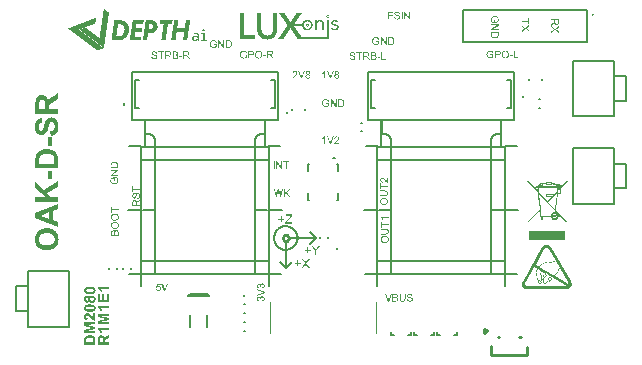
<source format=gto>
G04*
G04 #@! TF.GenerationSoftware,Altium Limited,Altium Designer,22.11.1 (43)*
G04*
G04 Layer_Color=65535*
%FSLAX44Y44*%
%MOMM*%
G71*
G04*
G04 #@! TF.SameCoordinates,EA2F1550-8411-4DB4-965C-DA60C2665ED4*
G04*
G04*
G04 #@! TF.FilePolarity,Positive*
G04*
G01*
G75*
%ADD10C,0.2540*%
%ADD11C,0.3000*%
%ADD12C,0.2000*%
%ADD13C,0.1500*%
%ADD14C,0.2500*%
%ADD15C,0.1270*%
%ADD16C,0.1000*%
G36*
X112391Y286776D02*
X112305D01*
Y286176D01*
X112219D01*
Y285576D01*
X112134D01*
Y285061D01*
X112048D01*
Y284461D01*
X111962D01*
Y283860D01*
X111876D01*
Y283260D01*
X111791D01*
Y282660D01*
X111705D01*
Y282060D01*
X111619D01*
Y281545D01*
X111533D01*
Y280945D01*
X111448D01*
Y280345D01*
X111362D01*
Y279744D01*
X111276D01*
Y279144D01*
X111190D01*
Y278629D01*
X111105D01*
Y278029D01*
X111019D01*
Y277429D01*
X110933D01*
Y276828D01*
X110847D01*
Y276228D01*
X110762D01*
Y275628D01*
X110676D01*
Y275113D01*
X110590D01*
Y274513D01*
X110504D01*
Y273913D01*
X110419D01*
Y273312D01*
X110333D01*
Y272712D01*
X110247D01*
Y272198D01*
X110161D01*
Y271597D01*
X110076D01*
Y270997D01*
X109990D01*
Y270397D01*
X109904D01*
Y269882D01*
X106302D01*
Y270225D01*
X106388D01*
Y270826D01*
X106474D01*
Y271426D01*
X106560D01*
Y271940D01*
X106645D01*
Y272541D01*
X106731D01*
Y273141D01*
X106817D01*
Y273741D01*
X106903D01*
Y274342D01*
X106988D01*
Y274942D01*
X107074D01*
Y275456D01*
X107160D01*
Y276057D01*
X107246D01*
Y276657D01*
X107331D01*
Y277000D01*
X100900D01*
Y276400D01*
X100814D01*
Y275799D01*
X100728D01*
Y275285D01*
X100642D01*
Y274685D01*
X100557D01*
Y274342D01*
Y274256D01*
Y274084D01*
X100471D01*
Y273484D01*
X100385D01*
Y272884D01*
X100299D01*
Y272283D01*
X100214D01*
Y271769D01*
X100128D01*
Y271169D01*
X100042D01*
Y270568D01*
X99956D01*
Y269968D01*
X99871D01*
Y269882D01*
X96355D01*
Y270397D01*
X96440D01*
Y270911D01*
X96526D01*
Y271512D01*
X96612D01*
Y272112D01*
X96698D01*
Y272712D01*
X96783D01*
Y273312D01*
X96869D01*
Y273913D01*
X96955D01*
Y274513D01*
X97041D01*
Y275028D01*
X97127D01*
Y275628D01*
X97212D01*
Y276228D01*
X97298D01*
Y276828D01*
X97384D01*
Y277429D01*
X97470D01*
Y278029D01*
X97555D01*
Y278544D01*
X97641D01*
Y279144D01*
X97727D01*
Y279744D01*
X97812D01*
Y280345D01*
X97898D01*
Y280945D01*
X97984D01*
Y281545D01*
X98070D01*
Y282145D01*
X98155D01*
Y282660D01*
X98241D01*
Y283260D01*
X98327D01*
Y283860D01*
X98413D01*
Y284461D01*
X98498D01*
Y285061D01*
X98584D01*
Y285661D01*
X98670D01*
Y286262D01*
X98756D01*
Y286776D01*
X98842D01*
Y286948D01*
X102358D01*
Y286347D01*
X102272D01*
Y285747D01*
X102186D01*
Y285061D01*
X102100D01*
Y284461D01*
X102015D01*
Y283860D01*
X101929D01*
Y283260D01*
X101843D01*
Y282660D01*
X101757D01*
Y282060D01*
X101671D01*
Y281459D01*
X101586D01*
Y280859D01*
X101500D01*
Y280516D01*
X107846D01*
Y280773D01*
X107932D01*
Y281374D01*
X108017D01*
Y281974D01*
X108103D01*
Y282574D01*
X108189D01*
Y283089D01*
X108275D01*
Y283689D01*
X108361D01*
Y284289D01*
X108446D01*
Y284890D01*
X108532D01*
Y285490D01*
X108618D01*
Y286090D01*
X108703D01*
Y286690D01*
X108789D01*
Y286948D01*
X112391D01*
Y286776D01*
D02*
G37*
G36*
X39413Y296295D02*
X39584D01*
Y296209D01*
X39670D01*
Y296124D01*
X39842D01*
Y296038D01*
X39927D01*
Y295952D01*
X40099D01*
Y295866D01*
X40185D01*
Y295781D01*
X40356D01*
Y295695D01*
X40442D01*
Y295609D01*
X40613D01*
Y295523D01*
X40699D01*
Y295438D01*
X40871D01*
Y295352D01*
X40956D01*
Y295266D01*
X41128D01*
Y295180D01*
X41214D01*
Y295095D01*
X41385D01*
Y295009D01*
X41471D01*
Y294923D01*
X41642D01*
Y294837D01*
X41728D01*
Y294751D01*
X41900D01*
Y294666D01*
X41986D01*
Y294580D01*
X42071D01*
Y294494D01*
X42243D01*
Y294408D01*
X42329D01*
Y294323D01*
X42500D01*
Y294237D01*
X42586D01*
Y294151D01*
X42757D01*
Y294065D01*
X42843D01*
Y293980D01*
X43014D01*
Y293894D01*
X43100D01*
Y293808D01*
X43272D01*
Y293722D01*
X43358D01*
Y293637D01*
X43529D01*
Y293551D01*
X43615D01*
Y293465D01*
X43786D01*
Y293122D01*
X43701D01*
Y292608D01*
X43615D01*
Y292007D01*
X43529D01*
Y291407D01*
X43443D01*
Y290807D01*
X43358D01*
Y290292D01*
X43272D01*
Y289692D01*
X43186D01*
Y289092D01*
X43100D01*
Y288491D01*
X43014D01*
Y287891D01*
X42929D01*
Y287376D01*
X42843D01*
Y286776D01*
X42757D01*
Y286176D01*
X42671D01*
Y285576D01*
X42586D01*
Y284975D01*
X42500D01*
Y284461D01*
X42414D01*
Y283860D01*
X42329D01*
Y283260D01*
X42243D01*
Y282660D01*
X42157D01*
Y282060D01*
X42071D01*
Y281545D01*
X41986D01*
Y280945D01*
X41900D01*
Y280345D01*
X41814D01*
Y279744D01*
X41728D01*
Y279144D01*
X41642D01*
Y278629D01*
X41557D01*
Y278029D01*
X41471D01*
Y277429D01*
X41385D01*
Y276828D01*
X41299D01*
Y276314D01*
X41214D01*
Y275714D01*
X41128D01*
Y275113D01*
X41042D01*
Y274513D01*
X40956D01*
Y273913D01*
X40871D01*
Y273398D01*
X40785D01*
Y272798D01*
X40699D01*
Y272198D01*
X40613D01*
Y271597D01*
X40528D01*
Y270997D01*
X40442D01*
Y270483D01*
X40356D01*
Y269882D01*
X40270D01*
Y269282D01*
X40185D01*
Y268682D01*
X40099D01*
Y268081D01*
X40013D01*
Y267567D01*
X39927D01*
Y266967D01*
X39842D01*
Y266366D01*
X39756D01*
Y265766D01*
X39670D01*
Y265166D01*
X39584D01*
Y264651D01*
X39499D01*
Y264051D01*
X39413D01*
Y263536D01*
X39327D01*
Y263622D01*
X39241D01*
Y263708D01*
X39155D01*
Y263794D01*
X38984D01*
Y263879D01*
X38898D01*
Y263965D01*
X38812D01*
Y264051D01*
X38641D01*
Y264137D01*
X38555D01*
Y264222D01*
X38470D01*
Y264308D01*
X38298D01*
Y264394D01*
X38212D01*
Y264480D01*
X38126D01*
Y264565D01*
X37955D01*
Y264651D01*
X37869D01*
Y264737D01*
X37783D01*
Y264823D01*
X37612D01*
Y264908D01*
X37526D01*
Y264994D01*
X37440D01*
Y265080D01*
X37269D01*
Y265166D01*
X37183D01*
Y265252D01*
X37097D01*
Y265337D01*
X36926D01*
Y265423D01*
X36840D01*
Y265509D01*
X36754D01*
Y265595D01*
X36583D01*
Y265680D01*
X36497D01*
Y265766D01*
X36411D01*
Y265852D01*
X36240D01*
Y265938D01*
X36154D01*
Y266023D01*
X36068D01*
Y266109D01*
X35897D01*
Y266195D01*
X35811D01*
Y266280D01*
X35725D01*
Y266366D01*
X35554D01*
Y266452D01*
X35468D01*
Y266538D01*
X35382D01*
Y266623D01*
X35211D01*
Y266709D01*
X35125D01*
Y266795D01*
X35039D01*
Y266881D01*
X34868D01*
Y266967D01*
X34782D01*
Y267052D01*
X34696D01*
Y267138D01*
X34525D01*
Y267224D01*
X34439D01*
Y267310D01*
X34353D01*
Y267395D01*
X34182D01*
Y267481D01*
X34096D01*
Y267567D01*
X34010D01*
Y267653D01*
X33839D01*
Y267738D01*
X33753D01*
Y267824D01*
X33667D01*
Y267910D01*
X33496D01*
Y267996D01*
X33410D01*
Y268081D01*
X33324D01*
Y268167D01*
X33153D01*
Y268253D01*
X33067D01*
Y268339D01*
X32981D01*
Y268424D01*
X32810D01*
Y268510D01*
X32724D01*
Y268596D01*
X32638D01*
Y268682D01*
X32467D01*
Y268767D01*
X32381D01*
Y268853D01*
X32295D01*
Y268939D01*
X32124D01*
Y269025D01*
X32038D01*
Y269111D01*
X31952D01*
Y269196D01*
X31781D01*
Y269282D01*
X31695D01*
Y269368D01*
X31609D01*
Y269454D01*
X31437D01*
Y269539D01*
X31352D01*
Y269625D01*
X31266D01*
Y269711D01*
X31095D01*
Y269797D01*
X31009D01*
Y269882D01*
X30923D01*
Y269968D01*
X30837D01*
Y270054D01*
X30666D01*
Y270140D01*
X30580D01*
Y270225D01*
X30494D01*
Y270311D01*
X30323D01*
Y270397D01*
X30237D01*
Y270483D01*
X30151D01*
Y270568D01*
X29980D01*
Y270654D01*
X29894D01*
Y270740D01*
X29808D01*
Y270826D01*
X29637D01*
Y270911D01*
X29551D01*
Y270997D01*
X29465D01*
Y271083D01*
X29294D01*
Y271169D01*
X29208D01*
Y271254D01*
X29122D01*
Y271340D01*
X28951D01*
Y271426D01*
X28865D01*
Y271512D01*
X28779D01*
Y271597D01*
X28608D01*
Y271683D01*
X28522D01*
Y271769D01*
X28436D01*
Y271855D01*
X28265D01*
Y271940D01*
X28179D01*
Y272026D01*
X28093D01*
Y272112D01*
X27922D01*
Y272198D01*
X27836D01*
Y272283D01*
X27750D01*
Y272369D01*
X27578D01*
Y272455D01*
X27493D01*
Y272541D01*
X27407D01*
Y272626D01*
X27236D01*
Y272712D01*
X27150D01*
Y272798D01*
X27064D01*
Y272884D01*
X26892D01*
Y272969D01*
X26807D01*
Y273055D01*
X26721D01*
Y273141D01*
X26549D01*
Y273227D01*
X26464D01*
Y273312D01*
X26378D01*
Y273398D01*
X26206D01*
Y273484D01*
X26121D01*
Y273570D01*
X26035D01*
Y273655D01*
X25863D01*
Y273741D01*
X25778D01*
Y273827D01*
X25692D01*
Y273913D01*
X25520D01*
Y273999D01*
X25435D01*
Y274084D01*
X25349D01*
Y274170D01*
X25177D01*
Y274256D01*
X25092D01*
Y274342D01*
X25006D01*
Y274427D01*
X24834D01*
Y274513D01*
X24748D01*
Y274599D01*
X24663D01*
Y274685D01*
X24491D01*
Y274770D01*
X24406D01*
Y274856D01*
X24320D01*
Y274942D01*
X24148D01*
Y275028D01*
X24062D01*
Y275113D01*
X23977D01*
Y275199D01*
X23805D01*
Y275285D01*
X23719D01*
Y275371D01*
X23634D01*
Y275456D01*
X23462D01*
Y275542D01*
X23377D01*
Y275628D01*
X23291D01*
Y275714D01*
X23119D01*
Y275799D01*
X23033D01*
Y275885D01*
X22948D01*
Y275971D01*
X22776D01*
Y276057D01*
X22690D01*
Y276143D01*
X22605D01*
Y276228D01*
X22433D01*
Y276314D01*
X22347D01*
Y276400D01*
X22262D01*
Y276486D01*
X22090D01*
Y276571D01*
X22004D01*
Y276657D01*
X21919D01*
Y276743D01*
X21747D01*
Y276828D01*
X21661D01*
Y276914D01*
X21576D01*
Y277000D01*
X21404D01*
Y277086D01*
X21318D01*
Y277171D01*
X21233D01*
Y277257D01*
X21061D01*
Y277343D01*
X20975D01*
Y277429D01*
X20889D01*
Y277514D01*
X20718D01*
Y277600D01*
X20632D01*
Y277686D01*
X20547D01*
Y277772D01*
X20375D01*
Y277858D01*
X20289D01*
Y277943D01*
X20203D01*
Y278029D01*
X20032D01*
Y278115D01*
X19946D01*
Y278201D01*
X19861D01*
Y278286D01*
X19689D01*
Y278372D01*
X19603D01*
Y278458D01*
X19517D01*
Y278544D01*
X19346D01*
Y278629D01*
X19260D01*
Y278715D01*
X19174D01*
Y278801D01*
X19003D01*
Y278972D01*
X19260D01*
Y279058D01*
X19517D01*
Y279144D01*
X19775D01*
Y279230D01*
X20032D01*
Y279315D01*
X20289D01*
Y279401D01*
X20461D01*
Y279487D01*
X20718D01*
Y279573D01*
X20975D01*
Y279658D01*
X21233D01*
Y279744D01*
X21490D01*
Y279830D01*
X21661D01*
Y279916D01*
X21919D01*
Y280001D01*
X22176D01*
Y280087D01*
X22433D01*
Y280173D01*
X22690D01*
Y280259D01*
X22948D01*
Y280345D01*
X23119D01*
Y280430D01*
X23377D01*
Y280516D01*
X23634D01*
Y280602D01*
X23977D01*
Y280516D01*
X24062D01*
Y280430D01*
X24148D01*
Y280345D01*
X24320D01*
Y280259D01*
X24406D01*
Y280173D01*
X24491D01*
Y280087D01*
X24663D01*
Y280001D01*
X24748D01*
Y279916D01*
X24834D01*
Y279830D01*
X25006D01*
Y279744D01*
X25092D01*
Y279658D01*
X25177D01*
Y279573D01*
X25349D01*
Y279487D01*
X25435D01*
Y279401D01*
X25606D01*
Y279315D01*
X25692D01*
Y279230D01*
X25778D01*
Y279144D01*
X25949D01*
Y279058D01*
X26035D01*
Y278972D01*
X26121D01*
Y278887D01*
X26292D01*
Y278801D01*
X26378D01*
Y278715D01*
X26464D01*
Y278629D01*
X26635D01*
Y278544D01*
X26721D01*
Y278458D01*
X26807D01*
Y278372D01*
X26978D01*
Y278286D01*
X27064D01*
Y278201D01*
X27150D01*
Y278115D01*
X27321D01*
Y278029D01*
X27407D01*
Y277943D01*
X27493D01*
Y277858D01*
X27664D01*
Y277772D01*
X27750D01*
Y277686D01*
X27836D01*
Y277600D01*
X28007D01*
Y277514D01*
X28093D01*
Y277429D01*
X28179D01*
Y277343D01*
X28350D01*
Y277257D01*
X28436D01*
Y277171D01*
X28522D01*
Y277086D01*
X28693D01*
Y277000D01*
X28779D01*
Y276914D01*
X28865D01*
Y276828D01*
X29036D01*
Y276743D01*
X29122D01*
Y276657D01*
X29208D01*
Y276571D01*
X29379D01*
Y276486D01*
X29465D01*
Y276400D01*
X29637D01*
Y276314D01*
X29722D01*
Y276228D01*
X29808D01*
Y276143D01*
X29980D01*
Y276057D01*
X30065D01*
Y275971D01*
X30151D01*
Y275885D01*
X30323D01*
Y275799D01*
X30408D01*
Y275714D01*
X30494D01*
Y275628D01*
X30666D01*
Y275542D01*
X30751D01*
Y275456D01*
X30837D01*
Y275371D01*
X31009D01*
Y275285D01*
X31095D01*
Y275199D01*
X31180D01*
Y275113D01*
X31352D01*
Y275028D01*
X31437D01*
Y274942D01*
X31523D01*
Y274856D01*
X31695D01*
Y274770D01*
X31781D01*
Y274685D01*
X31866D01*
Y274599D01*
X32038D01*
Y274513D01*
X32124D01*
Y274427D01*
X32209D01*
Y274342D01*
X32381D01*
Y274256D01*
X32467D01*
Y274170D01*
X32552D01*
Y274084D01*
X32724D01*
Y273999D01*
X32810D01*
Y273913D01*
X32895D01*
Y273827D01*
X33067D01*
Y273741D01*
X33153D01*
Y273655D01*
X33324D01*
Y273570D01*
X33410D01*
Y273484D01*
X33496D01*
Y273398D01*
X33667D01*
Y273312D01*
X33753D01*
Y273227D01*
X33839D01*
Y273141D01*
X34010D01*
Y273055D01*
X34096D01*
Y272969D01*
X34182D01*
Y272884D01*
X34353D01*
Y272798D01*
X34439D01*
Y272712D01*
X34525D01*
Y272626D01*
X34696D01*
Y272541D01*
X34782D01*
Y272455D01*
X34868D01*
Y272369D01*
X35039D01*
Y272283D01*
X35125D01*
Y272198D01*
X35211D01*
Y272112D01*
X35382D01*
Y272026D01*
X35640D01*
Y272112D01*
X35725D01*
Y272369D01*
X35811D01*
Y272969D01*
X35897D01*
Y273570D01*
X35983D01*
Y274170D01*
X36068D01*
Y274685D01*
X36154D01*
Y275285D01*
X36240D01*
Y275885D01*
X36326D01*
Y276486D01*
X36411D01*
Y277086D01*
X36497D01*
Y277600D01*
X36583D01*
Y278201D01*
X36669D01*
Y278801D01*
X36754D01*
Y279401D01*
X36840D01*
Y280001D01*
X36926D01*
Y280602D01*
X37012D01*
Y281116D01*
X37097D01*
Y281717D01*
X37183D01*
Y282317D01*
X37269D01*
Y282917D01*
X37355D01*
Y283517D01*
X37440D01*
Y284032D01*
X37526D01*
Y284632D01*
X37612D01*
Y285233D01*
X37698D01*
Y285833D01*
X37783D01*
Y286433D01*
X37869D01*
Y286948D01*
X37955D01*
Y287548D01*
X38041D01*
Y288148D01*
X38126D01*
Y288748D01*
X38212D01*
Y289349D01*
X38298D01*
Y289949D01*
X38384D01*
Y290464D01*
X38470D01*
Y291064D01*
X38555D01*
Y291664D01*
X38641D01*
Y292264D01*
X38727D01*
Y292865D01*
X38812D01*
Y293379D01*
X38898D01*
Y293980D01*
X38984D01*
Y294580D01*
X39070D01*
Y295180D01*
X39155D01*
Y295781D01*
X39241D01*
Y296381D01*
X39413D01*
Y296295D01*
D02*
G37*
G36*
X97470Y286347D02*
X97384D01*
Y285833D01*
X97298D01*
Y285233D01*
X97212D01*
Y284632D01*
X97127D01*
Y284032D01*
X97041D01*
Y283860D01*
X93525D01*
Y283260D01*
X93439D01*
Y282660D01*
X93353D01*
Y282145D01*
X93267D01*
Y281545D01*
X93182D01*
Y280945D01*
X93096D01*
Y280345D01*
X93010D01*
Y279744D01*
X92924D01*
Y279144D01*
X92839D01*
Y278629D01*
X92753D01*
Y278029D01*
X92667D01*
Y277429D01*
X92581D01*
Y276828D01*
X92496D01*
Y276228D01*
X92410D01*
Y275628D01*
X92324D01*
Y275113D01*
X92238D01*
Y274513D01*
X92153D01*
Y273913D01*
X92067D01*
Y273312D01*
X91981D01*
Y272712D01*
X91895D01*
Y272112D01*
X91810D01*
Y271597D01*
X91724D01*
Y270997D01*
X91638D01*
Y270397D01*
X91552D01*
Y269882D01*
X88036D01*
Y270397D01*
X88122D01*
Y270997D01*
X88208D01*
Y271597D01*
X88294D01*
Y272198D01*
X88379D01*
Y272798D01*
X88465D01*
Y273398D01*
X88551D01*
Y273999D01*
X88637D01*
Y274599D01*
X88722D01*
Y275199D01*
X88808D01*
Y275714D01*
X88894D01*
Y276314D01*
X88980D01*
Y276914D01*
X89065D01*
Y277514D01*
X89151D01*
Y278115D01*
X89237D01*
Y278715D01*
X89323D01*
Y279315D01*
X89408D01*
Y279916D01*
X89494D01*
Y280516D01*
X89580D01*
Y281116D01*
X89666D01*
Y281717D01*
X89752D01*
Y282231D01*
X89837D01*
Y282831D01*
X89923D01*
Y283432D01*
X90009D01*
Y283860D01*
X86579D01*
Y284032D01*
X86664D01*
Y284632D01*
X86750D01*
Y285318D01*
X86836D01*
Y285919D01*
X86922D01*
Y286519D01*
X87007D01*
Y286605D01*
Y286948D01*
X97470D01*
Y286347D01*
D02*
G37*
G36*
X79718Y286862D02*
X80318D01*
Y286776D01*
X80747D01*
Y286690D01*
X81090D01*
Y286605D01*
X81433D01*
Y286519D01*
X81605D01*
Y286433D01*
X81862D01*
Y286347D01*
X82033D01*
Y286262D01*
X82205D01*
Y286176D01*
X82376D01*
Y286090D01*
X82548D01*
Y286004D01*
X82719D01*
Y285919D01*
X82805D01*
Y285833D01*
X82977D01*
Y285747D01*
X83062D01*
Y285661D01*
X83148D01*
Y285576D01*
X83234D01*
Y285490D01*
X83320D01*
Y285404D01*
X83406D01*
Y285318D01*
X83491D01*
Y285233D01*
X83577D01*
Y285147D01*
X83663D01*
Y285061D01*
X83749D01*
Y284975D01*
X83834D01*
Y284890D01*
X83920D01*
Y284718D01*
X84006D01*
Y284547D01*
X84092D01*
Y284461D01*
X84177D01*
Y284289D01*
X84263D01*
Y284118D01*
X84349D01*
Y283860D01*
X84435D01*
Y283603D01*
X84520D01*
Y283346D01*
X84606D01*
Y283003D01*
X84692D01*
Y282403D01*
X84778D01*
Y280773D01*
X84692D01*
Y280259D01*
X84606D01*
Y279916D01*
X84520D01*
Y279658D01*
X84435D01*
Y279401D01*
X84349D01*
Y279230D01*
X84263D01*
Y279058D01*
X84177D01*
Y278887D01*
X84092D01*
Y278715D01*
X84006D01*
Y278544D01*
X83920D01*
Y278372D01*
X83834D01*
Y278286D01*
X83749D01*
Y278115D01*
X83663D01*
Y278029D01*
X83577D01*
Y277943D01*
X83491D01*
Y277858D01*
X83406D01*
Y277772D01*
X83320D01*
Y277600D01*
X83234D01*
Y277514D01*
X83148D01*
Y277429D01*
X82977D01*
Y277343D01*
X82891D01*
Y277257D01*
X82805D01*
Y277171D01*
X82719D01*
Y277086D01*
X82548D01*
Y277000D01*
X82462D01*
Y276914D01*
X82291D01*
Y276828D01*
X82119D01*
Y276743D01*
X81948D01*
Y276657D01*
X81776D01*
Y276571D01*
X81605D01*
Y276486D01*
X81433D01*
Y276400D01*
X81090D01*
Y276314D01*
X80833D01*
Y276228D01*
X80233D01*
Y276143D01*
X79204D01*
Y276057D01*
X76802D01*
Y275714D01*
X76717D01*
Y275113D01*
X76631D01*
Y274513D01*
X76545D01*
Y273913D01*
X76459D01*
Y273398D01*
X76374D01*
Y272798D01*
X76288D01*
Y272198D01*
X76202D01*
Y271597D01*
X76116D01*
Y270997D01*
X76031D01*
Y270483D01*
X75945D01*
Y269882D01*
X72343D01*
Y270225D01*
X72429D01*
Y270826D01*
X72515D01*
Y271426D01*
X72600D01*
Y272026D01*
X72686D01*
Y272626D01*
X72772D01*
Y273227D01*
X72858D01*
Y273827D01*
X72943D01*
Y274427D01*
X73029D01*
Y275028D01*
X73115D01*
Y275628D01*
X73201D01*
Y276143D01*
X73286D01*
Y276743D01*
X73372D01*
Y277343D01*
X73458D01*
Y277943D01*
X73544D01*
Y278544D01*
X73629D01*
Y279144D01*
X73715D01*
Y279744D01*
X73801D01*
Y280345D01*
X73887D01*
Y280945D01*
X73972D01*
Y281545D01*
X74058D01*
Y282145D01*
X74144D01*
Y282746D01*
X74230D01*
Y283260D01*
X74315D01*
Y283860D01*
X74401D01*
Y284461D01*
X74487D01*
Y285061D01*
X74573D01*
Y285661D01*
X74658D01*
Y286262D01*
X74744D01*
Y286862D01*
X74830D01*
Y286948D01*
X79718D01*
Y286862D01*
D02*
G37*
G36*
X73115Y286433D02*
X73029D01*
Y285833D01*
X72943D01*
Y285233D01*
X72858D01*
Y284718D01*
X72772D01*
Y284118D01*
X72686D01*
Y283860D01*
X66940D01*
Y283346D01*
X66855D01*
Y282746D01*
X66769D01*
Y282317D01*
Y282231D01*
Y282145D01*
X66683D01*
Y281631D01*
X66597D01*
Y281031D01*
X66512D01*
Y280430D01*
X66426D01*
Y280173D01*
X71828D01*
Y279830D01*
X71743D01*
Y279315D01*
X71657D01*
Y278715D01*
X71571D01*
Y278201D01*
X71486D01*
Y277686D01*
X71400D01*
Y277086D01*
X65997D01*
Y277000D01*
X65911D01*
Y276486D01*
X65826D01*
Y275885D01*
X65740D01*
Y275371D01*
X65654D01*
Y274770D01*
X65568D01*
Y274170D01*
X65483D01*
Y273655D01*
X65397D01*
Y273055D01*
X65311D01*
Y272969D01*
X70885D01*
Y272798D01*
X70799D01*
Y272283D01*
X70714D01*
Y271683D01*
X70628D01*
Y271083D01*
X70542D01*
Y270483D01*
X70456D01*
Y269882D01*
X61280D01*
Y270140D01*
X61366D01*
Y270740D01*
X61452D01*
Y271254D01*
X61538D01*
Y271855D01*
X61624D01*
Y272455D01*
X61709D01*
Y272969D01*
X61795D01*
Y273570D01*
X61881D01*
Y274084D01*
X61967D01*
Y274685D01*
X62052D01*
Y275285D01*
X62138D01*
Y275799D01*
X62224D01*
Y276400D01*
X62310D01*
Y276914D01*
X62395D01*
Y277514D01*
X62481D01*
Y278115D01*
X62567D01*
Y278629D01*
X62653D01*
Y279230D01*
X62738D01*
Y279744D01*
X62824D01*
Y280345D01*
X62910D01*
Y280945D01*
X62996D01*
Y281459D01*
X63081D01*
Y282060D01*
X63167D01*
Y282574D01*
X63253D01*
Y283174D01*
X63339D01*
Y283775D01*
X63424D01*
Y284289D01*
X63510D01*
Y284890D01*
X63596D01*
Y285404D01*
X63682D01*
Y286004D01*
X63767D01*
Y286605D01*
X63853D01*
Y286948D01*
X73115D01*
Y286433D01*
D02*
G37*
G36*
X53734Y286862D02*
X54248D01*
Y286776D01*
X54677D01*
Y286690D01*
X55020D01*
Y286605D01*
X55278D01*
Y286519D01*
X55621D01*
Y286433D01*
X55878D01*
Y286347D01*
X56049D01*
Y286262D01*
X56307D01*
Y286176D01*
X56478D01*
Y286090D01*
X56736D01*
Y286004D01*
X56907D01*
Y285919D01*
X57078D01*
Y285833D01*
X57164D01*
Y285747D01*
X57336D01*
Y285661D01*
X57507D01*
Y285576D01*
X57593D01*
Y285490D01*
X57765D01*
Y285404D01*
X57850D01*
Y285318D01*
X57936D01*
Y285233D01*
X58022D01*
Y285147D01*
X58108D01*
Y285061D01*
X58279D01*
Y284975D01*
X58365D01*
Y284890D01*
X58451D01*
Y284804D01*
X58536D01*
Y284718D01*
X58622D01*
Y284632D01*
X58708D01*
Y284461D01*
X58794D01*
Y284375D01*
X58879D01*
Y284289D01*
X58965D01*
Y284203D01*
X59051D01*
Y284118D01*
X59137D01*
Y283946D01*
X59222D01*
Y283860D01*
X59308D01*
Y283689D01*
X59394D01*
Y283603D01*
X59480D01*
Y283432D01*
X59565D01*
Y283260D01*
X59651D01*
Y283174D01*
X59737D01*
Y283003D01*
X59823D01*
Y282831D01*
X59908D01*
Y282574D01*
X59994D01*
Y282403D01*
X60080D01*
Y282145D01*
X60166D01*
Y281888D01*
X60251D01*
Y281631D01*
X60337D01*
Y281288D01*
X60423D01*
Y280859D01*
X60509D01*
Y280259D01*
X60595D01*
Y278201D01*
X60509D01*
Y277514D01*
X60423D01*
Y277086D01*
X60337D01*
Y276657D01*
X60251D01*
Y276314D01*
X60166D01*
Y276057D01*
X60080D01*
Y275799D01*
X59994D01*
Y275542D01*
X59908D01*
Y275371D01*
X59823D01*
Y275199D01*
X59737D01*
Y274942D01*
X59651D01*
Y274770D01*
X59565D01*
Y274599D01*
X59480D01*
Y274427D01*
X59394D01*
Y274256D01*
X59308D01*
Y274170D01*
X59222D01*
Y273999D01*
X59137D01*
Y273827D01*
X59051D01*
Y273741D01*
X58965D01*
Y273570D01*
X58879D01*
Y273484D01*
X58794D01*
Y273398D01*
X58708D01*
Y273227D01*
X58622D01*
Y273141D01*
X58536D01*
Y273055D01*
X58451D01*
Y272884D01*
X58365D01*
Y272798D01*
X58279D01*
Y272712D01*
X58193D01*
Y272626D01*
X58108D01*
Y272541D01*
X58022D01*
Y272455D01*
X57936D01*
Y272369D01*
X57850D01*
Y272283D01*
X57765D01*
Y272198D01*
X57679D01*
Y272112D01*
X57593D01*
Y272026D01*
X57507D01*
Y271940D01*
X57336D01*
Y271855D01*
X57250D01*
Y271769D01*
X57164D01*
Y271683D01*
X57078D01*
Y271597D01*
X56907D01*
Y271512D01*
X56821D01*
Y271426D01*
X56736D01*
Y271340D01*
X56564D01*
Y271254D01*
X56478D01*
Y271169D01*
X56307D01*
Y271083D01*
X56135D01*
Y270997D01*
X56049D01*
Y270911D01*
X55878D01*
Y270826D01*
X55706D01*
Y270740D01*
X55535D01*
Y270654D01*
X55363D01*
Y270568D01*
X55192D01*
Y270483D01*
X54935D01*
Y270397D01*
X54763D01*
Y270311D01*
X54506D01*
Y270225D01*
X54163D01*
Y270140D01*
X53820D01*
Y270054D01*
X53305D01*
Y269968D01*
X52619D01*
Y269882D01*
X45759D01*
Y270140D01*
X45844D01*
Y270654D01*
X45930D01*
Y271254D01*
X46016D01*
Y271855D01*
X46102D01*
Y272455D01*
X46188D01*
Y273055D01*
X46273D01*
Y273570D01*
X46359D01*
Y274170D01*
X46445D01*
Y274770D01*
X46530D01*
Y275371D01*
X46616D01*
Y275971D01*
X46702D01*
Y276486D01*
X46788D01*
Y277086D01*
X46873D01*
Y277686D01*
X46959D01*
Y278286D01*
X47045D01*
Y278887D01*
X47131D01*
Y279487D01*
X47217D01*
Y280001D01*
X47302D01*
Y280602D01*
X47388D01*
Y281202D01*
X47474D01*
Y281802D01*
X47560D01*
Y282403D01*
X47645D01*
Y282917D01*
X47731D01*
Y283517D01*
X47817D01*
Y284118D01*
X47903D01*
Y284718D01*
X47988D01*
Y285318D01*
X48074D01*
Y285833D01*
X48160D01*
Y286433D01*
X48246D01*
Y286948D01*
X53734D01*
Y286862D01*
D02*
G37*
G36*
X118308Y276057D02*
X118737D01*
Y275971D01*
X118908D01*
Y275885D01*
X119080D01*
Y275799D01*
X119166D01*
Y275714D01*
X119337D01*
Y275628D01*
X119423D01*
Y275542D01*
X119509D01*
Y275371D01*
X119594D01*
Y275285D01*
X119680D01*
Y275199D01*
X119766D01*
Y275028D01*
X119852D01*
Y274685D01*
X119937D01*
Y272798D01*
X120023D01*
Y269711D01*
X119937D01*
Y269539D01*
X119852D01*
Y269454D01*
X119680D01*
Y269368D01*
X119337D01*
Y269454D01*
X119166D01*
Y269539D01*
X119080D01*
Y269625D01*
X118994D01*
Y269797D01*
X118908D01*
Y269968D01*
X118737D01*
Y269882D01*
X118565D01*
Y269797D01*
X118394D01*
Y269711D01*
X118222D01*
Y269625D01*
X118051D01*
Y269539D01*
X117879D01*
Y269454D01*
X117708D01*
Y269368D01*
X115736D01*
Y269454D01*
X115392D01*
Y269539D01*
X115221D01*
Y269625D01*
X115049D01*
Y269711D01*
X114878D01*
Y269797D01*
X114792D01*
Y269882D01*
X114706D01*
Y269968D01*
X114621D01*
Y270054D01*
X114535D01*
Y270140D01*
X114449D01*
Y270311D01*
X114363D01*
Y270483D01*
X114278D01*
Y270826D01*
X114192D01*
Y272283D01*
X114278D01*
Y272541D01*
X114363D01*
Y272712D01*
X114449D01*
Y272884D01*
X114535D01*
Y272969D01*
X114621D01*
Y273055D01*
X114706D01*
Y273141D01*
X114792D01*
Y273227D01*
X114878D01*
Y273312D01*
X115049D01*
Y273398D01*
X115221D01*
Y273484D01*
X115392D01*
Y273570D01*
X115821D01*
Y273655D01*
X118823D01*
Y274084D01*
X118737D01*
Y274599D01*
X118651D01*
Y274770D01*
X118480D01*
Y274856D01*
X118308D01*
Y274942D01*
X115907D01*
Y275028D01*
X115650D01*
Y275113D01*
X115564D01*
Y275199D01*
X115478D01*
Y275285D01*
X115392D01*
Y275714D01*
X115478D01*
Y275885D01*
X115564D01*
Y275971D01*
X115650D01*
Y276057D01*
X115907D01*
Y276143D01*
X118308D01*
Y276057D01*
D02*
G37*
G36*
X32724Y288663D02*
X32638D01*
Y288062D01*
X32552D01*
Y287462D01*
X32467D01*
Y286862D01*
X32381D01*
Y286262D01*
X32295D01*
Y285661D01*
X32209D01*
Y285061D01*
X32124D01*
Y284461D01*
X32038D01*
Y284032D01*
X31952D01*
Y283946D01*
X31781D01*
Y283860D01*
X31523D01*
Y283775D01*
X31352D01*
Y283689D01*
X31095D01*
Y283603D01*
X30837D01*
Y283517D01*
X30580D01*
Y283432D01*
X30323D01*
Y283346D01*
X30151D01*
Y283260D01*
X29894D01*
Y283174D01*
X29637D01*
Y283089D01*
X29379D01*
Y283003D01*
X29122D01*
Y282917D01*
X28951D01*
Y282831D01*
X28693D01*
Y282746D01*
X28436D01*
Y282660D01*
X28179D01*
Y282574D01*
X27922D01*
Y282488D01*
X27750D01*
Y282403D01*
X27493D01*
Y282317D01*
X27236D01*
Y282231D01*
X26978D01*
Y282145D01*
X26721D01*
Y282060D01*
X26549D01*
Y281974D01*
X26292D01*
Y281888D01*
X26035D01*
Y281802D01*
X25778D01*
Y281717D01*
X25520D01*
Y281631D01*
X25349D01*
Y281545D01*
X25092D01*
Y281459D01*
X24834D01*
Y281374D01*
X24577D01*
Y281288D01*
X24320D01*
Y281202D01*
X24148D01*
Y281116D01*
X23891D01*
Y281031D01*
X23634D01*
Y280945D01*
X23377D01*
Y280859D01*
X23119D01*
Y280773D01*
X22948D01*
Y280688D01*
X22690D01*
Y280602D01*
X22433D01*
Y280516D01*
X22176D01*
Y280430D01*
X22004D01*
Y280345D01*
X21747D01*
Y280259D01*
X21490D01*
Y280173D01*
X21233D01*
Y280087D01*
X20975D01*
Y280001D01*
X20804D01*
Y279916D01*
X20547D01*
Y279830D01*
X20289D01*
Y279744D01*
X20032D01*
Y279658D01*
X19775D01*
Y279573D01*
X19603D01*
Y279487D01*
X19346D01*
Y279401D01*
X19089D01*
Y279315D01*
X18831D01*
Y279230D01*
X18574D01*
Y279144D01*
X18403D01*
Y279058D01*
X18317D01*
Y278887D01*
X18403D01*
Y278801D01*
X18488D01*
Y278715D01*
X18574D01*
Y278629D01*
X18746D01*
Y278544D01*
X18831D01*
Y278458D01*
X18917D01*
Y278372D01*
X19089D01*
Y278286D01*
X19174D01*
Y278201D01*
X19260D01*
Y278115D01*
X19432D01*
Y278029D01*
X19517D01*
Y277943D01*
X19603D01*
Y277858D01*
X19775D01*
Y277772D01*
X19861D01*
Y277686D01*
X19946D01*
Y277600D01*
X20118D01*
Y277514D01*
X20203D01*
Y277429D01*
X20289D01*
Y277343D01*
X20461D01*
Y277257D01*
X20547D01*
Y277171D01*
X20632D01*
Y277086D01*
X20804D01*
Y277000D01*
X20889D01*
Y276914D01*
X20975D01*
Y276828D01*
X21147D01*
Y276743D01*
X21233D01*
Y276657D01*
X21318D01*
Y276571D01*
X21490D01*
Y276486D01*
X21576D01*
Y276400D01*
X21661D01*
Y276314D01*
X21833D01*
Y276228D01*
X21919D01*
Y276143D01*
X22004D01*
Y276057D01*
X22176D01*
Y275971D01*
X22262D01*
Y275885D01*
X22347D01*
Y275799D01*
X22519D01*
Y275714D01*
X22605D01*
Y275628D01*
X22690D01*
Y275542D01*
X22862D01*
Y275456D01*
X22948D01*
Y275371D01*
X23033D01*
Y275285D01*
X23205D01*
Y275199D01*
X23291D01*
Y275113D01*
X23377D01*
Y275028D01*
X23548D01*
Y274942D01*
X23634D01*
Y274856D01*
X23719D01*
Y274770D01*
X23891D01*
Y274685D01*
X23977D01*
Y274599D01*
X24062D01*
Y274513D01*
X24234D01*
Y274427D01*
X24320D01*
Y274342D01*
X24406D01*
Y274256D01*
X24577D01*
Y274170D01*
X24663D01*
Y274084D01*
X24748D01*
Y273999D01*
X24920D01*
Y273913D01*
X25006D01*
Y273827D01*
X25092D01*
Y273741D01*
X25263D01*
Y273655D01*
X25349D01*
Y273570D01*
X25435D01*
Y273484D01*
X25606D01*
Y273398D01*
X25692D01*
Y273312D01*
X25778D01*
Y273227D01*
X25949D01*
Y273141D01*
X26035D01*
Y273055D01*
X26121D01*
Y272969D01*
X26292D01*
Y272884D01*
X26378D01*
Y272798D01*
X26464D01*
Y272712D01*
X26635D01*
Y272626D01*
X26721D01*
Y272541D01*
X26807D01*
Y272455D01*
X26978D01*
Y272369D01*
X27064D01*
Y272283D01*
X27150D01*
Y272198D01*
X27321D01*
Y272112D01*
X27407D01*
Y272026D01*
X27493D01*
Y271940D01*
X27664D01*
Y271855D01*
X27750D01*
Y271769D01*
X27836D01*
Y271683D01*
X28007D01*
Y271597D01*
X28093D01*
Y271512D01*
X28179D01*
Y271426D01*
X28350D01*
Y271340D01*
X28436D01*
Y271254D01*
X28522D01*
Y271169D01*
X28693D01*
Y271083D01*
X28779D01*
Y270997D01*
X28865D01*
Y270911D01*
X29036D01*
Y270826D01*
X29122D01*
Y270740D01*
X29208D01*
Y270654D01*
X29379D01*
Y270568D01*
X29465D01*
Y270483D01*
X29551D01*
Y270397D01*
X29722D01*
Y270311D01*
X29808D01*
Y270225D01*
X29894D01*
Y270140D01*
X30065D01*
Y270054D01*
X30151D01*
Y269968D01*
X30237D01*
Y269882D01*
X30323D01*
Y269797D01*
X30494D01*
Y269711D01*
X30580D01*
Y269625D01*
X30666D01*
Y269539D01*
X30837D01*
Y269454D01*
X30923D01*
Y269368D01*
X31009D01*
Y269282D01*
X31180D01*
Y269196D01*
X31266D01*
Y269111D01*
X31352D01*
Y269025D01*
X31523D01*
Y268939D01*
X31609D01*
Y268853D01*
X31695D01*
Y268767D01*
X31866D01*
Y268682D01*
X31952D01*
Y268596D01*
X32038D01*
Y268510D01*
X32209D01*
Y268424D01*
X32295D01*
Y268339D01*
X32381D01*
Y268253D01*
X32552D01*
Y268167D01*
X32638D01*
Y268081D01*
X32724D01*
Y267996D01*
X32895D01*
Y267910D01*
X32981D01*
Y267824D01*
X33067D01*
Y267738D01*
X33238D01*
Y267653D01*
X33324D01*
Y267567D01*
X33410D01*
Y267481D01*
X33581D01*
Y267395D01*
X33667D01*
Y267310D01*
X33753D01*
Y267224D01*
X33924D01*
Y267138D01*
X34010D01*
Y267052D01*
X34096D01*
Y266967D01*
X34267D01*
Y266881D01*
X34353D01*
Y266795D01*
X34439D01*
Y266709D01*
X34611D01*
Y266623D01*
X34696D01*
Y266538D01*
X34782D01*
Y266452D01*
X34953D01*
Y266366D01*
X35039D01*
Y266280D01*
X35125D01*
Y266195D01*
X35296D01*
Y266109D01*
X35382D01*
Y266023D01*
X35468D01*
Y265938D01*
X35640D01*
Y265852D01*
X35725D01*
Y265766D01*
X35811D01*
Y265680D01*
X35983D01*
Y265595D01*
X36068D01*
Y265509D01*
X36154D01*
Y265423D01*
X36326D01*
Y265337D01*
X36411D01*
Y265252D01*
X36497D01*
Y265166D01*
X36669D01*
Y265080D01*
X36754D01*
Y264994D01*
X36840D01*
Y264908D01*
X37012D01*
Y264823D01*
X37097D01*
Y264737D01*
X37183D01*
Y264651D01*
X37355D01*
Y264565D01*
X37440D01*
Y264480D01*
X37526D01*
Y264394D01*
X37698D01*
Y264308D01*
X37783D01*
Y264222D01*
X37869D01*
Y264137D01*
X38041D01*
Y264051D01*
X38126D01*
Y263965D01*
X38212D01*
Y263879D01*
X38384D01*
Y263794D01*
X38470D01*
Y263708D01*
X38555D01*
Y263622D01*
X38727D01*
Y263536D01*
X38812D01*
Y263451D01*
X38898D01*
Y263365D01*
X39070D01*
Y263279D01*
X39155D01*
Y263193D01*
X38984D01*
Y263108D01*
X38727D01*
Y263022D01*
X38470D01*
Y262936D01*
X38212D01*
Y262850D01*
X38041D01*
Y262764D01*
X37783D01*
Y262679D01*
X37526D01*
Y262593D01*
X37269D01*
Y262507D01*
X37012D01*
Y262421D01*
X36754D01*
Y262336D01*
X36583D01*
Y262250D01*
X36326D01*
Y262164D01*
X36068D01*
Y262078D01*
X35811D01*
Y261993D01*
X35554D01*
Y261907D01*
X35296D01*
Y261821D01*
X35125D01*
Y261735D01*
X34868D01*
Y261650D01*
X34611D01*
Y261564D01*
X34353D01*
Y261478D01*
X34096D01*
Y261392D01*
X33753D01*
Y261478D01*
X33581D01*
Y261564D01*
X33496D01*
Y261650D01*
X33410D01*
Y261735D01*
X33238D01*
Y261821D01*
X33153D01*
Y261907D01*
X33067D01*
Y261993D01*
X32895D01*
Y262078D01*
X32810D01*
Y262164D01*
X32724D01*
Y262250D01*
X32552D01*
Y262336D01*
X32467D01*
Y262421D01*
X32381D01*
Y262507D01*
X32209D01*
Y262593D01*
X32124D01*
Y262679D01*
X32038D01*
Y262764D01*
X31866D01*
Y262850D01*
X31781D01*
Y262936D01*
X31695D01*
Y263022D01*
X31523D01*
Y263108D01*
X31437D01*
Y263193D01*
X31352D01*
Y263279D01*
X31180D01*
Y263365D01*
X31095D01*
Y263451D01*
X31009D01*
Y263536D01*
X30837D01*
Y263622D01*
X30751D01*
Y263708D01*
X30666D01*
Y263794D01*
X30494D01*
Y263879D01*
X30408D01*
Y263965D01*
X30323D01*
Y264051D01*
X30151D01*
Y264137D01*
X30065D01*
Y264222D01*
X29980D01*
Y264308D01*
X29808D01*
Y264394D01*
X29722D01*
Y264480D01*
X29551D01*
Y264565D01*
X29465D01*
Y264651D01*
X29379D01*
Y264737D01*
X29208D01*
Y264823D01*
X29122D01*
Y264908D01*
X29036D01*
Y264994D01*
X28865D01*
Y265080D01*
X28779D01*
Y265166D01*
X28693D01*
Y265252D01*
X28522D01*
Y265337D01*
X28436D01*
Y265423D01*
X28350D01*
Y265509D01*
X28179D01*
Y265595D01*
X28093D01*
Y265680D01*
X28007D01*
Y265766D01*
X27836D01*
Y265852D01*
X27750D01*
Y265938D01*
X27664D01*
Y266023D01*
X27493D01*
Y266109D01*
X27407D01*
Y266195D01*
X27321D01*
Y266280D01*
X27150D01*
Y266366D01*
X27064D01*
Y266452D01*
X26978D01*
Y266538D01*
X26807D01*
Y266623D01*
X26721D01*
Y266709D01*
X26635D01*
Y266795D01*
X26464D01*
Y266881D01*
X26378D01*
Y266967D01*
X26292D01*
Y267052D01*
X26121D01*
Y267138D01*
X26035D01*
Y267224D01*
X25949D01*
Y267310D01*
X25778D01*
Y267395D01*
X25692D01*
Y267481D01*
X25606D01*
Y267567D01*
X25435D01*
Y267653D01*
X25349D01*
Y267738D01*
X25263D01*
Y267824D01*
X25092D01*
Y267910D01*
X25006D01*
Y267996D01*
X24920D01*
Y268081D01*
X24748D01*
Y268167D01*
X24663D01*
Y268253D01*
X24577D01*
Y268339D01*
X24406D01*
Y268424D01*
X24320D01*
Y268510D01*
X24234D01*
Y268596D01*
X24062D01*
Y268682D01*
X23977D01*
Y268767D01*
X23891D01*
Y268853D01*
X23719D01*
Y268939D01*
X23634D01*
Y269025D01*
X23548D01*
Y269111D01*
X23377D01*
Y269196D01*
X23291D01*
Y269282D01*
X23205D01*
Y269368D01*
X23033D01*
Y269454D01*
X22948D01*
Y269539D01*
X22862D01*
Y269625D01*
X22690D01*
Y269711D01*
X22605D01*
Y269797D01*
X22519D01*
Y269882D01*
X22347D01*
Y269968D01*
X22262D01*
Y270054D01*
X22176D01*
Y270140D01*
X22004D01*
Y270225D01*
X21919D01*
Y270311D01*
X21833D01*
Y270397D01*
X21661D01*
Y270483D01*
X21576D01*
Y270568D01*
X21490D01*
Y270654D01*
X21318D01*
Y270740D01*
X21233D01*
Y270826D01*
X21147D01*
Y270911D01*
X20975D01*
Y270997D01*
X20889D01*
Y271083D01*
X20804D01*
Y271169D01*
X20632D01*
Y271254D01*
X20547D01*
Y271340D01*
X20461D01*
Y271426D01*
X20289D01*
Y271512D01*
X20203D01*
Y271597D01*
X20032D01*
Y271683D01*
X19946D01*
Y271769D01*
X19861D01*
Y271855D01*
X19689D01*
Y271940D01*
X19603D01*
Y272026D01*
X19517D01*
Y272112D01*
X19346D01*
Y272198D01*
X19260D01*
Y272283D01*
X19174D01*
Y272369D01*
X19003D01*
Y272455D01*
X18917D01*
Y272541D01*
X18831D01*
Y272626D01*
X18660D01*
Y272712D01*
X18574D01*
Y272798D01*
X18488D01*
Y272884D01*
X18317D01*
Y272969D01*
X18231D01*
Y273055D01*
X18145D01*
Y273141D01*
X17974D01*
Y273227D01*
X17888D01*
Y273312D01*
X17802D01*
Y273398D01*
X17631D01*
Y273484D01*
X17545D01*
Y273570D01*
X17459D01*
Y273655D01*
X17288D01*
Y273741D01*
X17202D01*
Y273827D01*
X17116D01*
Y273913D01*
X16945D01*
Y273999D01*
X16859D01*
Y274084D01*
X16773D01*
Y274170D01*
X16602D01*
Y274256D01*
X16516D01*
Y274342D01*
X16430D01*
Y274427D01*
X16259D01*
Y274513D01*
X16173D01*
Y274599D01*
X16087D01*
Y274685D01*
X15916D01*
Y274770D01*
X15830D01*
Y274856D01*
X15744D01*
Y274942D01*
X15573D01*
Y275028D01*
X15487D01*
Y275113D01*
X15401D01*
Y275199D01*
X15230D01*
Y275285D01*
X15144D01*
Y275371D01*
X15058D01*
Y275456D01*
X14887D01*
Y275542D01*
X14801D01*
Y275628D01*
X14715D01*
Y275714D01*
X14544D01*
Y275799D01*
X14458D01*
Y275885D01*
X14372D01*
Y275971D01*
X14201D01*
Y276057D01*
X14115D01*
Y276143D01*
X14029D01*
Y276228D01*
X13858D01*
Y276314D01*
X13772D01*
Y276400D01*
X13686D01*
Y276486D01*
X13514D01*
Y276571D01*
X13429D01*
Y276657D01*
X13343D01*
Y276743D01*
X13171D01*
Y276828D01*
X13086D01*
Y276914D01*
X13000D01*
Y277000D01*
X12829D01*
Y277086D01*
X12743D01*
Y277171D01*
X12657D01*
Y277257D01*
X12486D01*
Y277343D01*
X12400D01*
Y277429D01*
X12314D01*
Y277514D01*
X12142D01*
Y277600D01*
X12057D01*
Y277686D01*
X11971D01*
Y277772D01*
X11799D01*
Y277858D01*
X11714D01*
Y277943D01*
X11628D01*
Y278029D01*
X11456D01*
Y278115D01*
X11371D01*
Y278201D01*
X11285D01*
Y278286D01*
X11113D01*
Y278372D01*
X11028D01*
Y278458D01*
X10942D01*
Y278544D01*
X10770D01*
Y278629D01*
X10685D01*
Y278715D01*
X10599D01*
Y278801D01*
X10427D01*
Y278887D01*
X10342D01*
Y278972D01*
X10170D01*
Y279058D01*
X10084D01*
Y279144D01*
X9999D01*
Y279230D01*
X9827D01*
Y279315D01*
X9741D01*
Y279401D01*
X9656D01*
Y279487D01*
X9484D01*
Y279573D01*
X9398D01*
Y279658D01*
X9312D01*
Y279744D01*
X9141D01*
Y279916D01*
X9312D01*
Y280001D01*
X9484D01*
Y280087D01*
X9741D01*
Y280173D01*
X9913D01*
Y280259D01*
X10170D01*
Y280345D01*
X10427D01*
Y280430D01*
X10599D01*
Y280516D01*
X10856D01*
Y280602D01*
X11028D01*
Y280688D01*
X11285D01*
Y280773D01*
X11456D01*
Y280859D01*
X11714D01*
Y280945D01*
X11885D01*
Y281031D01*
X12142D01*
Y281116D01*
X12314D01*
Y281202D01*
X12571D01*
Y281288D01*
X12743D01*
Y281374D01*
X13000D01*
Y281459D01*
X13257D01*
Y281545D01*
X13429D01*
Y281631D01*
X13686D01*
Y281717D01*
X13858D01*
Y281802D01*
X14115D01*
Y281888D01*
X14286D01*
Y281974D01*
X14544D01*
Y282060D01*
X14715D01*
Y282145D01*
X14972D01*
Y282231D01*
X15144D01*
Y282317D01*
X15401D01*
Y282403D01*
X15658D01*
Y282488D01*
X15830D01*
Y282574D01*
X16087D01*
Y282660D01*
X16259D01*
Y282746D01*
X16516D01*
Y282831D01*
X16688D01*
Y282917D01*
X16945D01*
Y283003D01*
X17116D01*
Y283089D01*
X17373D01*
Y283174D01*
X17545D01*
Y283260D01*
X17802D01*
Y283346D01*
X17974D01*
Y283432D01*
X18231D01*
Y283517D01*
X18488D01*
Y283603D01*
X18660D01*
Y283689D01*
X18917D01*
Y283775D01*
X19089D01*
Y283860D01*
X19346D01*
Y283946D01*
X19517D01*
Y284032D01*
X19775D01*
Y284118D01*
X19946D01*
Y284203D01*
X20203D01*
Y284289D01*
X20375D01*
Y284375D01*
X20632D01*
Y284461D01*
X20804D01*
Y284547D01*
X21061D01*
Y284632D01*
X21318D01*
Y284718D01*
X21490D01*
Y284804D01*
X21747D01*
Y284890D01*
X21919D01*
Y284975D01*
X22176D01*
Y285061D01*
X22347D01*
Y285147D01*
X22605D01*
Y285233D01*
X22776D01*
Y285318D01*
X23033D01*
Y285404D01*
X23205D01*
Y285490D01*
X23462D01*
Y285576D01*
X23719D01*
Y285661D01*
X23891D01*
Y285747D01*
X24148D01*
Y285833D01*
X24320D01*
Y285919D01*
X24577D01*
Y286004D01*
X24748D01*
Y286090D01*
X25006D01*
Y286176D01*
X25177D01*
Y286262D01*
X25435D01*
Y286347D01*
X25606D01*
Y286433D01*
X25863D01*
Y286519D01*
X26035D01*
Y286605D01*
X26292D01*
Y286690D01*
X26549D01*
Y286776D01*
X26721D01*
Y286862D01*
X26978D01*
Y286948D01*
X27150D01*
Y287033D01*
X27407D01*
Y287119D01*
X27578D01*
Y287205D01*
X27836D01*
Y287291D01*
X28007D01*
Y287376D01*
X28265D01*
Y287462D01*
X28436D01*
Y287548D01*
X28693D01*
Y287634D01*
X28865D01*
Y287719D01*
X29122D01*
Y287805D01*
X29379D01*
Y287891D01*
X29551D01*
Y287977D01*
X29808D01*
Y288062D01*
X29980D01*
Y288148D01*
X30237D01*
Y288234D01*
X30408D01*
Y288320D01*
X30666D01*
Y288405D01*
X30837D01*
Y288491D01*
X31095D01*
Y288577D01*
X31266D01*
Y288663D01*
X31523D01*
Y288748D01*
X31781D01*
Y288834D01*
X31952D01*
Y288920D01*
X32209D01*
Y289006D01*
X32381D01*
Y289092D01*
X32638D01*
Y289177D01*
X32724D01*
Y288663D01*
D02*
G37*
G36*
X229107Y291187D02*
X229339D01*
Y291157D01*
X229456D01*
Y291128D01*
X229543D01*
Y291099D01*
X229601D01*
Y291070D01*
X229659D01*
Y291041D01*
X229717D01*
Y291012D01*
X229746D01*
Y290983D01*
X229804D01*
Y290954D01*
X229833D01*
Y290925D01*
X229862D01*
Y290896D01*
X229892D01*
Y290867D01*
X229921D01*
Y290838D01*
X229950D01*
Y290809D01*
X229979D01*
Y290779D01*
X230008D01*
Y290750D01*
X230037D01*
Y290721D01*
Y290692D01*
X230066D01*
Y290663D01*
X230095D01*
Y290634D01*
Y290605D01*
X230124D01*
Y290576D01*
Y290547D01*
X230153D01*
Y290518D01*
Y290489D01*
X230182D01*
Y290460D01*
Y290431D01*
Y290402D01*
X230211D01*
Y290373D01*
Y290343D01*
Y290314D01*
Y290285D01*
X230240D01*
Y290256D01*
Y290227D01*
Y290198D01*
Y290169D01*
Y290140D01*
Y290111D01*
Y290082D01*
Y290053D01*
Y290024D01*
Y289995D01*
Y289965D01*
Y289937D01*
Y289907D01*
Y289878D01*
Y289849D01*
Y289820D01*
Y289791D01*
Y289762D01*
Y289733D01*
X230211D01*
Y289704D01*
Y289675D01*
Y289646D01*
Y289617D01*
X230182D01*
Y289588D01*
Y289559D01*
Y289529D01*
X230153D01*
Y289500D01*
Y289471D01*
X230124D01*
Y289442D01*
Y289413D01*
X230095D01*
Y289384D01*
Y289355D01*
X230066D01*
Y289326D01*
X230037D01*
Y289297D01*
Y289268D01*
X230008D01*
Y289239D01*
X229979D01*
Y289210D01*
X229950D01*
Y289181D01*
X229921D01*
Y289151D01*
X229892D01*
Y289123D01*
X229862D01*
Y289093D01*
X229833D01*
Y289064D01*
X229804D01*
Y289035D01*
X229746D01*
Y289006D01*
X229717D01*
Y288977D01*
X229659D01*
Y288948D01*
X229601D01*
Y288919D01*
X229543D01*
Y288890D01*
X229456D01*
Y288861D01*
X229339D01*
Y288832D01*
X229136D01*
Y288803D01*
X228932D01*
Y288832D01*
X228729D01*
Y288861D01*
X228612D01*
Y288890D01*
X228554D01*
Y288919D01*
X228467D01*
Y288948D01*
X228409D01*
Y288977D01*
X228380D01*
Y289006D01*
X228322D01*
Y289035D01*
X228293D01*
Y289064D01*
X228235D01*
Y289093D01*
X228206D01*
Y289123D01*
X228176D01*
Y289151D01*
X228147D01*
Y289181D01*
X228118D01*
Y289210D01*
X228089D01*
Y289239D01*
X228060D01*
Y289268D01*
Y289297D01*
X228031D01*
Y289326D01*
X228002D01*
Y289355D01*
Y289384D01*
X227973D01*
Y289413D01*
Y289442D01*
X227944D01*
Y289471D01*
Y289500D01*
X227915D01*
Y289529D01*
Y289559D01*
X227886D01*
Y289588D01*
Y289617D01*
Y289646D01*
X227857D01*
Y289675D01*
Y289704D01*
Y289733D01*
Y289762D01*
Y289791D01*
X227828D01*
Y289820D01*
Y289849D01*
Y289878D01*
Y289907D01*
Y289937D01*
Y289965D01*
Y289995D01*
Y290024D01*
Y290053D01*
Y290082D01*
Y290111D01*
Y290140D01*
Y290169D01*
Y290198D01*
Y290227D01*
X227857D01*
Y290256D01*
Y290285D01*
Y290314D01*
Y290343D01*
Y290373D01*
X227886D01*
Y290402D01*
Y290431D01*
Y290460D01*
X227915D01*
Y290489D01*
Y290518D01*
X227944D01*
Y290547D01*
Y290576D01*
X227973D01*
Y290605D01*
Y290634D01*
X228002D01*
Y290663D01*
Y290692D01*
X228031D01*
Y290721D01*
X228060D01*
Y290750D01*
Y290779D01*
X228089D01*
Y290809D01*
X228118D01*
Y290838D01*
X228147D01*
Y290867D01*
X228176D01*
Y290896D01*
X228206D01*
Y290925D01*
X228235D01*
Y290954D01*
X228293D01*
Y290983D01*
X228322D01*
Y291012D01*
X228380D01*
Y291041D01*
X228409D01*
Y291070D01*
X228467D01*
Y291099D01*
X228554D01*
Y291128D01*
X228642D01*
Y291157D01*
X228729D01*
Y291187D01*
X228961D01*
Y291216D01*
X229107D01*
Y291187D01*
D02*
G37*
G36*
X222624Y287146D02*
X222973D01*
Y287117D01*
X223147D01*
Y287087D01*
X223293D01*
Y287059D01*
X223409D01*
Y287029D01*
X223525D01*
Y287000D01*
X223612D01*
Y286971D01*
X223700D01*
Y286942D01*
X223787D01*
Y286913D01*
X223845D01*
Y286884D01*
X223903D01*
Y286855D01*
X223961D01*
Y286826D01*
X224019D01*
Y286797D01*
X224077D01*
Y286768D01*
X224136D01*
Y286739D01*
X224194D01*
Y286710D01*
X224223D01*
Y286681D01*
X224281D01*
Y286651D01*
X224310D01*
Y286622D01*
X224368D01*
Y286593D01*
X224397D01*
Y286564D01*
X224426D01*
Y286535D01*
X224485D01*
Y286506D01*
X224513D01*
Y286477D01*
X224543D01*
Y286448D01*
X224572D01*
Y286419D01*
X224601D01*
Y286390D01*
X224630D01*
Y286361D01*
X224659D01*
Y286332D01*
X224688D01*
Y286303D01*
X224717D01*
Y286273D01*
X224746D01*
Y286245D01*
X224775D01*
Y286215D01*
X224804D01*
Y286186D01*
X224833D01*
Y286157D01*
X224862D01*
Y286128D01*
X224891D01*
Y286099D01*
Y286070D01*
X224921D01*
Y286041D01*
X224950D01*
Y286012D01*
Y285983D01*
X224979D01*
Y285954D01*
X225008D01*
Y285925D01*
Y285896D01*
X225037D01*
Y285867D01*
X225066D01*
Y285837D01*
Y285808D01*
X225095D01*
Y285779D01*
Y285750D01*
X225124D01*
Y285721D01*
X225153D01*
Y285692D01*
Y285663D01*
X225182D01*
Y285634D01*
Y285605D01*
X225211D01*
Y285576D01*
Y285547D01*
Y285518D01*
X225240D01*
Y285489D01*
Y285460D01*
X225269D01*
Y285431D01*
Y285401D01*
X225298D01*
Y285372D01*
Y285343D01*
Y285314D01*
X225327D01*
Y285285D01*
Y285256D01*
Y285227D01*
X225357D01*
Y285198D01*
Y285169D01*
Y285140D01*
X225386D01*
Y285111D01*
Y285082D01*
Y285053D01*
Y285023D01*
X225415D01*
Y284995D01*
Y284965D01*
Y284936D01*
Y284907D01*
X225444D01*
Y284878D01*
Y284849D01*
Y284820D01*
Y284791D01*
Y284762D01*
X225473D01*
Y284733D01*
Y284704D01*
Y284675D01*
Y284646D01*
X225502D01*
Y284617D01*
Y284587D01*
Y284558D01*
Y284529D01*
Y284500D01*
Y284471D01*
Y284442D01*
Y284413D01*
X225531D01*
Y284384D01*
Y284355D01*
Y284326D01*
Y284297D01*
Y284268D01*
Y284239D01*
Y284209D01*
Y284180D01*
Y284151D01*
Y284122D01*
Y284093D01*
X225560D01*
Y284064D01*
Y284035D01*
Y284006D01*
Y283977D01*
Y283948D01*
Y283919D01*
Y283890D01*
Y283861D01*
Y283832D01*
Y283803D01*
Y283773D01*
Y283744D01*
Y283715D01*
Y283686D01*
Y283657D01*
Y283628D01*
Y283599D01*
Y283570D01*
Y283541D01*
Y283512D01*
Y283483D01*
Y283454D01*
Y283425D01*
Y283396D01*
Y283367D01*
Y283337D01*
Y283308D01*
Y283279D01*
Y283250D01*
Y283221D01*
Y283192D01*
Y283163D01*
Y283134D01*
Y283105D01*
Y283076D01*
Y283047D01*
Y283018D01*
Y282989D01*
Y282959D01*
Y282930D01*
Y282901D01*
Y282872D01*
Y282843D01*
Y282814D01*
Y282785D01*
Y282756D01*
Y282727D01*
Y282698D01*
Y282669D01*
Y282640D01*
Y282611D01*
Y282582D01*
Y282553D01*
Y282523D01*
Y282494D01*
Y282465D01*
Y282436D01*
Y282407D01*
Y282378D01*
Y282349D01*
Y282320D01*
Y282291D01*
Y282262D01*
Y282233D01*
Y282204D01*
Y282175D01*
Y282146D01*
Y282117D01*
Y282087D01*
Y282058D01*
Y282029D01*
Y282000D01*
Y281971D01*
Y281942D01*
Y281913D01*
Y281884D01*
Y281855D01*
Y281826D01*
Y281797D01*
Y281768D01*
Y281739D01*
Y281709D01*
Y281680D01*
Y281651D01*
Y281622D01*
Y281593D01*
Y281564D01*
Y281535D01*
Y281506D01*
Y281477D01*
Y281448D01*
Y281419D01*
Y281390D01*
Y281361D01*
Y281332D01*
Y281303D01*
Y281273D01*
Y281244D01*
Y281215D01*
Y281186D01*
Y281157D01*
Y281128D01*
Y281099D01*
Y281070D01*
Y281041D01*
Y281012D01*
Y280983D01*
Y280954D01*
Y280925D01*
Y280896D01*
Y280866D01*
Y280837D01*
Y280808D01*
Y280779D01*
Y280750D01*
Y280721D01*
Y280692D01*
Y280663D01*
Y280634D01*
Y280605D01*
Y280576D01*
Y280547D01*
Y280518D01*
Y280488D01*
Y280459D01*
Y280430D01*
Y280401D01*
Y280372D01*
Y280343D01*
Y280314D01*
Y280285D01*
Y280256D01*
Y280227D01*
Y280198D01*
Y280169D01*
Y280140D01*
Y280111D01*
Y280082D01*
Y280052D01*
Y280023D01*
Y279994D01*
Y279965D01*
Y279936D01*
Y279907D01*
Y279878D01*
Y279849D01*
Y279820D01*
Y279791D01*
Y279762D01*
Y279733D01*
Y279704D01*
Y279675D01*
Y279645D01*
Y279617D01*
Y279587D01*
Y279558D01*
Y279529D01*
Y279500D01*
Y279471D01*
Y279442D01*
Y279413D01*
Y279384D01*
Y279355D01*
Y279326D01*
Y279297D01*
Y279268D01*
Y279238D01*
Y279209D01*
Y279180D01*
Y279151D01*
Y279122D01*
Y279093D01*
Y279064D01*
Y279035D01*
Y279006D01*
Y278977D01*
Y278948D01*
Y278919D01*
Y278890D01*
Y278861D01*
Y278832D01*
Y278802D01*
Y278773D01*
Y278744D01*
Y278715D01*
Y278686D01*
Y278657D01*
Y278628D01*
Y278599D01*
Y278570D01*
X224165D01*
Y278599D01*
Y278628D01*
Y278657D01*
Y278686D01*
Y278715D01*
Y278744D01*
Y278773D01*
Y278802D01*
Y278832D01*
Y278861D01*
Y278890D01*
Y278919D01*
Y278948D01*
Y278977D01*
Y279006D01*
Y279035D01*
Y279064D01*
Y279093D01*
Y279122D01*
Y279151D01*
Y279180D01*
Y279209D01*
Y279238D01*
Y279268D01*
Y279297D01*
Y279326D01*
Y279355D01*
Y279384D01*
Y279413D01*
Y279442D01*
Y279471D01*
Y279500D01*
Y279529D01*
Y279558D01*
Y279587D01*
Y279617D01*
Y279645D01*
Y279675D01*
Y279704D01*
Y279733D01*
Y279762D01*
Y279791D01*
Y279820D01*
Y279849D01*
Y279878D01*
Y279907D01*
Y279936D01*
Y279965D01*
Y279994D01*
Y280023D01*
Y280052D01*
Y280082D01*
Y280111D01*
Y280140D01*
Y280169D01*
Y280198D01*
Y280227D01*
Y280256D01*
Y280285D01*
Y280314D01*
Y280343D01*
Y280372D01*
Y280401D01*
Y280430D01*
Y280459D01*
Y280488D01*
Y280518D01*
Y280547D01*
Y280576D01*
Y280605D01*
Y280634D01*
Y280663D01*
Y280692D01*
Y280721D01*
Y280750D01*
Y280779D01*
Y280808D01*
Y280837D01*
Y280866D01*
Y280896D01*
Y280925D01*
Y280954D01*
Y280983D01*
Y281012D01*
Y281041D01*
Y281070D01*
Y281099D01*
Y281128D01*
Y281157D01*
Y281186D01*
Y281215D01*
Y281244D01*
Y281273D01*
Y281303D01*
Y281332D01*
Y281361D01*
Y281390D01*
Y281419D01*
Y281448D01*
Y281477D01*
Y281506D01*
Y281535D01*
Y281564D01*
Y281593D01*
Y281622D01*
Y281651D01*
Y281680D01*
Y281709D01*
Y281739D01*
Y281768D01*
Y281797D01*
Y281826D01*
Y281855D01*
Y281884D01*
Y281913D01*
Y281942D01*
Y281971D01*
Y282000D01*
Y282029D01*
Y282058D01*
Y282087D01*
Y282117D01*
Y282146D01*
Y282175D01*
Y282204D01*
Y282233D01*
Y282262D01*
Y282291D01*
Y282320D01*
Y282349D01*
Y282378D01*
Y282407D01*
Y282436D01*
Y282465D01*
Y282494D01*
Y282523D01*
Y282553D01*
Y282582D01*
Y282611D01*
Y282640D01*
Y282669D01*
Y282698D01*
Y282727D01*
Y282756D01*
Y282785D01*
Y282814D01*
Y282843D01*
Y282872D01*
Y282901D01*
Y282930D01*
Y282959D01*
Y282989D01*
Y283018D01*
Y283047D01*
Y283076D01*
Y283105D01*
Y283134D01*
Y283163D01*
Y283192D01*
Y283221D01*
Y283250D01*
Y283279D01*
Y283308D01*
Y283337D01*
Y283367D01*
Y283396D01*
Y283425D01*
Y283454D01*
Y283483D01*
Y283512D01*
Y283541D01*
Y283570D01*
Y283599D01*
Y283628D01*
Y283657D01*
Y283686D01*
Y283715D01*
Y283744D01*
Y283773D01*
Y283803D01*
Y283832D01*
Y283861D01*
Y283890D01*
Y283919D01*
Y283948D01*
Y283977D01*
Y284006D01*
Y284035D01*
X224136D01*
Y284064D01*
Y284093D01*
Y284122D01*
Y284151D01*
Y284180D01*
Y284209D01*
Y284239D01*
X224107D01*
Y284268D01*
Y284297D01*
Y284326D01*
Y284355D01*
Y284384D01*
Y284413D01*
X224077D01*
Y284442D01*
Y284471D01*
Y284500D01*
Y284529D01*
X224048D01*
Y284558D01*
Y284587D01*
Y284617D01*
X224019D01*
Y284646D01*
Y284675D01*
Y284704D01*
X223990D01*
Y284733D01*
Y284762D01*
Y284791D01*
X223961D01*
Y284820D01*
Y284849D01*
X223932D01*
Y284878D01*
Y284907D01*
X223903D01*
Y284936D01*
Y284965D01*
Y284995D01*
X223874D01*
Y285023D01*
Y285053D01*
X223845D01*
Y285082D01*
X223816D01*
Y285111D01*
Y285140D01*
X223787D01*
Y285169D01*
X223758D01*
Y285198D01*
Y285227D01*
X223729D01*
Y285256D01*
X223700D01*
Y285285D01*
Y285314D01*
X223671D01*
Y285343D01*
X223641D01*
Y285372D01*
X223612D01*
Y285401D01*
X223583D01*
Y285431D01*
X223554D01*
Y285460D01*
X223525D01*
Y285489D01*
X223496D01*
Y285518D01*
X223438D01*
Y285547D01*
X223409D01*
Y285576D01*
X223380D01*
Y285605D01*
X223322D01*
Y285634D01*
X223263D01*
Y285663D01*
X223234D01*
Y285692D01*
X223176D01*
Y285721D01*
X223089D01*
Y285750D01*
X223031D01*
Y285779D01*
X222944D01*
Y285808D01*
X222827D01*
Y285837D01*
X222682D01*
Y285867D01*
X222420D01*
Y285896D01*
X222043D01*
Y285867D01*
X221752D01*
Y285837D01*
X221607D01*
Y285808D01*
X221461D01*
Y285779D01*
X221374D01*
Y285750D01*
X221287D01*
Y285721D01*
X221199D01*
Y285692D01*
X221141D01*
Y285663D01*
X221054D01*
Y285634D01*
X220996D01*
Y285605D01*
X220938D01*
Y285576D01*
X220909D01*
Y285547D01*
X220851D01*
Y285518D01*
X220822D01*
Y285489D01*
X220763D01*
Y285460D01*
X220734D01*
Y285431D01*
X220676D01*
Y285401D01*
X220647D01*
Y285372D01*
X220618D01*
Y285343D01*
X220589D01*
Y285314D01*
X220531D01*
Y285285D01*
X220502D01*
Y285256D01*
X220473D01*
Y285227D01*
X220444D01*
Y285198D01*
Y285169D01*
X220415D01*
Y285140D01*
X220385D01*
Y285111D01*
X220356D01*
Y285082D01*
X220327D01*
Y285053D01*
X220298D01*
Y285023D01*
X220269D01*
Y284995D01*
Y284965D01*
X220240D01*
Y284936D01*
X220211D01*
Y284907D01*
Y284878D01*
X220182D01*
Y284849D01*
X220153D01*
Y284820D01*
Y284791D01*
X220124D01*
Y284762D01*
Y284733D01*
X220095D01*
Y284704D01*
X220066D01*
Y284675D01*
Y284646D01*
X220037D01*
Y284617D01*
Y284587D01*
X220008D01*
Y284558D01*
Y284529D01*
X219979D01*
Y284500D01*
Y284471D01*
Y284442D01*
X219949D01*
Y284413D01*
Y284384D01*
X219920D01*
Y284355D01*
Y284326D01*
Y284297D01*
X219891D01*
Y284268D01*
Y284239D01*
Y284209D01*
X219862D01*
Y284180D01*
Y284151D01*
X219833D01*
Y284122D01*
Y284093D01*
Y284064D01*
Y284035D01*
X219804D01*
Y284006D01*
Y283977D01*
Y283948D01*
Y283919D01*
X219775D01*
Y283890D01*
Y283861D01*
Y283832D01*
Y283803D01*
X219746D01*
Y283773D01*
Y283744D01*
Y283715D01*
Y283686D01*
Y283657D01*
X219717D01*
Y283628D01*
Y283599D01*
Y283570D01*
Y283541D01*
Y283512D01*
Y283483D01*
X219688D01*
Y283454D01*
Y283425D01*
Y283396D01*
Y283367D01*
Y283337D01*
Y283308D01*
Y283279D01*
Y283250D01*
Y283221D01*
X219659D01*
Y283192D01*
Y283163D01*
Y283134D01*
Y283105D01*
Y283076D01*
Y283047D01*
Y283018D01*
Y282989D01*
Y282959D01*
Y282930D01*
Y282901D01*
Y282872D01*
Y282843D01*
Y282814D01*
Y282785D01*
Y282756D01*
Y282727D01*
Y282698D01*
Y282669D01*
Y282640D01*
Y282611D01*
Y282582D01*
Y282553D01*
Y282523D01*
Y282494D01*
Y282465D01*
Y282436D01*
Y282407D01*
Y282378D01*
Y282349D01*
Y282320D01*
Y282291D01*
Y282262D01*
Y282233D01*
Y282204D01*
Y282175D01*
Y282146D01*
Y282117D01*
Y282087D01*
Y282058D01*
Y282029D01*
Y282000D01*
Y281971D01*
Y281942D01*
Y281913D01*
Y281884D01*
Y281855D01*
Y281826D01*
Y281797D01*
Y281768D01*
Y281739D01*
Y281709D01*
Y281680D01*
Y281651D01*
Y281622D01*
Y281593D01*
Y281564D01*
Y281535D01*
Y281506D01*
Y281477D01*
Y281448D01*
Y281419D01*
Y281390D01*
Y281361D01*
Y281332D01*
Y281303D01*
Y281273D01*
Y281244D01*
Y281215D01*
Y281186D01*
Y281157D01*
Y281128D01*
Y281099D01*
Y281070D01*
Y281041D01*
Y281012D01*
Y280983D01*
Y280954D01*
Y280925D01*
Y280896D01*
Y280866D01*
Y280837D01*
Y280808D01*
Y280779D01*
Y280750D01*
Y280721D01*
Y280692D01*
Y280663D01*
Y280634D01*
Y280605D01*
Y280576D01*
Y280547D01*
Y280518D01*
Y280488D01*
Y280459D01*
Y280430D01*
Y280401D01*
Y280372D01*
Y280343D01*
Y280314D01*
Y280285D01*
Y280256D01*
Y280227D01*
Y280198D01*
Y280169D01*
Y280140D01*
Y280111D01*
Y280082D01*
Y280052D01*
Y280023D01*
Y279994D01*
Y279965D01*
Y279936D01*
Y279907D01*
Y279878D01*
Y279849D01*
Y279820D01*
Y279791D01*
Y279762D01*
Y279733D01*
Y279704D01*
Y279675D01*
Y279645D01*
Y279617D01*
Y279587D01*
Y279558D01*
Y279529D01*
Y279500D01*
Y279471D01*
Y279442D01*
Y279413D01*
Y279384D01*
Y279355D01*
Y279326D01*
Y279297D01*
Y279268D01*
Y279238D01*
Y279209D01*
Y279180D01*
Y279151D01*
Y279122D01*
Y279093D01*
Y279064D01*
Y279035D01*
Y279006D01*
Y278977D01*
Y278948D01*
Y278919D01*
Y278890D01*
Y278861D01*
Y278832D01*
Y278802D01*
Y278773D01*
Y278744D01*
Y278715D01*
Y278686D01*
Y278657D01*
Y278628D01*
Y278599D01*
Y278570D01*
X218263D01*
Y278599D01*
Y278628D01*
Y278657D01*
Y278686D01*
Y278715D01*
Y278744D01*
Y278773D01*
Y278802D01*
Y278832D01*
Y278861D01*
Y278890D01*
Y278919D01*
Y278948D01*
Y278977D01*
Y279006D01*
Y279035D01*
Y279064D01*
Y279093D01*
Y279122D01*
Y279151D01*
Y279180D01*
Y279209D01*
Y279238D01*
Y279268D01*
Y279297D01*
Y279326D01*
Y279355D01*
Y279384D01*
Y279413D01*
Y279442D01*
Y279471D01*
Y279500D01*
Y279529D01*
Y279558D01*
Y279587D01*
Y279617D01*
Y279645D01*
Y279675D01*
Y279704D01*
Y279733D01*
Y279762D01*
Y279791D01*
Y279820D01*
Y279849D01*
Y279878D01*
Y279907D01*
Y279936D01*
Y279965D01*
Y279994D01*
Y280023D01*
Y280052D01*
Y280082D01*
Y280111D01*
Y280140D01*
Y280169D01*
Y280198D01*
Y280227D01*
Y280256D01*
Y280285D01*
Y280314D01*
Y280343D01*
Y280372D01*
Y280401D01*
Y280430D01*
Y280459D01*
Y280488D01*
Y280518D01*
Y280547D01*
Y280576D01*
Y280605D01*
Y280634D01*
Y280663D01*
Y280692D01*
Y280721D01*
Y280750D01*
Y280779D01*
Y280808D01*
Y280837D01*
Y280866D01*
Y280896D01*
Y280925D01*
Y280954D01*
Y280983D01*
Y281012D01*
Y281041D01*
Y281070D01*
Y281099D01*
Y281128D01*
Y281157D01*
Y281186D01*
Y281215D01*
Y281244D01*
Y281273D01*
Y281303D01*
Y281332D01*
Y281361D01*
Y281390D01*
Y281419D01*
Y281448D01*
Y281477D01*
Y281506D01*
Y281535D01*
Y281564D01*
Y281593D01*
Y281622D01*
Y281651D01*
Y281680D01*
Y281709D01*
Y281739D01*
Y281768D01*
Y281797D01*
Y281826D01*
Y281855D01*
Y281884D01*
Y281913D01*
Y281942D01*
Y281971D01*
Y282000D01*
Y282029D01*
Y282058D01*
Y282087D01*
Y282117D01*
Y282146D01*
Y282175D01*
Y282204D01*
Y282233D01*
Y282262D01*
Y282291D01*
Y282320D01*
Y282349D01*
Y282378D01*
Y282407D01*
Y282436D01*
Y282465D01*
Y282494D01*
Y282523D01*
Y282553D01*
Y282582D01*
Y282611D01*
Y282640D01*
Y282669D01*
Y282698D01*
Y282727D01*
Y282756D01*
Y282785D01*
Y282814D01*
Y282843D01*
Y282872D01*
Y282901D01*
Y282930D01*
Y282959D01*
Y282989D01*
Y283018D01*
Y283047D01*
Y283076D01*
Y283105D01*
Y283134D01*
Y283163D01*
Y283192D01*
Y283221D01*
Y283250D01*
Y283279D01*
Y283308D01*
Y283337D01*
Y283367D01*
Y283396D01*
Y283425D01*
Y283454D01*
Y283483D01*
Y283512D01*
Y283541D01*
Y283570D01*
Y283599D01*
Y283628D01*
Y283657D01*
Y283686D01*
Y283715D01*
Y283744D01*
Y283773D01*
Y283803D01*
Y283832D01*
Y283861D01*
Y283890D01*
Y283919D01*
Y283948D01*
Y283977D01*
Y284006D01*
Y284035D01*
Y284064D01*
Y284093D01*
Y284122D01*
Y284151D01*
Y284180D01*
Y284209D01*
Y284239D01*
Y284268D01*
Y284297D01*
Y284326D01*
Y284355D01*
Y284384D01*
Y284413D01*
Y284442D01*
Y284471D01*
Y284500D01*
Y284529D01*
Y284558D01*
Y284587D01*
Y284617D01*
Y284646D01*
Y284675D01*
Y284704D01*
Y284733D01*
Y284762D01*
Y284791D01*
Y284820D01*
Y284849D01*
Y284878D01*
Y284907D01*
Y284936D01*
Y284965D01*
Y284995D01*
Y285023D01*
Y285053D01*
Y285082D01*
Y285111D01*
Y285140D01*
Y285169D01*
Y285198D01*
Y285227D01*
Y285256D01*
Y285285D01*
Y285314D01*
Y285343D01*
Y285372D01*
Y285401D01*
Y285431D01*
Y285460D01*
Y285489D01*
Y285518D01*
Y285547D01*
X218234D01*
Y285576D01*
Y285605D01*
Y285634D01*
Y285663D01*
Y285692D01*
Y285721D01*
Y285750D01*
Y285779D01*
Y285808D01*
Y285837D01*
Y285867D01*
Y285896D01*
Y285925D01*
Y285954D01*
Y285983D01*
Y286012D01*
Y286041D01*
Y286070D01*
Y286099D01*
Y286128D01*
X218205D01*
Y286157D01*
Y286186D01*
Y286215D01*
Y286245D01*
Y286273D01*
Y286303D01*
Y286332D01*
Y286361D01*
Y286390D01*
Y286419D01*
Y286448D01*
Y286477D01*
Y286506D01*
Y286535D01*
Y286564D01*
Y286593D01*
Y286622D01*
Y286651D01*
Y286681D01*
Y286710D01*
Y286739D01*
X218176D01*
Y286768D01*
Y286797D01*
Y286826D01*
Y286855D01*
Y286884D01*
Y286913D01*
Y286942D01*
X219513D01*
Y286913D01*
Y286884D01*
Y286855D01*
Y286826D01*
Y286797D01*
Y286768D01*
Y286739D01*
Y286710D01*
Y286681D01*
Y286651D01*
Y286622D01*
Y286593D01*
Y286564D01*
Y286535D01*
Y286506D01*
Y286477D01*
Y286448D01*
Y286419D01*
Y286390D01*
Y286361D01*
Y286332D01*
Y286303D01*
Y286273D01*
Y286245D01*
Y286215D01*
Y286186D01*
Y286157D01*
Y286128D01*
X219543D01*
Y286099D01*
Y286070D01*
Y286041D01*
Y286012D01*
Y285983D01*
Y285954D01*
Y285925D01*
Y285896D01*
Y285867D01*
Y285837D01*
Y285808D01*
Y285779D01*
Y285750D01*
Y285721D01*
Y285692D01*
Y285663D01*
Y285634D01*
Y285605D01*
Y285576D01*
X219601D01*
Y285605D01*
Y285634D01*
X219630D01*
Y285663D01*
Y285692D01*
X219659D01*
Y285721D01*
Y285750D01*
X219688D01*
Y285779D01*
X219717D01*
Y285808D01*
Y285837D01*
X219746D01*
Y285867D01*
X219775D01*
Y285896D01*
Y285925D01*
X219804D01*
Y285954D01*
X219833D01*
Y285983D01*
Y286012D01*
X219862D01*
Y286041D01*
X219891D01*
Y286070D01*
X219920D01*
Y286099D01*
X219949D01*
Y286128D01*
X219979D01*
Y286157D01*
Y286186D01*
X220008D01*
Y286215D01*
X220037D01*
Y286245D01*
X220066D01*
Y286273D01*
X220095D01*
Y286303D01*
X220124D01*
Y286332D01*
X220153D01*
Y286361D01*
X220211D01*
Y286390D01*
X220240D01*
Y286419D01*
X220269D01*
Y286448D01*
X220298D01*
Y286477D01*
X220327D01*
Y286506D01*
X220385D01*
Y286535D01*
X220415D01*
Y286564D01*
X220473D01*
Y286593D01*
X220502D01*
Y286622D01*
X220531D01*
Y286651D01*
X220589D01*
Y286681D01*
X220647D01*
Y286710D01*
X220676D01*
Y286739D01*
X220734D01*
Y286768D01*
X220793D01*
Y286797D01*
X220851D01*
Y286826D01*
X220909D01*
Y286855D01*
X220967D01*
Y286884D01*
X221025D01*
Y286913D01*
X221112D01*
Y286942D01*
X221170D01*
Y286971D01*
X221258D01*
Y287000D01*
X221345D01*
Y287029D01*
X221461D01*
Y287059D01*
X221548D01*
Y287087D01*
X221694D01*
Y287117D01*
X221868D01*
Y287146D01*
X222159D01*
Y287175D01*
X222624D01*
Y287146D01*
D02*
G37*
G36*
X207158Y293163D02*
X207129D01*
Y293134D01*
X207100D01*
Y293105D01*
Y293076D01*
X207071D01*
Y293047D01*
X207042D01*
Y293018D01*
Y292989D01*
X207013D01*
Y292960D01*
X206984D01*
Y292931D01*
X206955D01*
Y292902D01*
Y292873D01*
X206926D01*
Y292843D01*
X206897D01*
Y292815D01*
Y292785D01*
X206868D01*
Y292756D01*
X206839D01*
Y292727D01*
X206810D01*
Y292698D01*
Y292669D01*
X206780D01*
Y292640D01*
X206751D01*
Y292611D01*
Y292582D01*
X206722D01*
Y292553D01*
X206693D01*
Y292524D01*
X206664D01*
Y292495D01*
Y292466D01*
X206635D01*
Y292437D01*
X206606D01*
Y292407D01*
Y292378D01*
X206577D01*
Y292349D01*
X206548D01*
Y292320D01*
X206519D01*
Y292291D01*
Y292262D01*
X206490D01*
Y292233D01*
X206461D01*
Y292204D01*
Y292175D01*
X206432D01*
Y292146D01*
X206403D01*
Y292117D01*
Y292088D01*
X206374D01*
Y292059D01*
X206344D01*
Y292029D01*
X206315D01*
Y292001D01*
Y291971D01*
X206286D01*
Y291942D01*
X206257D01*
Y291913D01*
Y291884D01*
X206228D01*
Y291855D01*
X206199D01*
Y291826D01*
X206170D01*
Y291797D01*
Y291768D01*
X206141D01*
Y291739D01*
X206112D01*
Y291710D01*
Y291681D01*
X206083D01*
Y291652D01*
X206054D01*
Y291623D01*
X206025D01*
Y291593D01*
Y291564D01*
X205996D01*
Y291535D01*
X205966D01*
Y291506D01*
Y291477D01*
X205937D01*
Y291448D01*
X205908D01*
Y291419D01*
X205879D01*
Y291390D01*
Y291361D01*
X205850D01*
Y291332D01*
X205821D01*
Y291303D01*
Y291274D01*
X205792D01*
Y291245D01*
X205763D01*
Y291216D01*
Y291187D01*
X205734D01*
Y291157D01*
X205705D01*
Y291128D01*
X205676D01*
Y291099D01*
Y291070D01*
X205647D01*
Y291041D01*
X205618D01*
Y291012D01*
Y290983D01*
X205589D01*
Y290954D01*
X205560D01*
Y290925D01*
X205530D01*
Y290896D01*
Y290867D01*
X205501D01*
Y290838D01*
X205472D01*
Y290809D01*
Y290779D01*
X205443D01*
Y290750D01*
X205414D01*
Y290721D01*
X205385D01*
Y290692D01*
Y290663D01*
X205356D01*
Y290634D01*
X205327D01*
Y290605D01*
Y290576D01*
X205298D01*
Y290547D01*
X205269D01*
Y290518D01*
X205240D01*
Y290489D01*
Y290460D01*
X205211D01*
Y290431D01*
X205182D01*
Y290402D01*
Y290373D01*
X205152D01*
Y290343D01*
X205124D01*
Y290314D01*
X205094D01*
Y290285D01*
Y290256D01*
X205065D01*
Y290227D01*
X205036D01*
Y290198D01*
Y290169D01*
X205007D01*
Y290140D01*
X204978D01*
Y290111D01*
Y290082D01*
X204949D01*
Y290053D01*
X204920D01*
Y290024D01*
X204891D01*
Y289995D01*
Y289965D01*
X204862D01*
Y289937D01*
X204833D01*
Y289907D01*
Y289878D01*
X204804D01*
Y289849D01*
X204775D01*
Y289820D01*
X204746D01*
Y289791D01*
Y289762D01*
X204716D01*
Y289733D01*
X204687D01*
Y289704D01*
Y289675D01*
X204658D01*
Y289646D01*
X204629D01*
Y289617D01*
X204600D01*
Y289588D01*
Y289559D01*
X204571D01*
Y289529D01*
X204542D01*
Y289500D01*
Y289471D01*
X204513D01*
Y289442D01*
X204484D01*
Y289413D01*
X204455D01*
Y289384D01*
Y289355D01*
X204426D01*
Y289326D01*
X204397D01*
Y289297D01*
Y289268D01*
X204368D01*
Y289239D01*
X204339D01*
Y289210D01*
X204310D01*
Y289181D01*
Y289151D01*
X204280D01*
Y289123D01*
X204251D01*
Y289093D01*
Y289064D01*
X204222D01*
Y289035D01*
X204193D01*
Y289006D01*
Y288977D01*
X204164D01*
Y288948D01*
X204135D01*
Y288919D01*
X204106D01*
Y288890D01*
Y288861D01*
X204077D01*
Y288832D01*
X204048D01*
Y288803D01*
Y288774D01*
X204019D01*
Y288745D01*
X203990D01*
Y288715D01*
X203961D01*
Y288686D01*
Y288657D01*
X203932D01*
Y288628D01*
X203902D01*
Y288599D01*
Y288570D01*
X203873D01*
Y288541D01*
X203844D01*
Y288512D01*
X203815D01*
Y288483D01*
Y288454D01*
X203786D01*
Y288425D01*
X203757D01*
Y288396D01*
Y288367D01*
X203728D01*
Y288338D01*
X203699D01*
Y288309D01*
X203670D01*
Y288279D01*
Y288250D01*
X203641D01*
Y288221D01*
X203612D01*
Y288192D01*
Y288163D01*
X203583D01*
Y288134D01*
X203554D01*
Y288105D01*
X203525D01*
Y288076D01*
Y288047D01*
X203496D01*
Y288018D01*
X203466D01*
Y287989D01*
Y287960D01*
X203437D01*
Y287931D01*
X203408D01*
Y287901D01*
Y287873D01*
X203379D01*
Y287843D01*
X203350D01*
Y287814D01*
X203321D01*
Y287785D01*
Y287756D01*
X203292D01*
Y287727D01*
X203263D01*
Y287698D01*
Y287669D01*
X203234D01*
Y287640D01*
X203205D01*
Y287611D01*
X203176D01*
Y287582D01*
Y287553D01*
X203147D01*
Y287524D01*
X203118D01*
Y287495D01*
Y287465D01*
X203088D01*
Y287436D01*
X203059D01*
Y287407D01*
X203030D01*
Y287378D01*
Y287349D01*
X203001D01*
Y287320D01*
X202972D01*
Y287291D01*
Y287262D01*
X202943D01*
Y287233D01*
X202914D01*
Y287204D01*
X202885D01*
Y287175D01*
Y287146D01*
X202856D01*
Y287117D01*
X202827D01*
Y287087D01*
Y287059D01*
X202798D01*
Y287029D01*
X202769D01*
Y287000D01*
Y286971D01*
X202740D01*
Y286942D01*
X202711D01*
Y286913D01*
X202682D01*
Y286884D01*
Y286855D01*
X202652D01*
Y286826D01*
X202623D01*
Y286797D01*
Y286768D01*
X202594D01*
Y286739D01*
X202565D01*
Y286710D01*
X202536D01*
Y286681D01*
Y286651D01*
X202507D01*
Y286622D01*
X202478D01*
Y286593D01*
Y286564D01*
X202449D01*
Y286535D01*
X202420D01*
Y286506D01*
X202391D01*
Y286477D01*
Y286448D01*
X202362D01*
Y286419D01*
X202333D01*
Y286390D01*
Y286361D01*
X202304D01*
Y286332D01*
X202274D01*
Y286303D01*
X202246D01*
Y286273D01*
Y286245D01*
X202216D01*
Y286215D01*
X202187D01*
Y286186D01*
Y286157D01*
X202158D01*
Y286128D01*
X202129D01*
Y286099D01*
X202100D01*
Y286070D01*
Y286041D01*
X202071D01*
Y286012D01*
X202042D01*
Y285983D01*
Y285954D01*
X202013D01*
Y285925D01*
X201984D01*
Y285896D01*
Y285867D01*
X201955D01*
Y285837D01*
X201926D01*
Y285808D01*
X201897D01*
Y285779D01*
Y285750D01*
X201868D01*
Y285721D01*
X201838D01*
Y285692D01*
Y285663D01*
X201809D01*
Y285634D01*
X201780D01*
Y285605D01*
X201751D01*
Y285576D01*
Y285547D01*
X201722D01*
Y285518D01*
X201693D01*
Y285489D01*
Y285460D01*
X201664D01*
Y285431D01*
X201635D01*
Y285401D01*
X201606D01*
Y285372D01*
Y285343D01*
X201577D01*
Y285314D01*
X201548D01*
Y285285D01*
Y285256D01*
X201519D01*
Y285227D01*
X201490D01*
Y285198D01*
X201461D01*
Y285169D01*
Y285140D01*
X201432D01*
Y285111D01*
X201402D01*
Y285082D01*
Y285053D01*
X201373D01*
Y285023D01*
X201344D01*
Y284995D01*
X201315D01*
Y284965D01*
Y284936D01*
X201286D01*
Y284907D01*
X201257D01*
Y284878D01*
Y284849D01*
X201228D01*
Y284820D01*
X201199D01*
Y284791D01*
Y284762D01*
X201170D01*
Y284733D01*
X201141D01*
Y284704D01*
X201112D01*
Y284675D01*
Y284646D01*
X201083D01*
Y284617D01*
X201054D01*
Y284587D01*
Y284558D01*
X201024D01*
Y284529D01*
X200995D01*
Y284500D01*
X200966D01*
Y284471D01*
Y284442D01*
X200937D01*
Y284413D01*
X200908D01*
Y284384D01*
Y284355D01*
X200879D01*
Y284326D01*
X200850D01*
Y284297D01*
X200821D01*
Y284268D01*
Y284239D01*
X200792D01*
Y284209D01*
X200763D01*
Y284180D01*
Y284151D01*
X200734D01*
Y284122D01*
X200705D01*
Y284093D01*
X200676D01*
Y284064D01*
Y284035D01*
X200647D01*
Y284006D01*
X200618D01*
Y283977D01*
Y283948D01*
X200588D01*
Y283919D01*
X200559D01*
Y283890D01*
Y283861D01*
X200530D01*
Y283832D01*
X200501D01*
Y283803D01*
X200472D01*
Y283773D01*
Y283744D01*
X200443D01*
Y283715D01*
X200414D01*
Y283686D01*
Y283657D01*
X200385D01*
Y283628D01*
X200356D01*
Y283599D01*
X200327D01*
Y283570D01*
Y283541D01*
X200298D01*
Y283512D01*
X200269D01*
Y283483D01*
Y283454D01*
X207188D01*
Y283483D01*
Y283512D01*
Y283541D01*
Y283570D01*
X207216D01*
Y283599D01*
Y283628D01*
Y283657D01*
Y283686D01*
Y283715D01*
X207246D01*
Y283744D01*
Y283773D01*
Y283803D01*
Y283832D01*
Y283861D01*
X207275D01*
Y283890D01*
Y283919D01*
Y283948D01*
Y283977D01*
X207304D01*
Y284006D01*
Y284035D01*
Y284064D01*
Y284093D01*
X207333D01*
Y284122D01*
Y284151D01*
Y284180D01*
Y284209D01*
X207362D01*
Y284239D01*
Y284268D01*
Y284297D01*
X207391D01*
Y284326D01*
Y284355D01*
Y284384D01*
X207420D01*
Y284413D01*
Y284442D01*
X207449D01*
Y284471D01*
Y284500D01*
Y284529D01*
X207478D01*
Y284558D01*
Y284587D01*
X207507D01*
Y284617D01*
Y284646D01*
X207536D01*
Y284675D01*
Y284704D01*
Y284733D01*
X207565D01*
Y284762D01*
Y284791D01*
X207594D01*
Y284820D01*
Y284849D01*
X207624D01*
Y284878D01*
Y284907D01*
X207653D01*
Y284936D01*
X207682D01*
Y284965D01*
Y284995D01*
X207711D01*
Y285023D01*
Y285053D01*
X207740D01*
Y285082D01*
Y285111D01*
X207769D01*
Y285140D01*
Y285169D01*
X207798D01*
Y285198D01*
X207827D01*
Y285227D01*
Y285256D01*
X207856D01*
Y285285D01*
X207885D01*
Y285314D01*
Y285343D01*
X207914D01*
Y285372D01*
X207943D01*
Y285401D01*
Y285431D01*
X207972D01*
Y285460D01*
X208001D01*
Y285489D01*
X208030D01*
Y285518D01*
Y285547D01*
X208060D01*
Y285576D01*
X208089D01*
Y285605D01*
X208118D01*
Y285634D01*
X208147D01*
Y285663D01*
X208176D01*
Y285692D01*
Y285721D01*
X208205D01*
Y285750D01*
X208234D01*
Y285779D01*
X208263D01*
Y285808D01*
X208292D01*
Y285837D01*
X208321D01*
Y285867D01*
X208350D01*
Y285896D01*
X208379D01*
Y285925D01*
X208408D01*
Y285954D01*
X208438D01*
Y285983D01*
X208467D01*
Y286012D01*
X208496D01*
Y286041D01*
X208525D01*
Y286070D01*
X208554D01*
Y286099D01*
X208583D01*
Y286128D01*
X208641D01*
Y286157D01*
X208670D01*
Y286186D01*
X208699D01*
Y286215D01*
X208728D01*
Y286245D01*
X208786D01*
Y286273D01*
X208815D01*
Y286303D01*
X208845D01*
Y286332D01*
X208874D01*
Y286361D01*
X208932D01*
Y286390D01*
X208990D01*
Y286419D01*
X209019D01*
Y286448D01*
X209077D01*
Y286477D01*
X209106D01*
Y286506D01*
X209164D01*
Y286535D01*
X209193D01*
Y286564D01*
X209251D01*
Y286593D01*
X209310D01*
Y286622D01*
X209368D01*
Y286651D01*
X209426D01*
Y286681D01*
X209484D01*
Y286710D01*
X209542D01*
Y286739D01*
X209600D01*
Y286768D01*
X209659D01*
Y286797D01*
X209746D01*
Y286826D01*
X209804D01*
Y286855D01*
X209891D01*
Y286884D01*
X209978D01*
Y286913D01*
X210065D01*
Y286942D01*
X210153D01*
Y286971D01*
X210240D01*
Y287000D01*
X210356D01*
Y287029D01*
X210472D01*
Y287059D01*
X210618D01*
Y287087D01*
X210792D01*
Y287117D01*
X210996D01*
Y287146D01*
X211345D01*
Y287175D01*
X211897D01*
Y287146D01*
X212217D01*
Y287117D01*
X212420D01*
Y287087D01*
X212595D01*
Y287059D01*
X212769D01*
Y287029D01*
X212856D01*
Y287000D01*
X212973D01*
Y286971D01*
X213089D01*
Y286942D01*
X213176D01*
Y286913D01*
X213263D01*
Y286884D01*
X213321D01*
Y286855D01*
X213409D01*
Y286826D01*
X213496D01*
Y286797D01*
X213554D01*
Y286768D01*
X213612D01*
Y286739D01*
X213670D01*
Y286710D01*
X213728D01*
Y286681D01*
X213787D01*
Y286651D01*
X213845D01*
Y286622D01*
X213903D01*
Y286593D01*
X213961D01*
Y286564D01*
X214019D01*
Y286535D01*
X214048D01*
Y286506D01*
X214106D01*
Y286477D01*
X214164D01*
Y286448D01*
X214193D01*
Y286419D01*
X214252D01*
Y286390D01*
X214281D01*
Y286361D01*
X214339D01*
Y286332D01*
X214368D01*
Y286303D01*
X214397D01*
Y286273D01*
X214455D01*
Y286245D01*
X214484D01*
Y286215D01*
X214513D01*
Y286186D01*
X214542D01*
Y286157D01*
X214601D01*
Y286128D01*
X214629D01*
Y286099D01*
X214659D01*
Y286070D01*
X214688D01*
Y286041D01*
X214717D01*
Y286012D01*
X214746D01*
Y285983D01*
X214775D01*
Y285954D01*
X214804D01*
Y285925D01*
X214833D01*
Y285896D01*
X214862D01*
Y285867D01*
X214891D01*
Y285837D01*
X214920D01*
Y285808D01*
X214949D01*
Y285779D01*
X214978D01*
Y285750D01*
X215007D01*
Y285721D01*
X215037D01*
Y285692D01*
X215066D01*
Y285663D01*
Y285634D01*
X215095D01*
Y285605D01*
X215124D01*
Y285576D01*
X215153D01*
Y285547D01*
X215182D01*
Y285518D01*
X215211D01*
Y285489D01*
Y285460D01*
X215240D01*
Y285431D01*
X215269D01*
Y285401D01*
Y285372D01*
X215298D01*
Y285343D01*
X215327D01*
Y285314D01*
Y285285D01*
X215356D01*
Y285256D01*
X215385D01*
Y285227D01*
Y285198D01*
X215414D01*
Y285169D01*
X215443D01*
Y285140D01*
Y285111D01*
X215473D01*
Y285082D01*
X215502D01*
Y285053D01*
Y285023D01*
X215531D01*
Y284995D01*
Y284965D01*
X215560D01*
Y284936D01*
Y284907D01*
X215589D01*
Y284878D01*
Y284849D01*
X215618D01*
Y284820D01*
Y284791D01*
X215647D01*
Y284762D01*
Y284733D01*
X215676D01*
Y284704D01*
Y284675D01*
X215705D01*
Y284646D01*
Y284617D01*
X215734D01*
Y284587D01*
Y284558D01*
Y284529D01*
X215763D01*
Y284500D01*
Y284471D01*
X215792D01*
Y284442D01*
Y284413D01*
Y284384D01*
X215821D01*
Y284355D01*
Y284326D01*
X215851D01*
Y284297D01*
Y284268D01*
Y284239D01*
X215880D01*
Y284209D01*
Y284180D01*
Y284151D01*
Y284122D01*
X215909D01*
Y284093D01*
Y284064D01*
Y284035D01*
X215938D01*
Y284006D01*
Y283977D01*
Y283948D01*
Y283919D01*
X215967D01*
Y283890D01*
Y283861D01*
Y283832D01*
Y283803D01*
Y283773D01*
X215996D01*
Y283744D01*
Y283715D01*
Y283686D01*
Y283657D01*
Y283628D01*
X216025D01*
Y283599D01*
Y283570D01*
Y283541D01*
Y283512D01*
Y283483D01*
Y283454D01*
Y283425D01*
X216054D01*
Y283396D01*
Y283367D01*
Y283337D01*
Y283308D01*
Y283279D01*
Y283250D01*
Y283221D01*
Y283192D01*
Y283163D01*
Y283134D01*
X216083D01*
Y283105D01*
Y283076D01*
Y283047D01*
Y283018D01*
Y282989D01*
Y282959D01*
Y282930D01*
Y282901D01*
Y282872D01*
Y282843D01*
Y282814D01*
Y282785D01*
Y282756D01*
Y282727D01*
Y282698D01*
Y282669D01*
Y282640D01*
Y282611D01*
Y282582D01*
Y282553D01*
Y282523D01*
Y282494D01*
Y282465D01*
Y282436D01*
Y282407D01*
X216054D01*
Y282378D01*
Y282349D01*
Y282320D01*
Y282291D01*
Y282262D01*
Y282233D01*
Y282204D01*
Y282175D01*
Y282146D01*
Y282117D01*
Y282087D01*
X216025D01*
Y282058D01*
Y282029D01*
Y282000D01*
Y281971D01*
Y281942D01*
Y281913D01*
X215996D01*
Y281884D01*
Y281855D01*
Y281826D01*
Y281797D01*
Y281768D01*
Y281739D01*
X215967D01*
Y281709D01*
Y281680D01*
Y281651D01*
Y281622D01*
X215938D01*
Y281593D01*
Y281564D01*
Y281535D01*
Y281506D01*
X215909D01*
Y281477D01*
Y281448D01*
Y281419D01*
Y281390D01*
X215880D01*
Y281361D01*
Y281332D01*
Y281303D01*
X215851D01*
Y281273D01*
Y281244D01*
Y281215D01*
X215821D01*
Y281186D01*
Y281157D01*
Y281128D01*
X215792D01*
Y281099D01*
Y281070D01*
X215763D01*
Y281041D01*
Y281012D01*
Y280983D01*
X215734D01*
Y280954D01*
Y280925D01*
X215705D01*
Y280896D01*
Y280866D01*
X215676D01*
Y280837D01*
Y280808D01*
Y280779D01*
X215647D01*
Y280750D01*
Y280721D01*
X215618D01*
Y280692D01*
X215589D01*
Y280663D01*
Y280634D01*
X215560D01*
Y280605D01*
Y280576D01*
X215531D01*
Y280547D01*
Y280518D01*
X215502D01*
Y280488D01*
Y280459D01*
X215473D01*
Y280430D01*
Y280401D01*
X215443D01*
Y280372D01*
X215414D01*
Y280343D01*
Y280314D01*
X215385D01*
Y280285D01*
X215356D01*
Y280256D01*
Y280227D01*
X215327D01*
Y280198D01*
X215298D01*
Y280169D01*
Y280140D01*
X215269D01*
Y280111D01*
X215240D01*
Y280082D01*
Y280052D01*
X215211D01*
Y280023D01*
X215182D01*
Y279994D01*
X215153D01*
Y279965D01*
X215124D01*
Y279936D01*
Y279907D01*
X215095D01*
Y279878D01*
X215066D01*
Y279849D01*
X215037D01*
Y279820D01*
X215007D01*
Y279791D01*
X214978D01*
Y279762D01*
Y279733D01*
X214949D01*
Y279704D01*
X214920D01*
Y279675D01*
X214891D01*
Y279645D01*
X214862D01*
Y279617D01*
X214833D01*
Y279587D01*
X214804D01*
Y279558D01*
X214775D01*
Y279529D01*
X214746D01*
Y279500D01*
X214717D01*
Y279471D01*
X214688D01*
Y279442D01*
X214629D01*
Y279413D01*
X214601D01*
Y279384D01*
X214571D01*
Y279355D01*
X214542D01*
Y279326D01*
X214484D01*
Y279297D01*
X214455D01*
Y279268D01*
X214426D01*
Y279238D01*
X214397D01*
Y279209D01*
X214339D01*
Y279180D01*
X214310D01*
Y279151D01*
X214252D01*
Y279122D01*
X214223D01*
Y279093D01*
X214164D01*
Y279064D01*
X214135D01*
Y279035D01*
X214077D01*
Y279006D01*
X214019D01*
Y278977D01*
X213990D01*
Y278948D01*
X213932D01*
Y278919D01*
X213874D01*
Y278890D01*
X213815D01*
Y278861D01*
X213757D01*
Y278832D01*
X213699D01*
Y278802D01*
X213641D01*
Y278773D01*
X213583D01*
Y278744D01*
X213496D01*
Y278715D01*
X213438D01*
Y278686D01*
X213350D01*
Y278657D01*
X213292D01*
Y278628D01*
X213205D01*
Y278599D01*
X213118D01*
Y278570D01*
X213002D01*
Y278541D01*
X212914D01*
Y278512D01*
X212798D01*
Y278483D01*
X212653D01*
Y278454D01*
X212478D01*
Y278424D01*
X212333D01*
Y278396D01*
X212013D01*
Y278366D01*
X211228D01*
Y278396D01*
X210879D01*
Y278424D01*
X210734D01*
Y278454D01*
X210560D01*
Y278483D01*
X210414D01*
Y278512D01*
X210327D01*
Y278541D01*
X210211D01*
Y278570D01*
X210124D01*
Y278599D01*
X210036D01*
Y278628D01*
X209949D01*
Y278657D01*
X209862D01*
Y278686D01*
X209775D01*
Y278715D01*
X209716D01*
Y278744D01*
X209629D01*
Y278773D01*
X209571D01*
Y278802D01*
X209513D01*
Y278832D01*
X209455D01*
Y278861D01*
X209397D01*
Y278890D01*
X209339D01*
Y278919D01*
X209280D01*
Y278948D01*
X209222D01*
Y278977D01*
X209193D01*
Y279006D01*
X209135D01*
Y279035D01*
X209106D01*
Y279064D01*
X209048D01*
Y279093D01*
X209019D01*
Y279122D01*
X208961D01*
Y279151D01*
X208903D01*
Y279180D01*
X208874D01*
Y279209D01*
X208845D01*
Y279238D01*
X208786D01*
Y279268D01*
X208757D01*
Y279297D01*
X208728D01*
Y279326D01*
X208699D01*
Y279355D01*
X208641D01*
Y279384D01*
X208612D01*
Y279413D01*
X208583D01*
Y279442D01*
X208554D01*
Y279471D01*
X208525D01*
Y279500D01*
X208496D01*
Y279529D01*
X208467D01*
Y279558D01*
X208438D01*
Y279587D01*
X208379D01*
Y279617D01*
Y279645D01*
X208350D01*
Y279675D01*
X208321D01*
Y279704D01*
X208292D01*
Y279733D01*
X208263D01*
Y279762D01*
X208234D01*
Y279791D01*
X208205D01*
Y279820D01*
X208176D01*
Y279849D01*
X208147D01*
Y279878D01*
Y279907D01*
X208118D01*
Y279936D01*
X208089D01*
Y279965D01*
X208060D01*
Y279994D01*
X208030D01*
Y280023D01*
X208001D01*
Y280052D01*
Y280082D01*
X207972D01*
Y280111D01*
X207943D01*
Y280140D01*
Y280169D01*
X207914D01*
Y280198D01*
X207885D01*
Y280227D01*
Y280256D01*
X207856D01*
Y280285D01*
X207827D01*
Y280314D01*
Y280343D01*
X207798D01*
Y280372D01*
X207769D01*
Y280401D01*
Y280430D01*
X207740D01*
Y280459D01*
Y280488D01*
X207711D01*
Y280518D01*
X207682D01*
Y280547D01*
Y280576D01*
X207653D01*
Y280605D01*
Y280634D01*
X207624D01*
Y280663D01*
Y280692D01*
X207594D01*
Y280721D01*
Y280750D01*
X207565D01*
Y280779D01*
Y280808D01*
X207536D01*
Y280837D01*
Y280866D01*
X207507D01*
Y280896D01*
Y280925D01*
X207478D01*
Y280954D01*
Y280983D01*
Y281012D01*
X207449D01*
Y281041D01*
Y281070D01*
X207420D01*
Y281099D01*
Y281128D01*
Y281157D01*
X207391D01*
Y281186D01*
Y281215D01*
Y281244D01*
X207362D01*
Y281273D01*
Y281303D01*
Y281332D01*
X207333D01*
Y281361D01*
Y281390D01*
Y281419D01*
X207304D01*
Y281448D01*
Y281477D01*
Y281506D01*
Y281535D01*
X207275D01*
Y281564D01*
Y281593D01*
Y281622D01*
Y281651D01*
X207246D01*
Y281680D01*
Y281709D01*
Y281739D01*
Y281768D01*
Y281797D01*
X207216D01*
Y281826D01*
Y281855D01*
Y281884D01*
Y281913D01*
Y281942D01*
Y281971D01*
X207188D01*
Y282000D01*
Y282029D01*
Y282058D01*
Y282087D01*
X200210D01*
Y282058D01*
Y282029D01*
X200240D01*
Y282000D01*
Y281971D01*
X200269D01*
Y281942D01*
X200298D01*
Y281913D01*
Y281884D01*
X200327D01*
Y281855D01*
X200356D01*
Y281826D01*
Y281797D01*
X200385D01*
Y281768D01*
X200414D01*
Y281739D01*
X200443D01*
Y281709D01*
Y281680D01*
X200472D01*
Y281651D01*
X200501D01*
Y281622D01*
Y281593D01*
X200530D01*
Y281564D01*
X200559D01*
Y281535D01*
Y281506D01*
X200588D01*
Y281477D01*
X200618D01*
Y281448D01*
X200647D01*
Y281419D01*
Y281390D01*
X200676D01*
Y281361D01*
X200705D01*
Y281332D01*
Y281303D01*
X200734D01*
Y281273D01*
X200763D01*
Y281244D01*
Y281215D01*
X200792D01*
Y281186D01*
X200821D01*
Y281157D01*
X200850D01*
Y281128D01*
Y281099D01*
X200879D01*
Y281070D01*
X200908D01*
Y281041D01*
Y281012D01*
X200937D01*
Y280983D01*
X200966D01*
Y280954D01*
Y280925D01*
X200995D01*
Y280896D01*
X201024D01*
Y280866D01*
X201054D01*
Y280837D01*
Y280808D01*
X201083D01*
Y280779D01*
X201112D01*
Y280750D01*
Y280721D01*
X201141D01*
Y280692D01*
X201170D01*
Y280663D01*
Y280634D01*
X201199D01*
Y280605D01*
X201228D01*
Y280576D01*
X201257D01*
Y280547D01*
Y280518D01*
X201286D01*
Y280488D01*
X201315D01*
Y280459D01*
Y280430D01*
X201344D01*
Y280401D01*
X201373D01*
Y280372D01*
Y280343D01*
X201402D01*
Y280314D01*
X201432D01*
Y280285D01*
X201461D01*
Y280256D01*
Y280227D01*
X201490D01*
Y280198D01*
X201519D01*
Y280169D01*
Y280140D01*
X201548D01*
Y280111D01*
X201577D01*
Y280082D01*
Y280052D01*
X201606D01*
Y280023D01*
X201635D01*
Y279994D01*
X201664D01*
Y279965D01*
Y279936D01*
X201693D01*
Y279907D01*
X201722D01*
Y279878D01*
Y279849D01*
X201751D01*
Y279820D01*
X201780D01*
Y279791D01*
Y279762D01*
X201809D01*
Y279733D01*
X201838D01*
Y279704D01*
X201868D01*
Y279675D01*
Y279645D01*
X201897D01*
Y279617D01*
X201926D01*
Y279587D01*
Y279558D01*
X201955D01*
Y279529D01*
X201984D01*
Y279500D01*
Y279471D01*
X202013D01*
Y279442D01*
X202042D01*
Y279413D01*
X202071D01*
Y279384D01*
Y279355D01*
X202100D01*
Y279326D01*
X202129D01*
Y279297D01*
Y279268D01*
X202158D01*
Y279238D01*
X202187D01*
Y279209D01*
Y279180D01*
X202216D01*
Y279151D01*
X202246D01*
Y279122D01*
X202274D01*
Y279093D01*
Y279064D01*
X202304D01*
Y279035D01*
X202333D01*
Y279006D01*
Y278977D01*
X202362D01*
Y278948D01*
X202391D01*
Y278919D01*
Y278890D01*
X202420D01*
Y278861D01*
X202449D01*
Y278832D01*
X202478D01*
Y278802D01*
Y278773D01*
X202507D01*
Y278744D01*
X202536D01*
Y278715D01*
Y278686D01*
X202565D01*
Y278657D01*
X202594D01*
Y278628D01*
Y278599D01*
X202623D01*
Y278570D01*
X202652D01*
Y278541D01*
X202682D01*
Y278512D01*
Y278483D01*
X202711D01*
Y278454D01*
X202740D01*
Y278424D01*
Y278396D01*
X202769D01*
Y278366D01*
X202798D01*
Y278337D01*
Y278308D01*
X202827D01*
Y278279D01*
X202856D01*
Y278250D01*
X202885D01*
Y278221D01*
Y278192D01*
X202914D01*
Y278163D01*
X202943D01*
Y278134D01*
Y278105D01*
X202972D01*
Y278076D01*
X203001D01*
Y278047D01*
Y278018D01*
X203030D01*
Y277988D01*
X203059D01*
Y277959D01*
X203088D01*
Y277930D01*
Y277901D01*
X203118D01*
Y277872D01*
X203147D01*
Y277843D01*
Y277814D01*
X203176D01*
Y277785D01*
X203205D01*
Y277756D01*
Y277727D01*
X203234D01*
Y277698D01*
X203263D01*
Y277669D01*
X203292D01*
Y277640D01*
Y277610D01*
X203321D01*
Y277581D01*
X203350D01*
Y277552D01*
Y277523D01*
X203379D01*
Y277494D01*
X203408D01*
Y277465D01*
Y277436D01*
X203437D01*
Y277407D01*
X203466D01*
Y277378D01*
X203496D01*
Y277349D01*
Y277320D01*
X203525D01*
Y277291D01*
X203554D01*
Y277262D01*
Y277233D01*
X203583D01*
Y277204D01*
X203612D01*
Y277174D01*
Y277145D01*
X203641D01*
Y277116D01*
X203670D01*
Y277087D01*
X203699D01*
Y277058D01*
Y277029D01*
X203728D01*
Y277000D01*
X203757D01*
Y276971D01*
Y276942D01*
X203786D01*
Y276913D01*
X203815D01*
Y276884D01*
Y276855D01*
X203844D01*
Y276826D01*
X203873D01*
Y276796D01*
X203902D01*
Y276767D01*
Y276738D01*
X203932D01*
Y276709D01*
X203961D01*
Y276680D01*
Y276651D01*
X203990D01*
Y276622D01*
X204019D01*
Y276593D01*
Y276564D01*
X204048D01*
Y276535D01*
X204077D01*
Y276506D01*
X204106D01*
Y276477D01*
Y276448D01*
X204135D01*
Y276419D01*
X204164D01*
Y276390D01*
Y276360D01*
X204193D01*
Y276331D01*
X204222D01*
Y276302D01*
Y276273D01*
X204251D01*
Y276244D01*
X204280D01*
Y276215D01*
X204310D01*
Y276186D01*
Y276157D01*
X204339D01*
Y276128D01*
X204368D01*
Y276099D01*
Y276070D01*
X204397D01*
Y276041D01*
X204426D01*
Y276012D01*
Y275983D01*
X204455D01*
Y275954D01*
X204484D01*
Y275924D01*
X204513D01*
Y275895D01*
Y275866D01*
X204542D01*
Y275837D01*
X204571D01*
Y275808D01*
Y275779D01*
X204600D01*
Y275750D01*
X204629D01*
Y275721D01*
Y275692D01*
X204658D01*
Y275663D01*
X204687D01*
Y275634D01*
X204716D01*
Y275605D01*
Y275576D01*
X204746D01*
Y275546D01*
X204775D01*
Y275517D01*
Y275488D01*
X204804D01*
Y275459D01*
X204833D01*
Y275430D01*
Y275401D01*
X204862D01*
Y275372D01*
X204891D01*
Y275343D01*
X204920D01*
Y275314D01*
Y275285D01*
X204949D01*
Y275256D01*
X204978D01*
Y275227D01*
Y275198D01*
X205007D01*
Y275169D01*
X205036D01*
Y275140D01*
Y275110D01*
X205065D01*
Y275081D01*
X205094D01*
Y275052D01*
X205124D01*
Y275023D01*
Y274994D01*
X205152D01*
Y274965D01*
X205182D01*
Y274936D01*
Y274907D01*
X205211D01*
Y274878D01*
X205240D01*
Y274849D01*
Y274820D01*
X205269D01*
Y274791D01*
X205298D01*
Y274762D01*
X205327D01*
Y274732D01*
Y274704D01*
X205356D01*
Y274674D01*
X205385D01*
Y274645D01*
Y274616D01*
X205414D01*
Y274587D01*
X205443D01*
Y274558D01*
Y274529D01*
X205472D01*
Y274500D01*
X205501D01*
Y274471D01*
X205530D01*
Y274442D01*
Y274413D01*
X205560D01*
Y274384D01*
X205589D01*
Y274355D01*
Y274326D01*
X205618D01*
Y274296D01*
X205647D01*
Y274267D01*
Y274238D01*
X205676D01*
Y274209D01*
X205705D01*
Y274180D01*
X205734D01*
Y274151D01*
Y274122D01*
X205763D01*
Y274093D01*
X205792D01*
Y274064D01*
Y274035D01*
X205821D01*
Y274006D01*
X205850D01*
Y273977D01*
Y273948D01*
X205879D01*
Y273918D01*
X205908D01*
Y273890D01*
X205937D01*
Y273860D01*
Y273831D01*
X205966D01*
Y273802D01*
X205996D01*
Y273773D01*
Y273744D01*
X206025D01*
Y273715D01*
X206054D01*
Y273686D01*
Y273657D01*
X206083D01*
Y273628D01*
X206112D01*
Y273599D01*
X206141D01*
Y273570D01*
Y273541D01*
X206170D01*
Y273512D01*
X206199D01*
Y273482D01*
Y273453D01*
X206228D01*
Y273424D01*
X206257D01*
Y273395D01*
Y273366D01*
X206286D01*
Y273337D01*
X206315D01*
Y273308D01*
Y273279D01*
X206344D01*
Y273250D01*
X206374D01*
Y273221D01*
X206403D01*
Y273192D01*
Y273163D01*
X206432D01*
Y273134D01*
X206461D01*
Y273105D01*
Y273076D01*
X206490D01*
Y273046D01*
X206519D01*
Y273017D01*
Y272988D01*
X206548D01*
Y272959D01*
X206577D01*
Y272930D01*
X206606D01*
Y272901D01*
Y272872D01*
X206635D01*
Y272843D01*
X206664D01*
Y272814D01*
Y272785D01*
X206693D01*
Y272756D01*
X206722D01*
Y272727D01*
Y272698D01*
X206751D01*
Y272668D01*
X206780D01*
Y272640D01*
X206810D01*
Y272610D01*
Y272581D01*
X206839D01*
Y272552D01*
X206868D01*
Y272523D01*
X228351D01*
Y272552D01*
Y272581D01*
Y272610D01*
Y272640D01*
Y272668D01*
Y272698D01*
Y272727D01*
Y272756D01*
Y272785D01*
Y272814D01*
Y272843D01*
Y272872D01*
Y272901D01*
Y272930D01*
Y272959D01*
Y272988D01*
Y273017D01*
Y273046D01*
Y273076D01*
Y273105D01*
Y273134D01*
Y273163D01*
Y273192D01*
Y273221D01*
Y273250D01*
Y273279D01*
Y273308D01*
Y273337D01*
Y273366D01*
Y273395D01*
Y273424D01*
Y273453D01*
Y273482D01*
Y273512D01*
Y273541D01*
Y273570D01*
Y273599D01*
Y273628D01*
Y273657D01*
Y273686D01*
Y273715D01*
Y273744D01*
Y273773D01*
Y273802D01*
Y273831D01*
Y273860D01*
Y273890D01*
Y273918D01*
Y273948D01*
Y273977D01*
Y274006D01*
Y274035D01*
Y274064D01*
Y274093D01*
Y274122D01*
Y274151D01*
Y274180D01*
Y274209D01*
Y274238D01*
Y274267D01*
Y274296D01*
Y274326D01*
Y274355D01*
Y274384D01*
Y274413D01*
Y274442D01*
Y274471D01*
Y274500D01*
Y274529D01*
Y274558D01*
Y274587D01*
Y274616D01*
Y274645D01*
Y274674D01*
Y274704D01*
Y274732D01*
Y274762D01*
Y274791D01*
Y274820D01*
Y274849D01*
Y274878D01*
Y274907D01*
Y274936D01*
Y274965D01*
Y274994D01*
Y275023D01*
Y275052D01*
Y275081D01*
Y275110D01*
Y275140D01*
Y275169D01*
Y275198D01*
Y275227D01*
Y275256D01*
Y275285D01*
Y275314D01*
Y275343D01*
Y275372D01*
Y275401D01*
Y275430D01*
Y275459D01*
Y275488D01*
Y275517D01*
Y275546D01*
Y275576D01*
Y275605D01*
Y275634D01*
Y275663D01*
Y275692D01*
Y275721D01*
Y275750D01*
Y275779D01*
Y275808D01*
Y275837D01*
Y275866D01*
Y275895D01*
Y275924D01*
Y275954D01*
Y275983D01*
Y276012D01*
Y276041D01*
Y276070D01*
Y276099D01*
Y276128D01*
Y276157D01*
Y276186D01*
Y276215D01*
Y276244D01*
Y276273D01*
Y276302D01*
Y276331D01*
Y276360D01*
Y276390D01*
Y276419D01*
Y276448D01*
Y276477D01*
Y276506D01*
Y276535D01*
Y276564D01*
Y276593D01*
Y276622D01*
Y276651D01*
Y276680D01*
Y276709D01*
Y276738D01*
Y276767D01*
Y276796D01*
Y276826D01*
Y276855D01*
Y276884D01*
Y276913D01*
Y276942D01*
Y276971D01*
Y277000D01*
Y277029D01*
Y277058D01*
Y277087D01*
Y277116D01*
Y277145D01*
Y277174D01*
Y277204D01*
Y277233D01*
Y277262D01*
Y277291D01*
Y277320D01*
Y277349D01*
Y277378D01*
Y277407D01*
Y277436D01*
Y277465D01*
Y277494D01*
Y277523D01*
Y277552D01*
Y277581D01*
Y277610D01*
Y277640D01*
Y277669D01*
Y277698D01*
Y277727D01*
Y277756D01*
Y277785D01*
Y277814D01*
Y277843D01*
Y277872D01*
Y277901D01*
Y277930D01*
Y277959D01*
Y277988D01*
Y278018D01*
Y278047D01*
Y278076D01*
Y278105D01*
Y278134D01*
Y278163D01*
Y278192D01*
Y278221D01*
Y278250D01*
Y278279D01*
Y278308D01*
Y278337D01*
Y278366D01*
Y278396D01*
Y278424D01*
Y278454D01*
Y278483D01*
Y278512D01*
Y278541D01*
Y278570D01*
Y278599D01*
Y278628D01*
Y278657D01*
Y278686D01*
Y278715D01*
Y278744D01*
Y278773D01*
Y278802D01*
Y278832D01*
Y278861D01*
Y278890D01*
Y278919D01*
Y278948D01*
Y278977D01*
Y279006D01*
Y279035D01*
Y279064D01*
Y279093D01*
Y279122D01*
Y279151D01*
Y279180D01*
Y279209D01*
Y279238D01*
Y279268D01*
Y279297D01*
Y279326D01*
Y279355D01*
Y279384D01*
Y279413D01*
Y279442D01*
Y279471D01*
Y279500D01*
Y279529D01*
Y279558D01*
Y279587D01*
Y279617D01*
Y279645D01*
Y279675D01*
Y279704D01*
Y279733D01*
Y279762D01*
Y279791D01*
Y279820D01*
Y279849D01*
Y279878D01*
Y279907D01*
Y279936D01*
Y279965D01*
Y279994D01*
Y280023D01*
Y280052D01*
Y280082D01*
Y280111D01*
Y280140D01*
Y280169D01*
Y280198D01*
Y280227D01*
Y280256D01*
Y280285D01*
Y280314D01*
Y280343D01*
Y280372D01*
Y280401D01*
Y280430D01*
Y280459D01*
Y280488D01*
Y280518D01*
Y280547D01*
Y280576D01*
Y280605D01*
Y280634D01*
Y280663D01*
Y280692D01*
Y280721D01*
Y280750D01*
Y280779D01*
Y280808D01*
Y280837D01*
Y280866D01*
Y280896D01*
Y280925D01*
Y280954D01*
Y280983D01*
Y281012D01*
Y281041D01*
Y281070D01*
Y281099D01*
Y281128D01*
Y281157D01*
Y281186D01*
Y281215D01*
Y281244D01*
Y281273D01*
Y281303D01*
Y281332D01*
Y281361D01*
Y281390D01*
Y281419D01*
Y281448D01*
Y281477D01*
Y281506D01*
Y281535D01*
Y281564D01*
Y281593D01*
Y281622D01*
Y281651D01*
Y281680D01*
Y281709D01*
Y281739D01*
Y281768D01*
Y281797D01*
Y281826D01*
Y281855D01*
Y281884D01*
Y281913D01*
Y281942D01*
Y281971D01*
Y282000D01*
Y282029D01*
Y282058D01*
Y282087D01*
Y282117D01*
Y282146D01*
Y282175D01*
Y282204D01*
Y282233D01*
Y282262D01*
Y282291D01*
Y282320D01*
Y282349D01*
Y282378D01*
Y282407D01*
Y282436D01*
Y282465D01*
Y282494D01*
Y282523D01*
Y282553D01*
Y282582D01*
Y282611D01*
Y282640D01*
Y282669D01*
Y282698D01*
Y282727D01*
Y282756D01*
Y282785D01*
Y282814D01*
Y282843D01*
Y282872D01*
Y282901D01*
Y282930D01*
Y282959D01*
Y282989D01*
Y283018D01*
Y283047D01*
Y283076D01*
Y283105D01*
Y283134D01*
Y283163D01*
Y283192D01*
Y283221D01*
Y283250D01*
Y283279D01*
Y283308D01*
Y283337D01*
Y283367D01*
Y283396D01*
Y283425D01*
Y283454D01*
Y283483D01*
Y283512D01*
Y283541D01*
Y283570D01*
Y283599D01*
Y283628D01*
Y283657D01*
Y283686D01*
Y283715D01*
Y283744D01*
Y283773D01*
Y283803D01*
Y283832D01*
Y283861D01*
Y283890D01*
Y283919D01*
Y283948D01*
Y283977D01*
Y284006D01*
Y284035D01*
Y284064D01*
Y284093D01*
Y284122D01*
Y284151D01*
Y284180D01*
Y284209D01*
Y284239D01*
Y284268D01*
Y284297D01*
Y284326D01*
Y284355D01*
Y284384D01*
Y284413D01*
Y284442D01*
Y284471D01*
Y284500D01*
Y284529D01*
Y284558D01*
Y284587D01*
Y284617D01*
Y284646D01*
Y284675D01*
Y284704D01*
Y284733D01*
Y284762D01*
Y284791D01*
Y284820D01*
Y284849D01*
Y284878D01*
Y284907D01*
Y284936D01*
Y284965D01*
Y284995D01*
Y285023D01*
Y285053D01*
Y285082D01*
Y285111D01*
Y285140D01*
Y285169D01*
Y285198D01*
Y285227D01*
Y285256D01*
Y285285D01*
Y285314D01*
Y285343D01*
Y285372D01*
Y285401D01*
Y285431D01*
Y285460D01*
Y285489D01*
Y285518D01*
Y285547D01*
Y285576D01*
Y285605D01*
Y285634D01*
Y285663D01*
Y285692D01*
Y285721D01*
Y285750D01*
Y285779D01*
Y285808D01*
Y285837D01*
Y285867D01*
Y285896D01*
Y285925D01*
Y285954D01*
Y285983D01*
Y286012D01*
Y286041D01*
Y286070D01*
Y286099D01*
Y286128D01*
Y286157D01*
Y286186D01*
Y286215D01*
Y286245D01*
Y286273D01*
Y286303D01*
Y286332D01*
Y286361D01*
Y286390D01*
Y286419D01*
Y286448D01*
Y286477D01*
Y286506D01*
Y286535D01*
Y286564D01*
Y286593D01*
Y286622D01*
Y286651D01*
Y286681D01*
Y286710D01*
Y286739D01*
Y286768D01*
Y286797D01*
Y286826D01*
Y286855D01*
Y286884D01*
Y286913D01*
Y286942D01*
X229717D01*
Y286913D01*
Y286884D01*
Y286855D01*
Y286826D01*
Y286797D01*
Y286768D01*
Y286739D01*
Y286710D01*
Y286681D01*
Y286651D01*
Y286622D01*
Y286593D01*
Y286564D01*
Y286535D01*
Y286506D01*
Y286477D01*
Y286448D01*
Y286419D01*
Y286390D01*
Y286361D01*
Y286332D01*
Y286303D01*
Y286273D01*
Y286245D01*
Y286215D01*
Y286186D01*
Y286157D01*
Y286128D01*
Y286099D01*
Y286070D01*
Y286041D01*
Y286012D01*
Y285983D01*
Y285954D01*
Y285925D01*
Y285896D01*
Y285867D01*
Y285837D01*
Y285808D01*
Y285779D01*
Y285750D01*
Y285721D01*
Y285692D01*
Y285663D01*
Y285634D01*
Y285605D01*
Y285576D01*
Y285547D01*
Y285518D01*
Y285489D01*
Y285460D01*
Y285431D01*
Y285401D01*
Y285372D01*
Y285343D01*
Y285314D01*
Y285285D01*
Y285256D01*
Y285227D01*
Y285198D01*
Y285169D01*
Y285140D01*
Y285111D01*
Y285082D01*
Y285053D01*
Y285023D01*
Y284995D01*
Y284965D01*
Y284936D01*
Y284907D01*
Y284878D01*
Y284849D01*
Y284820D01*
Y284791D01*
Y284762D01*
Y284733D01*
Y284704D01*
Y284675D01*
Y284646D01*
Y284617D01*
Y284587D01*
Y284558D01*
Y284529D01*
Y284500D01*
Y284471D01*
Y284442D01*
Y284413D01*
Y284384D01*
Y284355D01*
Y284326D01*
Y284297D01*
Y284268D01*
Y284239D01*
Y284209D01*
Y284180D01*
Y284151D01*
Y284122D01*
Y284093D01*
Y284064D01*
Y284035D01*
Y284006D01*
Y283977D01*
Y283948D01*
Y283919D01*
Y283890D01*
Y283861D01*
Y283832D01*
Y283803D01*
Y283773D01*
Y283744D01*
Y283715D01*
Y283686D01*
Y283657D01*
Y283628D01*
Y283599D01*
Y283570D01*
Y283541D01*
Y283512D01*
Y283483D01*
Y283454D01*
Y283425D01*
Y283396D01*
Y283367D01*
Y283337D01*
Y283308D01*
Y283279D01*
Y283250D01*
Y283221D01*
Y283192D01*
Y283163D01*
Y283134D01*
Y283105D01*
Y283076D01*
Y283047D01*
Y283018D01*
Y282989D01*
Y282959D01*
Y282930D01*
Y282901D01*
Y282872D01*
Y282843D01*
Y282814D01*
Y282785D01*
Y282756D01*
Y282727D01*
Y282698D01*
Y282669D01*
Y282640D01*
Y282611D01*
Y282582D01*
Y282553D01*
Y282523D01*
Y282494D01*
Y282465D01*
Y282436D01*
Y282407D01*
Y282378D01*
Y282349D01*
Y282320D01*
Y282291D01*
Y282262D01*
Y282233D01*
Y282204D01*
Y282175D01*
Y282146D01*
Y282117D01*
Y282087D01*
Y282058D01*
Y282029D01*
Y282000D01*
Y281971D01*
Y281942D01*
Y281913D01*
Y281884D01*
Y281855D01*
Y281826D01*
Y281797D01*
Y281768D01*
Y281739D01*
Y281709D01*
Y281680D01*
Y281651D01*
Y281622D01*
Y281593D01*
Y281564D01*
Y281535D01*
Y281506D01*
Y281477D01*
Y281448D01*
Y281419D01*
Y281390D01*
Y281361D01*
Y281332D01*
Y281303D01*
Y281273D01*
Y281244D01*
Y281215D01*
Y281186D01*
Y281157D01*
Y281128D01*
Y281099D01*
Y281070D01*
Y281041D01*
Y281012D01*
Y280983D01*
Y280954D01*
Y280925D01*
Y280896D01*
Y280866D01*
Y280837D01*
Y280808D01*
Y280779D01*
Y280750D01*
Y280721D01*
Y280692D01*
Y280663D01*
Y280634D01*
Y280605D01*
Y280576D01*
Y280547D01*
Y280518D01*
Y280488D01*
Y280459D01*
Y280430D01*
Y280401D01*
Y280372D01*
Y280343D01*
Y280314D01*
Y280285D01*
Y280256D01*
Y280227D01*
Y280198D01*
Y280169D01*
Y280140D01*
Y280111D01*
Y280082D01*
Y280052D01*
Y280023D01*
Y279994D01*
Y279965D01*
Y279936D01*
Y279907D01*
Y279878D01*
Y279849D01*
Y279820D01*
Y279791D01*
Y279762D01*
Y279733D01*
Y279704D01*
Y279675D01*
Y279645D01*
Y279617D01*
Y279587D01*
Y279558D01*
Y279529D01*
Y279500D01*
Y279471D01*
Y279442D01*
Y279413D01*
Y279384D01*
Y279355D01*
Y279326D01*
Y279297D01*
Y279268D01*
Y279238D01*
Y279209D01*
Y279180D01*
Y279151D01*
Y279122D01*
Y279093D01*
Y279064D01*
Y279035D01*
Y279006D01*
Y278977D01*
Y278948D01*
Y278919D01*
Y278890D01*
Y278861D01*
Y278832D01*
Y278802D01*
Y278773D01*
Y278744D01*
Y278715D01*
Y278686D01*
Y278657D01*
Y278628D01*
Y278599D01*
Y278570D01*
Y278541D01*
Y278512D01*
Y278483D01*
Y278454D01*
Y278424D01*
Y278396D01*
Y278366D01*
Y278337D01*
Y278308D01*
Y278279D01*
Y278250D01*
Y278221D01*
Y278192D01*
Y278163D01*
Y278134D01*
Y278105D01*
Y278076D01*
Y278047D01*
Y278018D01*
Y277988D01*
Y277959D01*
Y277930D01*
Y277901D01*
Y277872D01*
Y277843D01*
Y277814D01*
Y277785D01*
Y277756D01*
Y277727D01*
Y277698D01*
Y277669D01*
Y277640D01*
Y277610D01*
Y277581D01*
Y277552D01*
Y277523D01*
Y277494D01*
Y277465D01*
Y277436D01*
Y277407D01*
Y277378D01*
Y277349D01*
Y277320D01*
Y277291D01*
Y277262D01*
Y277233D01*
Y277204D01*
Y277174D01*
Y277145D01*
Y277116D01*
Y277087D01*
Y277058D01*
Y277029D01*
Y277000D01*
Y276971D01*
Y276942D01*
Y276913D01*
Y276884D01*
Y276855D01*
Y276826D01*
Y276796D01*
Y276767D01*
Y276738D01*
Y276709D01*
Y276680D01*
Y276651D01*
Y276622D01*
Y276593D01*
Y276564D01*
Y276535D01*
Y276506D01*
Y276477D01*
Y276448D01*
Y276419D01*
Y276390D01*
Y276360D01*
Y276331D01*
Y276302D01*
Y276273D01*
Y276244D01*
Y276215D01*
Y276186D01*
Y276157D01*
Y276128D01*
Y276099D01*
Y276070D01*
Y276041D01*
Y276012D01*
Y275983D01*
Y275954D01*
Y275924D01*
Y275895D01*
Y275866D01*
Y275837D01*
Y275808D01*
Y275779D01*
Y275750D01*
Y275721D01*
Y275692D01*
Y275663D01*
Y275634D01*
Y275605D01*
Y275576D01*
Y275546D01*
Y275517D01*
Y275488D01*
Y275459D01*
Y275430D01*
Y275401D01*
Y275372D01*
Y275343D01*
Y275314D01*
Y275285D01*
Y275256D01*
Y275227D01*
Y275198D01*
Y275169D01*
Y275140D01*
Y275110D01*
Y275081D01*
Y275052D01*
Y275023D01*
Y274994D01*
Y274965D01*
Y274936D01*
Y274907D01*
Y274878D01*
Y274849D01*
Y274820D01*
Y274791D01*
Y274762D01*
Y274732D01*
Y274704D01*
Y274674D01*
Y274645D01*
Y274616D01*
Y274587D01*
Y274558D01*
Y274529D01*
Y274500D01*
Y274471D01*
Y274442D01*
Y274413D01*
Y274384D01*
Y274355D01*
Y274326D01*
Y274296D01*
Y274267D01*
Y274238D01*
Y274209D01*
Y274180D01*
Y274151D01*
Y274122D01*
Y274093D01*
Y274064D01*
Y274035D01*
Y274006D01*
Y273977D01*
Y273948D01*
Y273918D01*
Y273890D01*
Y273860D01*
Y273831D01*
Y273802D01*
Y273773D01*
Y273744D01*
Y273715D01*
Y273686D01*
Y273657D01*
Y273628D01*
Y273599D01*
Y273570D01*
Y273541D01*
Y273512D01*
Y273482D01*
Y273453D01*
Y273424D01*
Y273395D01*
Y273366D01*
Y273337D01*
Y273308D01*
Y273279D01*
Y273250D01*
Y273221D01*
Y273192D01*
Y273163D01*
Y273134D01*
Y273105D01*
Y273076D01*
Y273046D01*
Y273017D01*
Y272988D01*
Y272959D01*
Y272930D01*
Y272901D01*
Y272872D01*
Y272843D01*
Y272814D01*
Y272785D01*
Y272756D01*
Y272727D01*
Y272698D01*
Y272668D01*
Y272640D01*
Y272610D01*
Y272581D01*
Y272552D01*
Y272523D01*
Y272494D01*
Y272465D01*
Y272436D01*
Y272407D01*
Y272378D01*
Y272349D01*
Y272320D01*
Y272291D01*
Y272262D01*
Y272232D01*
Y272203D01*
Y272174D01*
Y272145D01*
Y272116D01*
Y272087D01*
Y272058D01*
Y272029D01*
Y272000D01*
Y271971D01*
Y271942D01*
Y271913D01*
Y271884D01*
Y271855D01*
Y271826D01*
Y271796D01*
Y271767D01*
Y271738D01*
Y271709D01*
Y271680D01*
Y271651D01*
Y271622D01*
Y271593D01*
Y271564D01*
Y271535D01*
Y271506D01*
Y271477D01*
Y271448D01*
Y271418D01*
Y271389D01*
Y271360D01*
Y271331D01*
Y271302D01*
Y271273D01*
Y271244D01*
Y271215D01*
Y271186D01*
Y271157D01*
X203234D01*
Y271186D01*
X203205D01*
Y271215D01*
Y271244D01*
X203176D01*
Y271273D01*
X203147D01*
Y271302D01*
Y271331D01*
X203118D01*
Y271360D01*
X203088D01*
Y271389D01*
Y271418D01*
X203059D01*
Y271448D01*
X203030D01*
Y271477D01*
Y271506D01*
X203001D01*
Y271535D01*
X202972D01*
Y271564D01*
Y271593D01*
X202943D01*
Y271622D01*
X202914D01*
Y271651D01*
Y271680D01*
X202885D01*
Y271709D01*
X202856D01*
Y271738D01*
Y271767D01*
X202827D01*
Y271796D01*
X202798D01*
Y271826D01*
Y271855D01*
X202769D01*
Y271884D01*
X202740D01*
Y271913D01*
Y271942D01*
X202711D01*
Y271971D01*
X202682D01*
Y272000D01*
Y272029D01*
X202652D01*
Y272058D01*
X202623D01*
Y272087D01*
Y272116D01*
X202594D01*
Y272145D01*
X202565D01*
Y272174D01*
Y272203D01*
X202536D01*
Y272232D01*
X202507D01*
Y272262D01*
Y272291D01*
X202478D01*
Y272320D01*
X202449D01*
Y272349D01*
Y272378D01*
X202420D01*
Y272407D01*
X202391D01*
Y272436D01*
Y272465D01*
X202362D01*
Y272494D01*
X202333D01*
Y272523D01*
Y272552D01*
X202304D01*
Y272581D01*
X202274D01*
Y272610D01*
Y272640D01*
X202246D01*
Y272668D01*
X202216D01*
Y272698D01*
Y272727D01*
X202187D01*
Y272756D01*
X202158D01*
Y272785D01*
Y272814D01*
X202129D01*
Y272843D01*
X202100D01*
Y272872D01*
Y272901D01*
X202071D01*
Y272930D01*
X202042D01*
Y272959D01*
Y272988D01*
X202013D01*
Y273017D01*
X201984D01*
Y273046D01*
Y273076D01*
X201955D01*
Y273105D01*
X201926D01*
Y273134D01*
Y273163D01*
X201897D01*
Y273192D01*
X201868D01*
Y273221D01*
Y273250D01*
X201838D01*
Y273279D01*
X201809D01*
Y273308D01*
Y273337D01*
X201780D01*
Y273366D01*
X201751D01*
Y273395D01*
Y273424D01*
X201722D01*
Y273453D01*
X201693D01*
Y273482D01*
Y273512D01*
X201664D01*
Y273541D01*
X201635D01*
Y273570D01*
Y273599D01*
X201606D01*
Y273628D01*
X201577D01*
Y273657D01*
Y273686D01*
X201548D01*
Y273715D01*
X201519D01*
Y273744D01*
Y273773D01*
X201490D01*
Y273802D01*
X201461D01*
Y273831D01*
Y273860D01*
X201432D01*
Y273890D01*
X201402D01*
Y273918D01*
Y273948D01*
X201373D01*
Y273977D01*
X201344D01*
Y274006D01*
Y274035D01*
X201315D01*
Y274064D01*
X201286D01*
Y274093D01*
Y274122D01*
X201257D01*
Y274151D01*
X201228D01*
Y274180D01*
Y274209D01*
X201199D01*
Y274238D01*
X201170D01*
Y274267D01*
Y274296D01*
X201141D01*
Y274326D01*
X201112D01*
Y274355D01*
Y274384D01*
X201083D01*
Y274413D01*
X201054D01*
Y274442D01*
Y274471D01*
X201024D01*
Y274500D01*
X200995D01*
Y274529D01*
Y274558D01*
X200966D01*
Y274587D01*
X200937D01*
Y274616D01*
Y274645D01*
X200908D01*
Y274674D01*
X200879D01*
Y274704D01*
Y274732D01*
X200850D01*
Y274762D01*
X200821D01*
Y274791D01*
Y274820D01*
X200792D01*
Y274849D01*
X200763D01*
Y274878D01*
Y274907D01*
X200734D01*
Y274936D01*
X200705D01*
Y274965D01*
X200676D01*
Y274994D01*
Y275023D01*
X200647D01*
Y275052D01*
X200618D01*
Y275081D01*
Y275110D01*
X200588D01*
Y275140D01*
X200559D01*
Y275169D01*
Y275198D01*
X200530D01*
Y275227D01*
X200501D01*
Y275256D01*
Y275285D01*
X200472D01*
Y275314D01*
X200443D01*
Y275343D01*
Y275372D01*
X200414D01*
Y275401D01*
X200385D01*
Y275430D01*
Y275459D01*
X200356D01*
Y275488D01*
X200327D01*
Y275517D01*
Y275546D01*
X200298D01*
Y275576D01*
X200269D01*
Y275605D01*
Y275634D01*
X200240D01*
Y275663D01*
X200210D01*
Y275692D01*
Y275721D01*
X200181D01*
Y275750D01*
X200152D01*
Y275779D01*
Y275808D01*
X200123D01*
Y275837D01*
X200094D01*
Y275866D01*
Y275895D01*
X200065D01*
Y275924D01*
X200036D01*
Y275954D01*
Y275983D01*
X200007D01*
Y276012D01*
X199978D01*
Y276041D01*
Y276070D01*
X199949D01*
Y276099D01*
X199920D01*
Y276128D01*
Y276157D01*
X199891D01*
Y276186D01*
X199862D01*
Y276215D01*
Y276244D01*
X199833D01*
Y276273D01*
X199804D01*
Y276302D01*
Y276331D01*
X199774D01*
Y276360D01*
X199745D01*
Y276390D01*
Y276419D01*
X199716D01*
Y276448D01*
X199687D01*
Y276477D01*
Y276506D01*
X199658D01*
Y276535D01*
X199629D01*
Y276564D01*
Y276593D01*
X199600D01*
Y276622D01*
X199571D01*
Y276651D01*
Y276680D01*
X199542D01*
Y276709D01*
X199513D01*
Y276738D01*
Y276767D01*
X199484D01*
Y276796D01*
X199455D01*
Y276826D01*
Y276855D01*
X199426D01*
Y276884D01*
X199397D01*
Y276913D01*
Y276942D01*
X199368D01*
Y276971D01*
X199338D01*
Y277000D01*
Y277029D01*
X199309D01*
Y277058D01*
X199280D01*
Y277087D01*
Y277116D01*
X199251D01*
Y277145D01*
X199222D01*
Y277174D01*
Y277204D01*
X199193D01*
Y277233D01*
X199164D01*
Y277262D01*
Y277291D01*
X199135D01*
Y277320D01*
X199106D01*
Y277349D01*
Y277378D01*
X199077D01*
Y277407D01*
X199048D01*
Y277436D01*
Y277465D01*
X199019D01*
Y277494D01*
X198990D01*
Y277523D01*
Y277552D01*
X198960D01*
Y277581D01*
X198931D01*
Y277610D01*
Y277640D01*
X198902D01*
Y277669D01*
X198873D01*
Y277698D01*
Y277727D01*
X198844D01*
Y277756D01*
X198815D01*
Y277785D01*
Y277814D01*
X198786D01*
Y277843D01*
X198757D01*
Y277872D01*
Y277901D01*
X198728D01*
Y277930D01*
X198699D01*
Y277959D01*
Y277988D01*
X198670D01*
Y278018D01*
X198641D01*
Y278047D01*
Y278076D01*
X198612D01*
Y278105D01*
X198583D01*
Y278134D01*
Y278163D01*
X198554D01*
Y278192D01*
X198524D01*
Y278221D01*
Y278250D01*
X198495D01*
Y278279D01*
X198466D01*
Y278308D01*
Y278337D01*
X198437D01*
Y278366D01*
X198408D01*
Y278396D01*
Y278424D01*
X198379D01*
Y278454D01*
X198350D01*
Y278483D01*
Y278512D01*
X198321D01*
Y278541D01*
X198292D01*
Y278570D01*
Y278599D01*
X198263D01*
Y278628D01*
X198234D01*
Y278657D01*
Y278686D01*
X198205D01*
Y278715D01*
X198176D01*
Y278744D01*
Y278773D01*
X198146D01*
Y278802D01*
X198117D01*
Y278832D01*
Y278861D01*
X198088D01*
Y278890D01*
X198059D01*
Y278919D01*
Y278948D01*
X198030D01*
Y278977D01*
X198001D01*
Y279006D01*
Y279035D01*
X197972D01*
Y279064D01*
X197943D01*
Y279093D01*
Y279122D01*
X197914D01*
Y279151D01*
X197885D01*
Y279180D01*
Y279209D01*
X197856D01*
Y279238D01*
X197827D01*
Y279268D01*
Y279297D01*
X197798D01*
Y279326D01*
X197768D01*
Y279355D01*
Y279384D01*
X197740D01*
Y279413D01*
X197710D01*
Y279442D01*
Y279471D01*
X197681D01*
Y279500D01*
X197652D01*
Y279529D01*
Y279558D01*
X197623D01*
Y279587D01*
X197594D01*
Y279617D01*
Y279645D01*
X197565D01*
Y279675D01*
X197536D01*
Y279704D01*
Y279733D01*
X197507D01*
Y279762D01*
X197478D01*
Y279791D01*
Y279820D01*
X197449D01*
Y279849D01*
X197420D01*
Y279878D01*
Y279907D01*
X197391D01*
Y279936D01*
X197362D01*
Y279965D01*
X197332D01*
Y279994D01*
Y280023D01*
X197274D01*
Y279994D01*
Y279965D01*
X197245D01*
Y279936D01*
X197216D01*
Y279907D01*
Y279878D01*
X197187D01*
Y279849D01*
X197158D01*
Y279820D01*
Y279791D01*
X197129D01*
Y279762D01*
X197100D01*
Y279733D01*
Y279704D01*
X197071D01*
Y279675D01*
X197042D01*
Y279645D01*
Y279617D01*
X197013D01*
Y279587D01*
X196984D01*
Y279558D01*
Y279529D01*
X196955D01*
Y279500D01*
X196926D01*
Y279471D01*
Y279442D01*
X196896D01*
Y279413D01*
X196867D01*
Y279384D01*
Y279355D01*
X196838D01*
Y279326D01*
X196809D01*
Y279297D01*
Y279268D01*
X196780D01*
Y279238D01*
X196751D01*
Y279209D01*
Y279180D01*
X196722D01*
Y279151D01*
X196693D01*
Y279122D01*
Y279093D01*
X196664D01*
Y279064D01*
X196635D01*
Y279035D01*
Y279006D01*
X196606D01*
Y278977D01*
X196577D01*
Y278948D01*
Y278919D01*
X196548D01*
Y278890D01*
X196518D01*
Y278861D01*
Y278832D01*
X196490D01*
Y278802D01*
X196460D01*
Y278773D01*
Y278744D01*
X196431D01*
Y278715D01*
X196402D01*
Y278686D01*
Y278657D01*
X196373D01*
Y278628D01*
X196344D01*
Y278599D01*
Y278570D01*
X196315D01*
Y278541D01*
X196286D01*
Y278512D01*
X196257D01*
Y278483D01*
Y278454D01*
X196228D01*
Y278424D01*
X196199D01*
Y278396D01*
Y278366D01*
X196170D01*
Y278337D01*
X196141D01*
Y278308D01*
Y278279D01*
X196112D01*
Y278250D01*
X196082D01*
Y278221D01*
Y278192D01*
X196053D01*
Y278163D01*
X196024D01*
Y278134D01*
Y278105D01*
X195995D01*
Y278076D01*
X195966D01*
Y278047D01*
Y278018D01*
X195937D01*
Y277988D01*
X195908D01*
Y277959D01*
Y277930D01*
X195879D01*
Y277901D01*
X195850D01*
Y277872D01*
Y277843D01*
X195821D01*
Y277814D01*
X195792D01*
Y277785D01*
Y277756D01*
X195763D01*
Y277727D01*
X195734D01*
Y277698D01*
Y277669D01*
X195705D01*
Y277640D01*
X195676D01*
Y277610D01*
Y277581D01*
X195646D01*
Y277552D01*
X195617D01*
Y277523D01*
Y277494D01*
X195588D01*
Y277465D01*
X195559D01*
Y277436D01*
Y277407D01*
X195530D01*
Y277378D01*
X195501D01*
Y277349D01*
Y277320D01*
X195472D01*
Y277291D01*
X195443D01*
Y277262D01*
Y277233D01*
X195414D01*
Y277204D01*
X195385D01*
Y277174D01*
Y277145D01*
X195356D01*
Y277116D01*
X195327D01*
Y277087D01*
Y277058D01*
X195298D01*
Y277029D01*
X195268D01*
Y277000D01*
Y276971D01*
X195239D01*
Y276942D01*
X195210D01*
Y276913D01*
Y276884D01*
X195181D01*
Y276855D01*
X195152D01*
Y276826D01*
Y276796D01*
X195123D01*
Y276767D01*
X195094D01*
Y276738D01*
Y276709D01*
X195065D01*
Y276680D01*
X195036D01*
Y276651D01*
X195007D01*
Y276622D01*
Y276593D01*
X194978D01*
Y276564D01*
X194949D01*
Y276535D01*
Y276506D01*
X194920D01*
Y276477D01*
X194891D01*
Y276448D01*
Y276419D01*
X194862D01*
Y276390D01*
X194832D01*
Y276360D01*
Y276331D01*
X194803D01*
Y276302D01*
X194774D01*
Y276273D01*
Y276244D01*
X194745D01*
Y276215D01*
X194716D01*
Y276186D01*
Y276157D01*
X194687D01*
Y276128D01*
X194658D01*
Y276099D01*
Y276070D01*
X194629D01*
Y276041D01*
X194600D01*
Y276012D01*
Y275983D01*
X194571D01*
Y275954D01*
X194542D01*
Y275924D01*
Y275895D01*
X194513D01*
Y275866D01*
X194484D01*
Y275837D01*
Y275808D01*
X194455D01*
Y275779D01*
X194426D01*
Y275750D01*
Y275721D01*
X194396D01*
Y275692D01*
X194367D01*
Y275663D01*
Y275634D01*
X194338D01*
Y275605D01*
X194309D01*
Y275576D01*
Y275546D01*
X194280D01*
Y275517D01*
X194251D01*
Y275488D01*
Y275459D01*
X194222D01*
Y275430D01*
X194193D01*
Y275401D01*
Y275372D01*
X194164D01*
Y275343D01*
X194135D01*
Y275314D01*
Y275285D01*
X194106D01*
Y275256D01*
X194077D01*
Y275227D01*
Y275198D01*
X194048D01*
Y275169D01*
X194018D01*
Y275140D01*
Y275110D01*
X193989D01*
Y275081D01*
X193960D01*
Y275052D01*
Y275023D01*
X193931D01*
Y274994D01*
X193902D01*
Y274965D01*
Y274936D01*
X193873D01*
Y274907D01*
X193844D01*
Y274878D01*
Y274849D01*
X193815D01*
Y274820D01*
X193786D01*
Y274791D01*
X193757D01*
Y274762D01*
Y274732D01*
X193728D01*
Y274704D01*
X193699D01*
Y274674D01*
Y274645D01*
X193670D01*
Y274616D01*
X193641D01*
Y274587D01*
Y274558D01*
X193612D01*
Y274529D01*
X193582D01*
Y274500D01*
Y274471D01*
X193553D01*
Y274442D01*
X193524D01*
Y274413D01*
Y274384D01*
X193495D01*
Y274355D01*
X193466D01*
Y274326D01*
Y274296D01*
X193437D01*
Y274267D01*
X193408D01*
Y274238D01*
Y274209D01*
X193379D01*
Y274180D01*
X193350D01*
Y274151D01*
Y274122D01*
X193321D01*
Y274093D01*
X193292D01*
Y274064D01*
Y274035D01*
X193263D01*
Y274006D01*
X193234D01*
Y273977D01*
Y273948D01*
X193204D01*
Y273918D01*
X193175D01*
Y273890D01*
Y273860D01*
X193146D01*
Y273831D01*
X193117D01*
Y273802D01*
Y273773D01*
X193088D01*
Y273744D01*
X193059D01*
Y273715D01*
Y273686D01*
X193030D01*
Y273657D01*
X193001D01*
Y273628D01*
Y273599D01*
X192972D01*
Y273570D01*
X192943D01*
Y273541D01*
Y273512D01*
X192914D01*
Y273482D01*
X192885D01*
Y273453D01*
Y273424D01*
X192856D01*
Y273395D01*
X192826D01*
Y273366D01*
Y273337D01*
X192798D01*
Y273308D01*
X192768D01*
Y273279D01*
Y273250D01*
X192739D01*
Y273221D01*
X192710D01*
Y273192D01*
Y273163D01*
X192681D01*
Y273134D01*
X192652D01*
Y273105D01*
Y273076D01*
X192623D01*
Y273046D01*
X192594D01*
Y273017D01*
Y272988D01*
X192565D01*
Y272959D01*
X192536D01*
Y272930D01*
Y272901D01*
X192507D01*
Y272872D01*
X192478D01*
Y272843D01*
X192449D01*
Y272814D01*
Y272785D01*
X192420D01*
Y272756D01*
X192390D01*
Y272727D01*
Y272698D01*
X192362D01*
Y272668D01*
X192332D01*
Y272640D01*
Y272610D01*
X192303D01*
Y272581D01*
X192274D01*
Y272552D01*
Y272523D01*
X192245D01*
Y272494D01*
X192216D01*
Y272465D01*
Y272436D01*
X192187D01*
Y272407D01*
X192158D01*
Y272378D01*
Y272349D01*
X192129D01*
Y272320D01*
X192100D01*
Y272291D01*
Y272262D01*
X192071D01*
Y272232D01*
X192042D01*
Y272203D01*
Y272174D01*
X192013D01*
Y272145D01*
X191984D01*
Y272116D01*
Y272087D01*
X191954D01*
Y272058D01*
X191925D01*
Y272029D01*
Y272000D01*
X191896D01*
Y271971D01*
X191867D01*
Y271942D01*
Y271913D01*
X191838D01*
Y271884D01*
X191809D01*
Y271855D01*
Y271826D01*
X191780D01*
Y271796D01*
X191751D01*
Y271767D01*
Y271738D01*
X191722D01*
Y271709D01*
X191693D01*
Y271680D01*
Y271651D01*
X191664D01*
Y271622D01*
X191635D01*
Y271593D01*
Y271564D01*
X191606D01*
Y271535D01*
X191577D01*
Y271506D01*
Y271477D01*
X191548D01*
Y271448D01*
X191518D01*
Y271418D01*
Y271389D01*
X191489D01*
Y271360D01*
X191460D01*
Y271331D01*
Y271302D01*
X191431D01*
Y271273D01*
X191402D01*
Y271244D01*
Y271215D01*
X191373D01*
Y271186D01*
X191344D01*
Y271157D01*
X186983D01*
Y271186D01*
X187013D01*
Y271215D01*
X187041D01*
Y271244D01*
Y271273D01*
X187071D01*
Y271302D01*
X187100D01*
Y271331D01*
Y271360D01*
X187129D01*
Y271389D01*
X187158D01*
Y271418D01*
X187187D01*
Y271448D01*
Y271477D01*
X187216D01*
Y271506D01*
X187245D01*
Y271535D01*
Y271564D01*
X187274D01*
Y271593D01*
X187303D01*
Y271622D01*
Y271651D01*
X187332D01*
Y271680D01*
X187361D01*
Y271709D01*
Y271738D01*
X187390D01*
Y271767D01*
X187419D01*
Y271796D01*
X187449D01*
Y271826D01*
Y271855D01*
X187478D01*
Y271884D01*
X187507D01*
Y271913D01*
Y271942D01*
X187536D01*
Y271971D01*
X187565D01*
Y272000D01*
Y272029D01*
X187594D01*
Y272058D01*
X187623D01*
Y272087D01*
Y272116D01*
X187652D01*
Y272145D01*
X187681D01*
Y272174D01*
X187710D01*
Y272203D01*
Y272232D01*
X187739D01*
Y272262D01*
X187768D01*
Y272291D01*
Y272320D01*
X187797D01*
Y272349D01*
X187826D01*
Y272378D01*
Y272407D01*
X187856D01*
Y272436D01*
X187885D01*
Y272465D01*
Y272494D01*
X187914D01*
Y272523D01*
X187943D01*
Y272552D01*
Y272581D01*
X187972D01*
Y272610D01*
X188001D01*
Y272640D01*
X188030D01*
Y272668D01*
Y272698D01*
X188059D01*
Y272727D01*
X188088D01*
Y272756D01*
Y272785D01*
X188117D01*
Y272814D01*
X188146D01*
Y272843D01*
Y272872D01*
X188175D01*
Y272901D01*
X188204D01*
Y272930D01*
Y272959D01*
X188234D01*
Y272988D01*
X188263D01*
Y273017D01*
X188292D01*
Y273046D01*
Y273076D01*
X188321D01*
Y273105D01*
X188350D01*
Y273134D01*
Y273163D01*
X188379D01*
Y273192D01*
X188408D01*
Y273221D01*
Y273250D01*
X188437D01*
Y273279D01*
X188466D01*
Y273308D01*
Y273337D01*
X188495D01*
Y273366D01*
X188524D01*
Y273395D01*
X188553D01*
Y273424D01*
Y273453D01*
X188582D01*
Y273482D01*
X188611D01*
Y273512D01*
Y273541D01*
X188640D01*
Y273570D01*
X188669D01*
Y273599D01*
Y273628D01*
X188699D01*
Y273657D01*
X188728D01*
Y273686D01*
Y273715D01*
X188757D01*
Y273744D01*
X188786D01*
Y273773D01*
X188815D01*
Y273802D01*
Y273831D01*
X188844D01*
Y273860D01*
X188873D01*
Y273890D01*
Y273918D01*
X188902D01*
Y273948D01*
X188931D01*
Y273977D01*
Y274006D01*
X188960D01*
Y274035D01*
X188989D01*
Y274064D01*
Y274093D01*
X189018D01*
Y274122D01*
X189047D01*
Y274151D01*
X189076D01*
Y274180D01*
Y274209D01*
X189105D01*
Y274238D01*
X189135D01*
Y274267D01*
Y274296D01*
X189164D01*
Y274326D01*
X189193D01*
Y274355D01*
Y274384D01*
X189222D01*
Y274413D01*
X189251D01*
Y274442D01*
Y274471D01*
X189280D01*
Y274500D01*
X189309D01*
Y274529D01*
X189338D01*
Y274558D01*
Y274587D01*
X189367D01*
Y274616D01*
X189396D01*
Y274645D01*
Y274674D01*
X189425D01*
Y274704D01*
X189454D01*
Y274732D01*
Y274762D01*
X189483D01*
Y274791D01*
X189513D01*
Y274820D01*
Y274849D01*
X189542D01*
Y274878D01*
X189571D01*
Y274907D01*
X189600D01*
Y274936D01*
Y274965D01*
X189629D01*
Y274994D01*
X189658D01*
Y275023D01*
Y275052D01*
X189687D01*
Y275081D01*
X189716D01*
Y275110D01*
Y275140D01*
X189745D01*
Y275169D01*
X189774D01*
Y275198D01*
Y275227D01*
X189803D01*
Y275256D01*
X189832D01*
Y275285D01*
X189861D01*
Y275314D01*
Y275343D01*
X189890D01*
Y275372D01*
X189919D01*
Y275401D01*
Y275430D01*
X189949D01*
Y275459D01*
X189978D01*
Y275488D01*
Y275517D01*
X190007D01*
Y275546D01*
X190036D01*
Y275576D01*
Y275605D01*
X190065D01*
Y275634D01*
X190094D01*
Y275663D01*
X190123D01*
Y275692D01*
Y275721D01*
X190152D01*
Y275750D01*
X190181D01*
Y275779D01*
Y275808D01*
X190210D01*
Y275837D01*
X190239D01*
Y275866D01*
Y275895D01*
X190268D01*
Y275924D01*
X190297D01*
Y275954D01*
Y275983D01*
X190326D01*
Y276012D01*
X190356D01*
Y276041D01*
Y276070D01*
X190385D01*
Y276099D01*
X190414D01*
Y276128D01*
X190443D01*
Y276157D01*
Y276186D01*
X190472D01*
Y276215D01*
X190501D01*
Y276244D01*
Y276273D01*
X190530D01*
Y276302D01*
X190559D01*
Y276331D01*
Y276360D01*
X190588D01*
Y276390D01*
X190617D01*
Y276419D01*
Y276448D01*
X190646D01*
Y276477D01*
X190675D01*
Y276506D01*
X190704D01*
Y276535D01*
Y276564D01*
X190734D01*
Y276593D01*
X190763D01*
Y276622D01*
Y276651D01*
X190792D01*
Y276680D01*
X190821D01*
Y276709D01*
Y276738D01*
X190850D01*
Y276767D01*
X190879D01*
Y276796D01*
Y276826D01*
X190908D01*
Y276855D01*
X190937D01*
Y276884D01*
X190966D01*
Y276913D01*
Y276942D01*
X190995D01*
Y276971D01*
X191024D01*
Y277000D01*
Y277029D01*
X191053D01*
Y277058D01*
X191082D01*
Y277087D01*
Y277116D01*
X191111D01*
Y277145D01*
X191140D01*
Y277174D01*
Y277204D01*
X191169D01*
Y277233D01*
X191199D01*
Y277262D01*
X191228D01*
Y277291D01*
Y277320D01*
X191257D01*
Y277349D01*
X191286D01*
Y277378D01*
Y277407D01*
X191315D01*
Y277436D01*
X191344D01*
Y277465D01*
Y277494D01*
X191373D01*
Y277523D01*
X191402D01*
Y277552D01*
Y277581D01*
X191431D01*
Y277610D01*
X191460D01*
Y277640D01*
X191489D01*
Y277669D01*
Y277698D01*
X191518D01*
Y277727D01*
X191548D01*
Y277756D01*
Y277785D01*
X191577D01*
Y277814D01*
X191606D01*
Y277843D01*
Y277872D01*
X191635D01*
Y277901D01*
X191664D01*
Y277930D01*
Y277959D01*
X191693D01*
Y277988D01*
X191722D01*
Y278018D01*
X191751D01*
Y278047D01*
Y278076D01*
X191780D01*
Y278105D01*
X191809D01*
Y278134D01*
Y278163D01*
X191838D01*
Y278192D01*
X191867D01*
Y278221D01*
Y278250D01*
X191896D01*
Y278279D01*
X191925D01*
Y278308D01*
Y278337D01*
X191954D01*
Y278366D01*
X191984D01*
Y278396D01*
X192013D01*
Y278424D01*
Y278454D01*
X192042D01*
Y278483D01*
X192071D01*
Y278512D01*
Y278541D01*
X192100D01*
Y278570D01*
X192129D01*
Y278599D01*
Y278628D01*
X192158D01*
Y278657D01*
X192187D01*
Y278686D01*
Y278715D01*
X192216D01*
Y278744D01*
X192245D01*
Y278773D01*
X192274D01*
Y278802D01*
Y278832D01*
X192303D01*
Y278861D01*
X192332D01*
Y278890D01*
Y278919D01*
X192362D01*
Y278948D01*
X192390D01*
Y278977D01*
Y279006D01*
X192420D01*
Y279035D01*
X192449D01*
Y279064D01*
Y279093D01*
X192478D01*
Y279122D01*
X192507D01*
Y279151D01*
Y279180D01*
X192536D01*
Y279209D01*
X192565D01*
Y279238D01*
X192594D01*
Y279268D01*
Y279297D01*
X192623D01*
Y279326D01*
X192652D01*
Y279355D01*
Y279384D01*
X192681D01*
Y279413D01*
X192710D01*
Y279442D01*
Y279471D01*
X192739D01*
Y279500D01*
X192768D01*
Y279529D01*
Y279558D01*
X192798D01*
Y279587D01*
X192826D01*
Y279617D01*
X192856D01*
Y279645D01*
Y279675D01*
X192885D01*
Y279704D01*
X192914D01*
Y279733D01*
Y279762D01*
X192943D01*
Y279791D01*
X192972D01*
Y279820D01*
Y279849D01*
X193001D01*
Y279878D01*
X193030D01*
Y279907D01*
Y279936D01*
X193059D01*
Y279965D01*
X193088D01*
Y279994D01*
X193117D01*
Y280023D01*
Y280052D01*
X193146D01*
Y280082D01*
X193175D01*
Y280111D01*
Y280140D01*
X193204D01*
Y280169D01*
X193234D01*
Y280198D01*
Y280227D01*
X193263D01*
Y280256D01*
X193292D01*
Y280285D01*
Y280314D01*
X193321D01*
Y280343D01*
X193350D01*
Y280372D01*
X193379D01*
Y280401D01*
Y280430D01*
X193408D01*
Y280459D01*
X193437D01*
Y280488D01*
Y280518D01*
X193466D01*
Y280547D01*
X193495D01*
Y280576D01*
Y280605D01*
X193524D01*
Y280634D01*
X193553D01*
Y280663D01*
Y280692D01*
X193582D01*
Y280721D01*
X193612D01*
Y280750D01*
X193641D01*
Y280779D01*
Y280808D01*
X193670D01*
Y280837D01*
X193699D01*
Y280866D01*
Y280896D01*
X193728D01*
Y280925D01*
X193757D01*
Y280954D01*
Y280983D01*
X193786D01*
Y281012D01*
X193815D01*
Y281041D01*
Y281070D01*
X193844D01*
Y281099D01*
X193873D01*
Y281128D01*
X193902D01*
Y281157D01*
Y281186D01*
X193931D01*
Y281215D01*
X193960D01*
Y281244D01*
Y281273D01*
X193989D01*
Y281303D01*
X194018D01*
Y281332D01*
Y281361D01*
X194048D01*
Y281390D01*
X194077D01*
Y281419D01*
Y281448D01*
X194106D01*
Y281477D01*
X194135D01*
Y281506D01*
X194164D01*
Y281535D01*
Y281564D01*
X194193D01*
Y281593D01*
X194222D01*
Y281622D01*
Y281651D01*
X194251D01*
Y281680D01*
X194280D01*
Y281709D01*
Y281739D01*
X194309D01*
Y281768D01*
X194338D01*
Y281797D01*
Y281826D01*
X194367D01*
Y281855D01*
X194396D01*
Y281884D01*
X194426D01*
Y281913D01*
Y281942D01*
X194455D01*
Y281971D01*
X194484D01*
Y282000D01*
Y282029D01*
X194513D01*
Y282058D01*
X194542D01*
Y282087D01*
Y282117D01*
X194571D01*
Y282146D01*
X194600D01*
Y282175D01*
Y282204D01*
X194629D01*
Y282233D01*
X194658D01*
Y282262D01*
X194687D01*
Y282291D01*
Y282320D01*
X194716D01*
Y282349D01*
X194745D01*
Y282378D01*
Y282407D01*
X194774D01*
Y282436D01*
X194803D01*
Y282465D01*
Y282494D01*
X194832D01*
Y282523D01*
X194862D01*
Y282553D01*
Y282582D01*
X194891D01*
Y282611D01*
X194920D01*
Y282640D01*
Y282669D01*
X194949D01*
Y282698D01*
X194978D01*
Y282727D01*
Y282756D01*
X194949D01*
Y282785D01*
X194920D01*
Y282814D01*
Y282843D01*
X194891D01*
Y282872D01*
X194862D01*
Y282901D01*
Y282930D01*
X194832D01*
Y282959D01*
X194803D01*
Y282989D01*
X194774D01*
Y283018D01*
Y283047D01*
X194745D01*
Y283076D01*
X194716D01*
Y283105D01*
Y283134D01*
X194687D01*
Y283163D01*
X194658D01*
Y283192D01*
X194629D01*
Y283221D01*
Y283250D01*
X194600D01*
Y283279D01*
X194571D01*
Y283308D01*
Y283337D01*
X194542D01*
Y283367D01*
X194513D01*
Y283396D01*
X194484D01*
Y283425D01*
Y283454D01*
X194455D01*
Y283483D01*
X194426D01*
Y283512D01*
Y283541D01*
X194396D01*
Y283570D01*
X194367D01*
Y283599D01*
X194338D01*
Y283628D01*
Y283657D01*
X194309D01*
Y283686D01*
X194280D01*
Y283715D01*
Y283744D01*
X194251D01*
Y283773D01*
X194222D01*
Y283803D01*
Y283832D01*
X194193D01*
Y283861D01*
X194164D01*
Y283890D01*
X194135D01*
Y283919D01*
Y283948D01*
X194106D01*
Y283977D01*
X194077D01*
Y284006D01*
Y284035D01*
X194048D01*
Y284064D01*
X194018D01*
Y284093D01*
X193989D01*
Y284122D01*
Y284151D01*
X193960D01*
Y284180D01*
X193931D01*
Y284209D01*
Y284239D01*
X193902D01*
Y284268D01*
X193873D01*
Y284297D01*
X193844D01*
Y284326D01*
Y284355D01*
X193815D01*
Y284384D01*
X193786D01*
Y284413D01*
Y284442D01*
X193757D01*
Y284471D01*
X193728D01*
Y284500D01*
X193699D01*
Y284529D01*
Y284558D01*
X193670D01*
Y284587D01*
X193641D01*
Y284617D01*
Y284646D01*
X193612D01*
Y284675D01*
X193582D01*
Y284704D01*
X193553D01*
Y284733D01*
Y284762D01*
X193524D01*
Y284791D01*
X193495D01*
Y284820D01*
Y284849D01*
X193466D01*
Y284878D01*
X193437D01*
Y284907D01*
X193408D01*
Y284936D01*
Y284965D01*
X193379D01*
Y284995D01*
X193350D01*
Y285023D01*
Y285053D01*
X193321D01*
Y285082D01*
X193292D01*
Y285111D01*
Y285140D01*
X193263D01*
Y285169D01*
X193234D01*
Y285198D01*
X193204D01*
Y285227D01*
Y285256D01*
X193175D01*
Y285285D01*
X193146D01*
Y285314D01*
Y285343D01*
X193117D01*
Y285372D01*
X193088D01*
Y285401D01*
X193059D01*
Y285431D01*
Y285460D01*
X193030D01*
Y285489D01*
X193001D01*
Y285518D01*
Y285547D01*
X192972D01*
Y285576D01*
X192943D01*
Y285605D01*
X192914D01*
Y285634D01*
Y285663D01*
X192885D01*
Y285692D01*
X192856D01*
Y285721D01*
Y285750D01*
X192826D01*
Y285779D01*
X192798D01*
Y285808D01*
X192768D01*
Y285837D01*
Y285867D01*
X192739D01*
Y285896D01*
X192710D01*
Y285925D01*
Y285954D01*
X192681D01*
Y285983D01*
X192652D01*
Y286012D01*
X192623D01*
Y286041D01*
Y286070D01*
X192594D01*
Y286099D01*
X192565D01*
Y286128D01*
Y286157D01*
X192536D01*
Y286186D01*
X192507D01*
Y286215D01*
Y286245D01*
X192478D01*
Y286273D01*
X192449D01*
Y286303D01*
X192420D01*
Y286332D01*
Y286361D01*
X192390D01*
Y286390D01*
X192362D01*
Y286419D01*
Y286448D01*
X192332D01*
Y286477D01*
X192303D01*
Y286506D01*
X192274D01*
Y286535D01*
Y286564D01*
X192245D01*
Y286593D01*
X192216D01*
Y286622D01*
Y286651D01*
X192187D01*
Y286681D01*
X192158D01*
Y286710D01*
X192129D01*
Y286739D01*
Y286768D01*
X192100D01*
Y286797D01*
X192071D01*
Y286826D01*
Y286855D01*
X192042D01*
Y286884D01*
X192013D01*
Y286913D01*
X191984D01*
Y286942D01*
Y286971D01*
X191954D01*
Y287000D01*
X191925D01*
Y287029D01*
Y287059D01*
X191896D01*
Y287087D01*
X191867D01*
Y287117D01*
X191838D01*
Y287146D01*
Y287175D01*
X191809D01*
Y287204D01*
X191780D01*
Y287233D01*
Y287262D01*
X191751D01*
Y287291D01*
X191722D01*
Y287320D01*
Y287349D01*
X191693D01*
Y287378D01*
X191664D01*
Y287407D01*
X191635D01*
Y287436D01*
Y287465D01*
X191606D01*
Y287495D01*
X191577D01*
Y287524D01*
Y287553D01*
X191548D01*
Y287582D01*
X191518D01*
Y287611D01*
X191489D01*
Y287640D01*
Y287669D01*
X191460D01*
Y287698D01*
X191431D01*
Y287727D01*
Y287756D01*
X191402D01*
Y287785D01*
X191373D01*
Y287814D01*
X191344D01*
Y287843D01*
Y287873D01*
X191315D01*
Y287901D01*
X191286D01*
Y287931D01*
Y287960D01*
X191257D01*
Y287989D01*
X191228D01*
Y288018D01*
X191199D01*
Y288047D01*
Y288076D01*
X191169D01*
Y288105D01*
X191140D01*
Y288134D01*
Y288163D01*
X191111D01*
Y288192D01*
X191082D01*
Y288221D01*
X191053D01*
Y288250D01*
Y288279D01*
X191024D01*
Y288309D01*
X190995D01*
Y288338D01*
Y288367D01*
X190966D01*
Y288396D01*
X190937D01*
Y288425D01*
Y288454D01*
X190908D01*
Y288483D01*
X190879D01*
Y288512D01*
X190850D01*
Y288541D01*
Y288570D01*
X190821D01*
Y288599D01*
X190792D01*
Y288628D01*
Y288657D01*
X190763D01*
Y288686D01*
X190734D01*
Y288715D01*
X190704D01*
Y288745D01*
Y288774D01*
X190675D01*
Y288803D01*
X190646D01*
Y288832D01*
Y288861D01*
X190617D01*
Y288890D01*
X190588D01*
Y288919D01*
X190559D01*
Y288948D01*
Y288977D01*
X190530D01*
Y289006D01*
X190501D01*
Y289035D01*
Y289064D01*
X190472D01*
Y289093D01*
X190443D01*
Y289123D01*
X190414D01*
Y289151D01*
Y289181D01*
X190385D01*
Y289210D01*
X190356D01*
Y289239D01*
Y289268D01*
X190326D01*
Y289297D01*
X190297D01*
Y289326D01*
X190268D01*
Y289355D01*
Y289384D01*
X190239D01*
Y289413D01*
X190210D01*
Y289442D01*
Y289471D01*
X190181D01*
Y289500D01*
X190152D01*
Y289529D01*
X190123D01*
Y289559D01*
Y289588D01*
X190094D01*
Y289617D01*
X190065D01*
Y289646D01*
Y289675D01*
X190036D01*
Y289704D01*
X190007D01*
Y289733D01*
Y289762D01*
X189978D01*
Y289791D01*
X189949D01*
Y289820D01*
X189919D01*
Y289849D01*
Y289878D01*
X189890D01*
Y289907D01*
X189861D01*
Y289937D01*
Y289965D01*
X189832D01*
Y289995D01*
X189803D01*
Y290024D01*
X189774D01*
Y290053D01*
Y290082D01*
X189745D01*
Y290111D01*
X189716D01*
Y290140D01*
Y290169D01*
X189687D01*
Y290198D01*
X189658D01*
Y290227D01*
X189629D01*
Y290256D01*
Y290285D01*
X189600D01*
Y290314D01*
X189571D01*
Y290343D01*
Y290373D01*
X189542D01*
Y290402D01*
X189513D01*
Y290431D01*
X189483D01*
Y290460D01*
Y290489D01*
X189454D01*
Y290518D01*
X189425D01*
Y290547D01*
Y290576D01*
X189396D01*
Y290605D01*
X189367D01*
Y290634D01*
X189338D01*
Y290663D01*
Y290692D01*
X189309D01*
Y290721D01*
X189280D01*
Y290750D01*
Y290779D01*
X189251D01*
Y290809D01*
X189222D01*
Y290838D01*
Y290867D01*
X189193D01*
Y290896D01*
X189164D01*
Y290925D01*
X189135D01*
Y290954D01*
Y290983D01*
X189105D01*
Y291012D01*
X189076D01*
Y291041D01*
Y291070D01*
X189047D01*
Y291099D01*
X189018D01*
Y291128D01*
X188989D01*
Y291157D01*
Y291187D01*
X188960D01*
Y291216D01*
X188931D01*
Y291245D01*
Y291274D01*
X188902D01*
Y291303D01*
X188873D01*
Y291332D01*
X188844D01*
Y291361D01*
Y291390D01*
X188815D01*
Y291419D01*
X188786D01*
Y291448D01*
Y291477D01*
X188757D01*
Y291506D01*
X188728D01*
Y291535D01*
X188699D01*
Y291564D01*
Y291593D01*
X188669D01*
Y291623D01*
X188640D01*
Y291652D01*
Y291681D01*
X188611D01*
Y291710D01*
X188582D01*
Y291739D01*
X188553D01*
Y291768D01*
Y291797D01*
X188524D01*
Y291826D01*
X188495D01*
Y291855D01*
Y291884D01*
X188466D01*
Y291913D01*
X188437D01*
Y291942D01*
Y291971D01*
X188408D01*
Y292001D01*
X188379D01*
Y292029D01*
X188350D01*
Y292059D01*
Y292088D01*
X188321D01*
Y292117D01*
X188292D01*
Y292146D01*
Y292175D01*
X188263D01*
Y292204D01*
X188234D01*
Y292233D01*
X188204D01*
Y292262D01*
Y292291D01*
X188175D01*
Y292320D01*
X188146D01*
Y292349D01*
Y292378D01*
X188117D01*
Y292407D01*
X188088D01*
Y292437D01*
X188059D01*
Y292466D01*
Y292495D01*
X188030D01*
Y292524D01*
X188001D01*
Y292553D01*
Y292582D01*
X187972D01*
Y292611D01*
X187943D01*
Y292640D01*
X187914D01*
Y292669D01*
Y292698D01*
X187885D01*
Y292727D01*
X187856D01*
Y292756D01*
Y292785D01*
X187826D01*
Y292815D01*
X187797D01*
Y292843D01*
X187768D01*
Y292873D01*
Y292902D01*
X187739D01*
Y292931D01*
X187710D01*
Y292960D01*
Y292989D01*
X187681D01*
Y293018D01*
X187652D01*
Y293047D01*
Y293076D01*
X187623D01*
Y293105D01*
X187594D01*
Y293134D01*
X187565D01*
Y293163D01*
Y293192D01*
X192042D01*
Y293163D01*
X192071D01*
Y293134D01*
Y293105D01*
X192100D01*
Y293076D01*
X192129D01*
Y293047D01*
Y293018D01*
X192158D01*
Y292989D01*
X192187D01*
Y292960D01*
X192216D01*
Y292931D01*
Y292902D01*
X192245D01*
Y292873D01*
X192274D01*
Y292843D01*
Y292815D01*
X192303D01*
Y292785D01*
X192332D01*
Y292756D01*
Y292727D01*
X192362D01*
Y292698D01*
X192390D01*
Y292669D01*
Y292640D01*
X192420D01*
Y292611D01*
X192449D01*
Y292582D01*
X192478D01*
Y292553D01*
Y292524D01*
X192507D01*
Y292495D01*
X192536D01*
Y292466D01*
Y292437D01*
X192565D01*
Y292407D01*
X192594D01*
Y292378D01*
Y292349D01*
X192623D01*
Y292320D01*
X192652D01*
Y292291D01*
Y292262D01*
X192681D01*
Y292233D01*
X192710D01*
Y292204D01*
Y292175D01*
X192739D01*
Y292146D01*
X192768D01*
Y292117D01*
X192798D01*
Y292088D01*
Y292059D01*
X192826D01*
Y292029D01*
X192856D01*
Y292001D01*
Y291971D01*
X192885D01*
Y291942D01*
X192914D01*
Y291913D01*
Y291884D01*
X192943D01*
Y291855D01*
X192972D01*
Y291826D01*
Y291797D01*
X193001D01*
Y291768D01*
X193030D01*
Y291739D01*
X193059D01*
Y291710D01*
Y291681D01*
X193088D01*
Y291652D01*
X193117D01*
Y291623D01*
Y291593D01*
X193146D01*
Y291564D01*
X193175D01*
Y291535D01*
Y291506D01*
X193204D01*
Y291477D01*
X193234D01*
Y291448D01*
Y291419D01*
X193263D01*
Y291390D01*
X193292D01*
Y291361D01*
Y291332D01*
X193321D01*
Y291303D01*
X193350D01*
Y291274D01*
X193379D01*
Y291245D01*
Y291216D01*
X193408D01*
Y291187D01*
X193437D01*
Y291157D01*
Y291128D01*
X193466D01*
Y291099D01*
X193495D01*
Y291070D01*
Y291041D01*
X193524D01*
Y291012D01*
X193553D01*
Y290983D01*
Y290954D01*
X193582D01*
Y290925D01*
X193612D01*
Y290896D01*
Y290867D01*
X193641D01*
Y290838D01*
X193670D01*
Y290809D01*
X193699D01*
Y290779D01*
Y290750D01*
X193728D01*
Y290721D01*
X193757D01*
Y290692D01*
Y290663D01*
X193786D01*
Y290634D01*
X193815D01*
Y290605D01*
Y290576D01*
X193844D01*
Y290547D01*
X193873D01*
Y290518D01*
Y290489D01*
X193902D01*
Y290460D01*
X193931D01*
Y290431D01*
X193960D01*
Y290402D01*
Y290373D01*
X193989D01*
Y290343D01*
X194018D01*
Y290314D01*
Y290285D01*
X194048D01*
Y290256D01*
X194077D01*
Y290227D01*
Y290198D01*
X194106D01*
Y290169D01*
X194135D01*
Y290140D01*
Y290111D01*
X194164D01*
Y290082D01*
X194193D01*
Y290053D01*
Y290024D01*
X194222D01*
Y289995D01*
X194251D01*
Y289965D01*
X194280D01*
Y289937D01*
Y289907D01*
X194309D01*
Y289878D01*
X194338D01*
Y289849D01*
Y289820D01*
X194367D01*
Y289791D01*
X194396D01*
Y289762D01*
Y289733D01*
X194426D01*
Y289704D01*
X194455D01*
Y289675D01*
Y289646D01*
X194484D01*
Y289617D01*
X194513D01*
Y289588D01*
X194542D01*
Y289559D01*
Y289529D01*
X194571D01*
Y289500D01*
X194600D01*
Y289471D01*
Y289442D01*
X194629D01*
Y289413D01*
X194658D01*
Y289384D01*
Y289355D01*
X194687D01*
Y289326D01*
X194716D01*
Y289297D01*
Y289268D01*
X194745D01*
Y289239D01*
X194774D01*
Y289210D01*
Y289181D01*
X194803D01*
Y289151D01*
X194832D01*
Y289123D01*
X194862D01*
Y289093D01*
Y289064D01*
X194891D01*
Y289035D01*
X194920D01*
Y289006D01*
Y288977D01*
X194949D01*
Y288948D01*
X194978D01*
Y288919D01*
Y288890D01*
X195007D01*
Y288861D01*
X195036D01*
Y288832D01*
Y288803D01*
X195065D01*
Y288774D01*
X195094D01*
Y288745D01*
Y288715D01*
X195123D01*
Y288686D01*
X195152D01*
Y288657D01*
X195181D01*
Y288628D01*
Y288599D01*
X195210D01*
Y288570D01*
X195239D01*
Y288541D01*
Y288512D01*
X195268D01*
Y288483D01*
X195298D01*
Y288454D01*
Y288425D01*
X195327D01*
Y288396D01*
X195356D01*
Y288367D01*
Y288338D01*
X195385D01*
Y288309D01*
X195414D01*
Y288279D01*
X195443D01*
Y288250D01*
Y288221D01*
X195472D01*
Y288192D01*
X195501D01*
Y288163D01*
Y288134D01*
X195530D01*
Y288105D01*
X195559D01*
Y288076D01*
Y288047D01*
X195588D01*
Y288018D01*
X195617D01*
Y287989D01*
Y287960D01*
X195646D01*
Y287931D01*
X195676D01*
Y287901D01*
Y287873D01*
X195705D01*
Y287843D01*
X195734D01*
Y287814D01*
X195763D01*
Y287785D01*
Y287756D01*
X195792D01*
Y287727D01*
X195821D01*
Y287698D01*
Y287669D01*
X195850D01*
Y287640D01*
X195879D01*
Y287611D01*
Y287582D01*
X195908D01*
Y287553D01*
X195937D01*
Y287524D01*
Y287495D01*
X195966D01*
Y287465D01*
X195995D01*
Y287436D01*
X196024D01*
Y287407D01*
Y287378D01*
X196053D01*
Y287349D01*
X196082D01*
Y287320D01*
Y287291D01*
X196112D01*
Y287262D01*
X196141D01*
Y287233D01*
Y287204D01*
X196170D01*
Y287175D01*
X196199D01*
Y287146D01*
Y287117D01*
X196228D01*
Y287087D01*
X196257D01*
Y287059D01*
Y287029D01*
X196286D01*
Y287000D01*
X196315D01*
Y286971D01*
X196344D01*
Y286942D01*
Y286913D01*
X196373D01*
Y286884D01*
X196402D01*
Y286855D01*
Y286826D01*
X196431D01*
Y286797D01*
X196460D01*
Y286768D01*
Y286739D01*
X196490D01*
Y286710D01*
X196518D01*
Y286681D01*
Y286651D01*
X196548D01*
Y286622D01*
X196577D01*
Y286593D01*
Y286564D01*
X196606D01*
Y286535D01*
X196635D01*
Y286506D01*
X196664D01*
Y286477D01*
Y286448D01*
X196693D01*
Y286419D01*
X196722D01*
Y286390D01*
Y286361D01*
X196751D01*
Y286332D01*
X196780D01*
Y286303D01*
Y286273D01*
X196809D01*
Y286245D01*
X196838D01*
Y286215D01*
Y286186D01*
X196867D01*
Y286157D01*
X196896D01*
Y286128D01*
X196926D01*
Y286099D01*
Y286070D01*
X196955D01*
Y286041D01*
X196984D01*
Y286012D01*
Y285983D01*
X197013D01*
Y285954D01*
X197042D01*
Y285925D01*
Y285896D01*
X197071D01*
Y285867D01*
X197100D01*
Y285837D01*
Y285808D01*
X197129D01*
Y285779D01*
X197158D01*
Y285750D01*
Y285721D01*
X197187D01*
Y285692D01*
X197216D01*
Y285663D01*
X197245D01*
Y285634D01*
Y285605D01*
X197274D01*
Y285576D01*
X197303D01*
Y285547D01*
Y285518D01*
X197332D01*
Y285489D01*
X197362D01*
Y285460D01*
Y285431D01*
X197391D01*
Y285401D01*
X197420D01*
Y285372D01*
X197449D01*
Y285401D01*
Y285431D01*
X197478D01*
Y285460D01*
X197507D01*
Y285489D01*
Y285518D01*
X197536D01*
Y285547D01*
X197565D01*
Y285576D01*
Y285605D01*
X197594D01*
Y285634D01*
X197623D01*
Y285663D01*
Y285692D01*
X197652D01*
Y285721D01*
X197681D01*
Y285750D01*
Y285779D01*
X197710D01*
Y285808D01*
X197740D01*
Y285837D01*
Y285867D01*
X197768D01*
Y285896D01*
X197798D01*
Y285925D01*
X197827D01*
Y285954D01*
Y285983D01*
X197856D01*
Y286012D01*
X197885D01*
Y286041D01*
Y286070D01*
X197914D01*
Y286099D01*
X197943D01*
Y286128D01*
Y286157D01*
X197972D01*
Y286186D01*
X198001D01*
Y286215D01*
Y286245D01*
X198030D01*
Y286273D01*
X198059D01*
Y286303D01*
Y286332D01*
X198088D01*
Y286361D01*
X198117D01*
Y286390D01*
Y286419D01*
X198146D01*
Y286448D01*
X198176D01*
Y286477D01*
Y286506D01*
X198205D01*
Y286535D01*
X198234D01*
Y286564D01*
X198263D01*
Y286593D01*
Y286622D01*
X198292D01*
Y286651D01*
X198321D01*
Y286681D01*
Y286710D01*
X198350D01*
Y286739D01*
X198379D01*
Y286768D01*
Y286797D01*
X198408D01*
Y286826D01*
X198437D01*
Y286855D01*
Y286884D01*
X198466D01*
Y286913D01*
X198495D01*
Y286942D01*
Y286971D01*
X198524D01*
Y287000D01*
X198554D01*
Y287029D01*
Y287059D01*
X198583D01*
Y287087D01*
X198612D01*
Y287117D01*
Y287146D01*
X198641D01*
Y287175D01*
X198670D01*
Y287204D01*
X198699D01*
Y287233D01*
Y287262D01*
X198728D01*
Y287291D01*
X198757D01*
Y287320D01*
Y287349D01*
X198786D01*
Y287378D01*
X198815D01*
Y287407D01*
Y287436D01*
X198844D01*
Y287465D01*
X198873D01*
Y287495D01*
Y287524D01*
X198902D01*
Y287553D01*
X198931D01*
Y287582D01*
Y287611D01*
X198960D01*
Y287640D01*
X198990D01*
Y287669D01*
Y287698D01*
X199019D01*
Y287727D01*
X199048D01*
Y287756D01*
Y287785D01*
X199077D01*
Y287814D01*
X199106D01*
Y287843D01*
X199135D01*
Y287873D01*
Y287901D01*
X199164D01*
Y287931D01*
X199193D01*
Y287960D01*
Y287989D01*
X199222D01*
Y288018D01*
X199251D01*
Y288047D01*
Y288076D01*
X199280D01*
Y288105D01*
X199309D01*
Y288134D01*
Y288163D01*
X199338D01*
Y288192D01*
X199368D01*
Y288221D01*
Y288250D01*
X199397D01*
Y288279D01*
X199426D01*
Y288309D01*
Y288338D01*
X199455D01*
Y288367D01*
X199484D01*
Y288396D01*
Y288425D01*
X199513D01*
Y288454D01*
X199542D01*
Y288483D01*
X199571D01*
Y288512D01*
Y288541D01*
X199600D01*
Y288570D01*
X199629D01*
Y288599D01*
Y288628D01*
X199658D01*
Y288657D01*
X199687D01*
Y288686D01*
Y288715D01*
X199716D01*
Y288745D01*
X199745D01*
Y288774D01*
Y288803D01*
X199774D01*
Y288832D01*
X199804D01*
Y288861D01*
Y288890D01*
X199833D01*
Y288919D01*
X199862D01*
Y288948D01*
Y288977D01*
X199891D01*
Y289006D01*
X199920D01*
Y289035D01*
Y289064D01*
X199949D01*
Y289093D01*
X199978D01*
Y289123D01*
X200007D01*
Y289151D01*
Y289181D01*
X200036D01*
Y289210D01*
X200065D01*
Y289239D01*
Y289268D01*
X200094D01*
Y289297D01*
X200123D01*
Y289326D01*
Y289355D01*
X200152D01*
Y289384D01*
X200181D01*
Y289413D01*
Y289442D01*
X200210D01*
Y289471D01*
X200240D01*
Y289500D01*
Y289529D01*
X200269D01*
Y289559D01*
X200298D01*
Y289588D01*
Y289617D01*
X200327D01*
Y289646D01*
X200356D01*
Y289675D01*
Y289704D01*
X200385D01*
Y289733D01*
X200414D01*
Y289762D01*
X200443D01*
Y289791D01*
Y289820D01*
X200472D01*
Y289849D01*
X200501D01*
Y289878D01*
Y289907D01*
X200530D01*
Y289937D01*
X200559D01*
Y289965D01*
Y289995D01*
X200588D01*
Y290024D01*
X200618D01*
Y290053D01*
Y290082D01*
X200647D01*
Y290111D01*
X200676D01*
Y290140D01*
Y290169D01*
X200705D01*
Y290198D01*
X200734D01*
Y290227D01*
Y290256D01*
X200763D01*
Y290285D01*
X200792D01*
Y290314D01*
Y290343D01*
X200821D01*
Y290373D01*
X200850D01*
Y290402D01*
X200879D01*
Y290431D01*
Y290460D01*
X200908D01*
Y290489D01*
X200937D01*
Y290518D01*
Y290547D01*
X200966D01*
Y290576D01*
X200995D01*
Y290605D01*
Y290634D01*
X201024D01*
Y290663D01*
X201054D01*
Y290692D01*
Y290721D01*
X201083D01*
Y290750D01*
X201112D01*
Y290779D01*
Y290809D01*
X201141D01*
Y290838D01*
X201170D01*
Y290867D01*
Y290896D01*
X201199D01*
Y290925D01*
X201228D01*
Y290954D01*
Y290983D01*
X201257D01*
Y291012D01*
X201286D01*
Y291041D01*
X201315D01*
Y291070D01*
Y291099D01*
X201344D01*
Y291128D01*
X201373D01*
Y291157D01*
Y291187D01*
X201402D01*
Y291216D01*
X201432D01*
Y291245D01*
Y291274D01*
X201461D01*
Y291303D01*
X201490D01*
Y291332D01*
Y291361D01*
X201519D01*
Y291390D01*
X201548D01*
Y291419D01*
Y291448D01*
X201577D01*
Y291477D01*
X201606D01*
Y291506D01*
Y291535D01*
X201635D01*
Y291564D01*
X201664D01*
Y291593D01*
Y291623D01*
X201693D01*
Y291652D01*
X201722D01*
Y291681D01*
X201751D01*
Y291710D01*
Y291739D01*
X201780D01*
Y291768D01*
X201809D01*
Y291797D01*
Y291826D01*
X201838D01*
Y291855D01*
X201868D01*
Y291884D01*
Y291913D01*
X201897D01*
Y291942D01*
X201926D01*
Y291971D01*
Y292001D01*
X201955D01*
Y292029D01*
X201984D01*
Y292059D01*
Y292088D01*
X202013D01*
Y292117D01*
X202042D01*
Y292146D01*
Y292175D01*
X202071D01*
Y292204D01*
X202100D01*
Y292233D01*
Y292262D01*
X202129D01*
Y292291D01*
X202158D01*
Y292320D01*
X202187D01*
Y292349D01*
Y292378D01*
X202216D01*
Y292407D01*
X202246D01*
Y292437D01*
Y292466D01*
X202274D01*
Y292495D01*
X202304D01*
Y292524D01*
Y292553D01*
X202333D01*
Y292582D01*
X202362D01*
Y292611D01*
Y292640D01*
X202391D01*
Y292669D01*
X202420D01*
Y292698D01*
Y292727D01*
X202449D01*
Y292756D01*
X202478D01*
Y292785D01*
Y292815D01*
X202507D01*
Y292843D01*
X202536D01*
Y292873D01*
Y292902D01*
X202565D01*
Y292931D01*
X202594D01*
Y292960D01*
X202623D01*
Y292989D01*
Y293018D01*
X202652D01*
Y293047D01*
X202682D01*
Y293076D01*
Y293105D01*
X202711D01*
Y293134D01*
X202740D01*
Y293163D01*
Y293192D01*
X207158D01*
Y293163D01*
D02*
G37*
G36*
X235299Y287146D02*
X235618D01*
Y287117D01*
X235822D01*
Y287087D01*
X235938D01*
Y287059D01*
X236084D01*
Y287029D01*
X236171D01*
Y287000D01*
X236287D01*
Y286971D01*
X236374D01*
Y286942D01*
X236462D01*
Y286913D01*
X236520D01*
Y286884D01*
X236607D01*
Y286855D01*
X236665D01*
Y286826D01*
X236723D01*
Y286797D01*
X236781D01*
Y286768D01*
X236840D01*
Y286739D01*
X236898D01*
Y286710D01*
X236956D01*
Y286681D01*
X236985D01*
Y286651D01*
X237043D01*
Y286622D01*
X237072D01*
Y286593D01*
X237130D01*
Y286564D01*
X237159D01*
Y286535D01*
X237188D01*
Y286506D01*
X237246D01*
Y286477D01*
X237276D01*
Y286448D01*
X237305D01*
Y286419D01*
X237334D01*
Y286390D01*
X237363D01*
Y286361D01*
X237392D01*
Y286332D01*
X237421D01*
Y286303D01*
X237450D01*
Y286273D01*
X237479D01*
Y286245D01*
X237508D01*
Y286215D01*
X237537D01*
Y286186D01*
X237566D01*
Y286157D01*
X237595D01*
Y286128D01*
X237624D01*
Y286099D01*
Y286070D01*
X237653D01*
Y286041D01*
X237682D01*
Y286012D01*
X237712D01*
Y285983D01*
Y285954D01*
X237741D01*
Y285925D01*
X237770D01*
Y285896D01*
Y285867D01*
X237799D01*
Y285837D01*
X237828D01*
Y285808D01*
Y285779D01*
X237857D01*
Y285750D01*
Y285721D01*
X237886D01*
Y285692D01*
X237915D01*
Y285663D01*
Y285634D01*
X237857D01*
Y285605D01*
X237828D01*
Y285576D01*
X237770D01*
Y285547D01*
X237741D01*
Y285518D01*
X237682D01*
Y285489D01*
X237653D01*
Y285460D01*
X237595D01*
Y285431D01*
X237566D01*
Y285401D01*
X237508D01*
Y285372D01*
X237479D01*
Y285343D01*
X237421D01*
Y285314D01*
X237392D01*
Y285285D01*
X237334D01*
Y285256D01*
X237305D01*
Y285227D01*
X237246D01*
Y285198D01*
X237217D01*
Y285169D01*
X237159D01*
Y285140D01*
X237130D01*
Y285111D01*
X237072D01*
Y285082D01*
X237043D01*
Y285053D01*
X236985D01*
Y285023D01*
X236956D01*
Y284995D01*
X236898D01*
Y284965D01*
X236868D01*
Y284936D01*
X236810D01*
Y284907D01*
X236781D01*
Y284878D01*
X236752D01*
Y284907D01*
X236723D01*
Y284936D01*
Y284965D01*
X236694D01*
Y284995D01*
X236665D01*
Y285023D01*
Y285053D01*
X236636D01*
Y285082D01*
X236607D01*
Y285111D01*
X236578D01*
Y285140D01*
Y285169D01*
X236549D01*
Y285198D01*
X236520D01*
Y285227D01*
X236491D01*
Y285256D01*
X236462D01*
Y285285D01*
X236432D01*
Y285314D01*
X236403D01*
Y285343D01*
X236374D01*
Y285372D01*
X236345D01*
Y285401D01*
X236316D01*
Y285431D01*
X236287D01*
Y285460D01*
X236229D01*
Y285489D01*
X236200D01*
Y285518D01*
X236171D01*
Y285547D01*
X236113D01*
Y285576D01*
X236084D01*
Y285605D01*
X236026D01*
Y285634D01*
X235996D01*
Y285663D01*
X235938D01*
Y285692D01*
X235880D01*
Y285721D01*
X235793D01*
Y285750D01*
X235735D01*
Y285779D01*
X235648D01*
Y285808D01*
X235531D01*
Y285837D01*
X235415D01*
Y285867D01*
X235153D01*
Y285896D01*
X234804D01*
Y285867D01*
X234572D01*
Y285837D01*
X234427D01*
Y285808D01*
X234310D01*
Y285779D01*
X234223D01*
Y285750D01*
X234165D01*
Y285721D01*
X234078D01*
Y285692D01*
X234020D01*
Y285663D01*
X233962D01*
Y285634D01*
X233903D01*
Y285605D01*
X233845D01*
Y285576D01*
X233816D01*
Y285547D01*
X233787D01*
Y285518D01*
X233729D01*
Y285489D01*
X233700D01*
Y285460D01*
X233671D01*
Y285431D01*
X233642D01*
Y285401D01*
X233613D01*
Y285372D01*
X233584D01*
Y285343D01*
X233554D01*
Y285314D01*
X233525D01*
Y285285D01*
Y285256D01*
X233496D01*
Y285227D01*
X233467D01*
Y285198D01*
Y285169D01*
X233438D01*
Y285140D01*
Y285111D01*
X233409D01*
Y285082D01*
Y285053D01*
X233380D01*
Y285023D01*
Y284995D01*
Y284965D01*
X233351D01*
Y284936D01*
Y284907D01*
Y284878D01*
Y284849D01*
Y284820D01*
X233322D01*
Y284791D01*
Y284762D01*
Y284733D01*
Y284704D01*
Y284675D01*
Y284646D01*
X233351D01*
Y284617D01*
Y284587D01*
Y284558D01*
Y284529D01*
Y284500D01*
X233380D01*
Y284471D01*
Y284442D01*
Y284413D01*
X233409D01*
Y284384D01*
X233438D01*
Y284355D01*
Y284326D01*
X233467D01*
Y284297D01*
X233496D01*
Y284268D01*
Y284239D01*
X233525D01*
Y284209D01*
X233554D01*
Y284180D01*
X233613D01*
Y284151D01*
X233642D01*
Y284122D01*
X233671D01*
Y284093D01*
X233700D01*
Y284064D01*
X233758D01*
Y284035D01*
X233787D01*
Y284006D01*
X233845D01*
Y283977D01*
X233903D01*
Y283948D01*
X233962D01*
Y283919D01*
X234020D01*
Y283890D01*
X234078D01*
Y283861D01*
X234136D01*
Y283832D01*
X234223D01*
Y283803D01*
X234310D01*
Y283773D01*
X234398D01*
Y283744D01*
X234456D01*
Y283715D01*
X234572D01*
Y283686D01*
X234659D01*
Y283657D01*
X234776D01*
Y283628D01*
X234892D01*
Y283599D01*
X235008D01*
Y283570D01*
X235153D01*
Y283541D01*
X235270D01*
Y283512D01*
X235444D01*
Y283483D01*
X235589D01*
Y283454D01*
X235735D01*
Y283425D01*
X235822D01*
Y283396D01*
X235938D01*
Y283367D01*
X236055D01*
Y283337D01*
X236171D01*
Y283308D01*
X236287D01*
Y283279D01*
X236374D01*
Y283250D01*
X236462D01*
Y283221D01*
X236549D01*
Y283192D01*
X236607D01*
Y283163D01*
X236694D01*
Y283134D01*
X236752D01*
Y283105D01*
X236840D01*
Y283076D01*
X236898D01*
Y283047D01*
X236956D01*
Y283018D01*
X237014D01*
Y282989D01*
X237072D01*
Y282959D01*
X237101D01*
Y282930D01*
X237159D01*
Y282901D01*
X237188D01*
Y282872D01*
X237246D01*
Y282843D01*
X237305D01*
Y282814D01*
X237334D01*
Y282785D01*
X237363D01*
Y282756D01*
X237421D01*
Y282727D01*
X237450D01*
Y282698D01*
X237479D01*
Y282669D01*
X237508D01*
Y282640D01*
X237537D01*
Y282611D01*
X237566D01*
Y282582D01*
X237595D01*
Y282553D01*
X237624D01*
Y282523D01*
X237653D01*
Y282494D01*
X237682D01*
Y282465D01*
X237712D01*
Y282436D01*
X237741D01*
Y282407D01*
Y282378D01*
X237770D01*
Y282349D01*
X237799D01*
Y282320D01*
X237828D01*
Y282291D01*
Y282262D01*
X237857D01*
Y282233D01*
X237886D01*
Y282204D01*
Y282175D01*
X237915D01*
Y282146D01*
Y282117D01*
X237944D01*
Y282087D01*
X237973D01*
Y282058D01*
Y282029D01*
Y282000D01*
X238002D01*
Y281971D01*
Y281942D01*
X238031D01*
Y281913D01*
Y281884D01*
X238060D01*
Y281855D01*
Y281826D01*
Y281797D01*
X238090D01*
Y281768D01*
Y281739D01*
Y281709D01*
Y281680D01*
X238119D01*
Y281651D01*
Y281622D01*
Y281593D01*
Y281564D01*
X238148D01*
Y281535D01*
Y281506D01*
Y281477D01*
Y281448D01*
Y281419D01*
Y281390D01*
Y281361D01*
X238177D01*
Y281332D01*
Y281303D01*
Y281273D01*
Y281244D01*
Y281215D01*
Y281186D01*
Y281157D01*
Y281128D01*
Y281099D01*
Y281070D01*
Y281041D01*
Y281012D01*
Y280983D01*
Y280954D01*
Y280925D01*
Y280896D01*
Y280866D01*
Y280837D01*
Y280808D01*
Y280779D01*
Y280750D01*
Y280721D01*
Y280692D01*
Y280663D01*
Y280634D01*
X238148D01*
Y280605D01*
Y280576D01*
Y280547D01*
Y280518D01*
Y280488D01*
Y280459D01*
Y280430D01*
X238119D01*
Y280401D01*
Y280372D01*
Y280343D01*
Y280314D01*
X238090D01*
Y280285D01*
Y280256D01*
Y280227D01*
Y280198D01*
Y280169D01*
X238060D01*
Y280140D01*
Y280111D01*
X238031D01*
Y280082D01*
Y280052D01*
Y280023D01*
X238002D01*
Y279994D01*
Y279965D01*
Y279936D01*
X237973D01*
Y279907D01*
Y279878D01*
X237944D01*
Y279849D01*
Y279820D01*
X237915D01*
Y279791D01*
Y279762D01*
X237886D01*
Y279733D01*
X237857D01*
Y279704D01*
Y279675D01*
X237828D01*
Y279645D01*
X237799D01*
Y279617D01*
Y279587D01*
X237770D01*
Y279558D01*
X237741D01*
Y279529D01*
Y279500D01*
X237712D01*
Y279471D01*
X237682D01*
Y279442D01*
X237653D01*
Y279413D01*
X237624D01*
Y279384D01*
X237595D01*
Y279355D01*
Y279326D01*
X237566D01*
Y279297D01*
X237537D01*
Y279268D01*
X237508D01*
Y279238D01*
X237479D01*
Y279209D01*
X237450D01*
Y279180D01*
X237392D01*
Y279151D01*
X237363D01*
Y279122D01*
X237334D01*
Y279093D01*
X237305D01*
Y279064D01*
X237276D01*
Y279035D01*
X237217D01*
Y279006D01*
X237188D01*
Y278977D01*
X237130D01*
Y278948D01*
X237101D01*
Y278919D01*
X237043D01*
Y278890D01*
X236985D01*
Y278861D01*
X236956D01*
Y278832D01*
X236898D01*
Y278802D01*
X236840D01*
Y278773D01*
X236781D01*
Y278744D01*
X236723D01*
Y278715D01*
X236636D01*
Y278686D01*
X236578D01*
Y278657D01*
X236520D01*
Y278628D01*
X236432D01*
Y278599D01*
X236345D01*
Y278570D01*
X236258D01*
Y278541D01*
X236142D01*
Y278512D01*
X236026D01*
Y278483D01*
X235880D01*
Y278454D01*
X235735D01*
Y278424D01*
X235531D01*
Y278396D01*
X235270D01*
Y278366D01*
X234398D01*
Y278396D01*
X234078D01*
Y278424D01*
X233903D01*
Y278454D01*
X233729D01*
Y278483D01*
X233613D01*
Y278512D01*
X233496D01*
Y278541D01*
X233380D01*
Y278570D01*
X233293D01*
Y278599D01*
X233206D01*
Y278628D01*
X233118D01*
Y278657D01*
X233060D01*
Y278686D01*
X232973D01*
Y278715D01*
X232915D01*
Y278744D01*
X232857D01*
Y278773D01*
X232799D01*
Y278802D01*
X232740D01*
Y278832D01*
X232682D01*
Y278861D01*
X232653D01*
Y278890D01*
X232595D01*
Y278919D01*
X232566D01*
Y278948D01*
X232508D01*
Y278977D01*
X232479D01*
Y279006D01*
X232421D01*
Y279035D01*
X232392D01*
Y279064D01*
X232363D01*
Y279093D01*
X232304D01*
Y279122D01*
X232275D01*
Y279151D01*
X232246D01*
Y279180D01*
X232217D01*
Y279209D01*
X232188D01*
Y279238D01*
X232159D01*
Y279268D01*
X232130D01*
Y279297D01*
X232101D01*
Y279326D01*
X232072D01*
Y279355D01*
X232043D01*
Y279384D01*
X232014D01*
Y279413D01*
X231985D01*
Y279442D01*
X231956D01*
Y279471D01*
X231926D01*
Y279500D01*
X231898D01*
Y279529D01*
X231868D01*
Y279558D01*
X231839D01*
Y279587D01*
Y279617D01*
X231810D01*
Y279645D01*
X231781D01*
Y279675D01*
X231752D01*
Y279704D01*
X231723D01*
Y279733D01*
Y279762D01*
X231694D01*
Y279791D01*
X231665D01*
Y279820D01*
X231636D01*
Y279849D01*
Y279878D01*
X231607D01*
Y279907D01*
Y279936D01*
X231636D01*
Y279965D01*
X231665D01*
Y279994D01*
X231694D01*
Y280023D01*
X231752D01*
Y280052D01*
X231781D01*
Y280082D01*
X231810D01*
Y280111D01*
X231868D01*
Y280140D01*
X231898D01*
Y280169D01*
X231926D01*
Y280198D01*
X231956D01*
Y280227D01*
X232014D01*
Y280256D01*
X232043D01*
Y280285D01*
X232072D01*
Y280314D01*
X232130D01*
Y280343D01*
X232159D01*
Y280372D01*
X232188D01*
Y280401D01*
X232246D01*
Y280430D01*
X232275D01*
Y280459D01*
X232304D01*
Y280488D01*
X232334D01*
Y280518D01*
X232392D01*
Y280547D01*
X232421D01*
Y280576D01*
X232450D01*
Y280605D01*
X232508D01*
Y280634D01*
X232537D01*
Y280663D01*
X232566D01*
Y280692D01*
X232595D01*
Y280721D01*
X232653D01*
Y280750D01*
X232711D01*
Y280721D01*
X232740D01*
Y280692D01*
X232770D01*
Y280663D01*
X232799D01*
Y280634D01*
X232828D01*
Y280605D01*
X232857D01*
Y280576D01*
X232886D01*
Y280547D01*
Y280518D01*
X232915D01*
Y280488D01*
X232944D01*
Y280459D01*
X232973D01*
Y280430D01*
X233002D01*
Y280401D01*
X233031D01*
Y280372D01*
X233060D01*
Y280343D01*
X233089D01*
Y280314D01*
X233148D01*
Y280285D01*
X233176D01*
Y280256D01*
X233206D01*
Y280227D01*
X233235D01*
Y280198D01*
X233264D01*
Y280169D01*
X233293D01*
Y280140D01*
X233351D01*
Y280111D01*
X233380D01*
Y280082D01*
X233409D01*
Y280052D01*
X233467D01*
Y280023D01*
X233496D01*
Y279994D01*
X233554D01*
Y279965D01*
X233584D01*
Y279936D01*
X233642D01*
Y279907D01*
X233700D01*
Y279878D01*
X233758D01*
Y279849D01*
X233816D01*
Y279820D01*
X233874D01*
Y279791D01*
X233962D01*
Y279762D01*
X234049D01*
Y279733D01*
X234165D01*
Y279704D01*
X234310D01*
Y279675D01*
X234543D01*
Y279645D01*
X235124D01*
Y279675D01*
X235357D01*
Y279704D01*
X235502D01*
Y279733D01*
X235618D01*
Y279762D01*
X235706D01*
Y279791D01*
X235793D01*
Y279820D01*
X235880D01*
Y279849D01*
X235938D01*
Y279878D01*
X235996D01*
Y279907D01*
X236055D01*
Y279936D01*
X236113D01*
Y279965D01*
X236142D01*
Y279994D01*
X236200D01*
Y280023D01*
X236229D01*
Y280052D01*
X236258D01*
Y280082D01*
X236287D01*
Y280111D01*
X236345D01*
Y280140D01*
X236374D01*
Y280169D01*
X236403D01*
Y280198D01*
Y280227D01*
X236432D01*
Y280256D01*
X236462D01*
Y280285D01*
X236491D01*
Y280314D01*
X236520D01*
Y280343D01*
Y280372D01*
X236549D01*
Y280401D01*
X236578D01*
Y280430D01*
Y280459D01*
X236607D01*
Y280488D01*
Y280518D01*
Y280547D01*
X236636D01*
Y280576D01*
Y280605D01*
Y280634D01*
X236665D01*
Y280663D01*
Y280692D01*
Y280721D01*
Y280750D01*
Y280779D01*
X236694D01*
Y280808D01*
Y280837D01*
Y280866D01*
Y280896D01*
Y280925D01*
Y280954D01*
Y280983D01*
Y281012D01*
Y281041D01*
Y281070D01*
Y281099D01*
X236665D01*
Y281128D01*
Y281157D01*
Y281186D01*
Y281215D01*
Y281244D01*
X236636D01*
Y281273D01*
Y281303D01*
Y281332D01*
X236607D01*
Y281361D01*
Y281390D01*
Y281419D01*
X236578D01*
Y281448D01*
X236549D01*
Y281477D01*
Y281506D01*
X236520D01*
Y281535D01*
X236491D01*
Y281564D01*
X236462D01*
Y281593D01*
Y281622D01*
X236432D01*
Y281651D01*
X236403D01*
Y281680D01*
X236374D01*
Y281709D01*
X236316D01*
Y281739D01*
X236287D01*
Y281768D01*
X236258D01*
Y281797D01*
X236229D01*
Y281826D01*
X236171D01*
Y281855D01*
X236113D01*
Y281884D01*
X236084D01*
Y281913D01*
X236026D01*
Y281942D01*
X235967D01*
Y281971D01*
X235909D01*
Y282000D01*
X235822D01*
Y282029D01*
X235764D01*
Y282058D01*
X235677D01*
Y282087D01*
X235589D01*
Y282117D01*
X235473D01*
Y282146D01*
X235357D01*
Y282175D01*
X235241D01*
Y282204D01*
X235124D01*
Y282233D01*
X235008D01*
Y282262D01*
X234863D01*
Y282291D01*
X234717D01*
Y282320D01*
X234601D01*
Y282349D01*
X234485D01*
Y282378D01*
X234368D01*
Y282407D01*
X234252D01*
Y282436D01*
X234136D01*
Y282465D01*
X234020D01*
Y282494D01*
X233932D01*
Y282523D01*
X233816D01*
Y282553D01*
X233729D01*
Y282582D01*
X233642D01*
Y282611D01*
X233554D01*
Y282640D01*
X233467D01*
Y282669D01*
X233409D01*
Y282698D01*
X233322D01*
Y282727D01*
X233264D01*
Y282756D01*
X233206D01*
Y282785D01*
X233148D01*
Y282814D01*
X233089D01*
Y282843D01*
X233031D01*
Y282872D01*
X232973D01*
Y282901D01*
X232915D01*
Y282930D01*
X232886D01*
Y282959D01*
X232828D01*
Y282989D01*
X232799D01*
Y283018D01*
X232740D01*
Y283047D01*
X232711D01*
Y283076D01*
X232682D01*
Y283105D01*
X232624D01*
Y283134D01*
X232595D01*
Y283163D01*
X232566D01*
Y283192D01*
X232537D01*
Y283221D01*
X232508D01*
Y283250D01*
X232479D01*
Y283279D01*
X232450D01*
Y283308D01*
X232421D01*
Y283337D01*
X232392D01*
Y283367D01*
X232363D01*
Y283396D01*
Y283425D01*
X232334D01*
Y283454D01*
X232304D01*
Y283483D01*
X232275D01*
Y283512D01*
Y283541D01*
X232246D01*
Y283570D01*
X232217D01*
Y283599D01*
Y283628D01*
X232188D01*
Y283657D01*
X232159D01*
Y283686D01*
Y283715D01*
X232130D01*
Y283744D01*
Y283773D01*
X232101D01*
Y283803D01*
Y283832D01*
Y283861D01*
X232072D01*
Y283890D01*
Y283919D01*
Y283948D01*
X232043D01*
Y283977D01*
Y284006D01*
Y284035D01*
X232014D01*
Y284064D01*
Y284093D01*
Y284122D01*
Y284151D01*
X231985D01*
Y284180D01*
Y284209D01*
Y284239D01*
Y284268D01*
Y284297D01*
Y284326D01*
X231956D01*
Y284355D01*
Y284384D01*
Y284413D01*
Y284442D01*
Y284471D01*
Y284500D01*
Y284529D01*
Y284558D01*
Y284587D01*
Y284617D01*
Y284646D01*
Y284675D01*
Y284704D01*
Y284733D01*
Y284762D01*
Y284791D01*
Y284820D01*
Y284849D01*
Y284878D01*
Y284907D01*
Y284936D01*
Y284965D01*
Y284995D01*
Y285023D01*
Y285053D01*
X231985D01*
Y285082D01*
Y285111D01*
Y285140D01*
Y285169D01*
Y285198D01*
X232014D01*
Y285227D01*
Y285256D01*
Y285285D01*
Y285314D01*
X232043D01*
Y285343D01*
Y285372D01*
Y285401D01*
Y285431D01*
X232072D01*
Y285460D01*
Y285489D01*
X232101D01*
Y285518D01*
Y285547D01*
Y285576D01*
X232130D01*
Y285605D01*
Y285634D01*
X232159D01*
Y285663D01*
Y285692D01*
X232188D01*
Y285721D01*
Y285750D01*
X232217D01*
Y285779D01*
Y285808D01*
X232246D01*
Y285837D01*
Y285867D01*
X232275D01*
Y285896D01*
X232304D01*
Y285925D01*
X232334D01*
Y285954D01*
Y285983D01*
X232363D01*
Y286012D01*
X232392D01*
Y286041D01*
Y286070D01*
X232421D01*
Y286099D01*
X232450D01*
Y286128D01*
X232479D01*
Y286157D01*
X232508D01*
Y286186D01*
X232537D01*
Y286215D01*
X232566D01*
Y286245D01*
X232595D01*
Y286273D01*
X232624D01*
Y286303D01*
X232653D01*
Y286332D01*
X232682D01*
Y286361D01*
X232711D01*
Y286390D01*
X232740D01*
Y286419D01*
X232770D01*
Y286448D01*
X232828D01*
Y286477D01*
X232857D01*
Y286506D01*
X232886D01*
Y286535D01*
X232944D01*
Y286564D01*
X232973D01*
Y286593D01*
X233031D01*
Y286622D01*
X233089D01*
Y286651D01*
X233118D01*
Y286681D01*
X233176D01*
Y286710D01*
X233235D01*
Y286739D01*
X233293D01*
Y286768D01*
X233351D01*
Y286797D01*
X233409D01*
Y286826D01*
X233467D01*
Y286855D01*
X233525D01*
Y286884D01*
X233613D01*
Y286913D01*
X233700D01*
Y286942D01*
X233758D01*
Y286971D01*
X233874D01*
Y287000D01*
X233962D01*
Y287029D01*
X234078D01*
Y287059D01*
X234194D01*
Y287087D01*
X234339D01*
Y287117D01*
X234543D01*
Y287146D01*
X234863D01*
Y287175D01*
X235299D01*
Y287146D01*
D02*
G37*
G36*
X124311Y279144D02*
X124483D01*
Y279058D01*
X124568D01*
Y278972D01*
X124654D01*
Y278887D01*
Y277772D01*
X124568D01*
Y277686D01*
X124483D01*
Y277600D01*
X124311D01*
Y277514D01*
X123282D01*
Y277600D01*
X123025D01*
Y277686D01*
X122939D01*
Y277943D01*
X122853D01*
Y278801D01*
X122939D01*
Y279058D01*
X123025D01*
Y279144D01*
X123282D01*
Y279230D01*
X124311D01*
Y279144D01*
D02*
G37*
G36*
X186053Y293163D02*
Y293134D01*
Y293105D01*
Y293076D01*
Y293047D01*
Y293018D01*
Y292989D01*
Y292960D01*
Y292931D01*
Y292902D01*
Y292873D01*
Y292843D01*
Y292815D01*
Y292785D01*
Y292756D01*
Y292727D01*
Y292698D01*
Y292669D01*
Y292640D01*
Y292611D01*
Y292582D01*
Y292553D01*
Y292524D01*
Y292495D01*
Y292466D01*
Y292437D01*
Y292407D01*
Y292378D01*
Y292349D01*
Y292320D01*
Y292291D01*
Y292262D01*
Y292233D01*
Y292204D01*
Y292175D01*
Y292146D01*
Y292117D01*
Y292088D01*
Y292059D01*
Y292029D01*
Y292001D01*
Y291971D01*
Y291942D01*
Y291913D01*
Y291884D01*
Y291855D01*
Y291826D01*
Y291797D01*
Y291768D01*
Y291739D01*
Y291710D01*
Y291681D01*
Y291652D01*
Y291623D01*
Y291593D01*
Y291564D01*
Y291535D01*
Y291506D01*
Y291477D01*
Y291448D01*
Y291419D01*
Y291390D01*
Y291361D01*
Y291332D01*
Y291303D01*
Y291274D01*
Y291245D01*
Y291216D01*
Y291187D01*
Y291157D01*
Y291128D01*
Y291099D01*
Y291070D01*
Y291041D01*
Y291012D01*
Y290983D01*
Y290954D01*
Y290925D01*
Y290896D01*
Y290867D01*
Y290838D01*
Y290809D01*
Y290779D01*
Y290750D01*
Y290721D01*
Y290692D01*
Y290663D01*
Y290634D01*
Y290605D01*
Y290576D01*
Y290547D01*
Y290518D01*
Y290489D01*
Y290460D01*
Y290431D01*
Y290402D01*
Y290373D01*
Y290343D01*
Y290314D01*
Y290285D01*
Y290256D01*
Y290227D01*
Y290198D01*
Y290169D01*
Y290140D01*
Y290111D01*
Y290082D01*
Y290053D01*
Y290024D01*
Y289995D01*
Y289965D01*
Y289937D01*
Y289907D01*
Y289878D01*
Y289849D01*
Y289820D01*
Y289791D01*
Y289762D01*
Y289733D01*
Y289704D01*
Y289675D01*
Y289646D01*
Y289617D01*
Y289588D01*
Y289559D01*
Y289529D01*
Y289500D01*
Y289471D01*
Y289442D01*
Y289413D01*
Y289384D01*
Y289355D01*
Y289326D01*
Y289297D01*
Y289268D01*
Y289239D01*
Y289210D01*
Y289181D01*
Y289151D01*
Y289123D01*
Y289093D01*
Y289064D01*
Y289035D01*
Y289006D01*
Y288977D01*
Y288948D01*
Y288919D01*
Y288890D01*
Y288861D01*
Y288832D01*
Y288803D01*
Y288774D01*
Y288745D01*
Y288715D01*
Y288686D01*
Y288657D01*
Y288628D01*
Y288599D01*
Y288570D01*
Y288541D01*
Y288512D01*
Y288483D01*
Y288454D01*
Y288425D01*
Y288396D01*
Y288367D01*
Y288338D01*
Y288309D01*
Y288279D01*
Y288250D01*
Y288221D01*
Y288192D01*
Y288163D01*
Y288134D01*
Y288105D01*
Y288076D01*
Y288047D01*
Y288018D01*
Y287989D01*
Y287960D01*
Y287931D01*
Y287901D01*
Y287873D01*
Y287843D01*
Y287814D01*
Y287785D01*
Y287756D01*
Y287727D01*
Y287698D01*
Y287669D01*
Y287640D01*
Y287611D01*
Y287582D01*
Y287553D01*
Y287524D01*
Y287495D01*
Y287465D01*
Y287436D01*
Y287407D01*
Y287378D01*
Y287349D01*
Y287320D01*
Y287291D01*
Y287262D01*
Y287233D01*
Y287204D01*
Y287175D01*
Y287146D01*
Y287117D01*
Y287087D01*
Y287059D01*
Y287029D01*
Y287000D01*
Y286971D01*
Y286942D01*
Y286913D01*
Y286884D01*
Y286855D01*
Y286826D01*
Y286797D01*
Y286768D01*
Y286739D01*
Y286710D01*
Y286681D01*
Y286651D01*
Y286622D01*
Y286593D01*
Y286564D01*
Y286535D01*
Y286506D01*
Y286477D01*
Y286448D01*
Y286419D01*
Y286390D01*
Y286361D01*
Y286332D01*
Y286303D01*
Y286273D01*
Y286245D01*
Y286215D01*
Y286186D01*
Y286157D01*
Y286128D01*
Y286099D01*
Y286070D01*
Y286041D01*
Y286012D01*
Y285983D01*
Y285954D01*
Y285925D01*
Y285896D01*
Y285867D01*
Y285837D01*
Y285808D01*
Y285779D01*
Y285750D01*
Y285721D01*
Y285692D01*
Y285663D01*
Y285634D01*
Y285605D01*
Y285576D01*
Y285547D01*
Y285518D01*
Y285489D01*
Y285460D01*
Y285431D01*
Y285401D01*
Y285372D01*
Y285343D01*
Y285314D01*
Y285285D01*
Y285256D01*
Y285227D01*
Y285198D01*
Y285169D01*
Y285140D01*
Y285111D01*
Y285082D01*
Y285053D01*
Y285023D01*
Y284995D01*
Y284965D01*
Y284936D01*
Y284907D01*
Y284878D01*
Y284849D01*
Y284820D01*
Y284791D01*
Y284762D01*
Y284733D01*
Y284704D01*
Y284675D01*
Y284646D01*
Y284617D01*
Y284587D01*
Y284558D01*
Y284529D01*
Y284500D01*
Y284471D01*
Y284442D01*
Y284413D01*
Y284384D01*
Y284355D01*
Y284326D01*
Y284297D01*
Y284268D01*
Y284239D01*
Y284209D01*
Y284180D01*
Y284151D01*
Y284122D01*
Y284093D01*
Y284064D01*
Y284035D01*
Y284006D01*
Y283977D01*
Y283948D01*
Y283919D01*
Y283890D01*
Y283861D01*
Y283832D01*
Y283803D01*
Y283773D01*
Y283744D01*
Y283715D01*
Y283686D01*
Y283657D01*
Y283628D01*
Y283599D01*
Y283570D01*
Y283541D01*
Y283512D01*
Y283483D01*
Y283454D01*
Y283425D01*
Y283396D01*
Y283367D01*
Y283337D01*
Y283308D01*
Y283279D01*
Y283250D01*
Y283221D01*
Y283192D01*
Y283163D01*
Y283134D01*
Y283105D01*
Y283076D01*
Y283047D01*
Y283018D01*
Y282989D01*
Y282959D01*
Y282930D01*
Y282901D01*
Y282872D01*
Y282843D01*
Y282814D01*
Y282785D01*
Y282756D01*
Y282727D01*
Y282698D01*
Y282669D01*
Y282640D01*
Y282611D01*
Y282582D01*
Y282553D01*
Y282523D01*
Y282494D01*
Y282465D01*
Y282436D01*
Y282407D01*
Y282378D01*
Y282349D01*
Y282320D01*
Y282291D01*
Y282262D01*
Y282233D01*
Y282204D01*
Y282175D01*
Y282146D01*
Y282117D01*
Y282087D01*
Y282058D01*
Y282029D01*
Y282000D01*
Y281971D01*
Y281942D01*
Y281913D01*
Y281884D01*
Y281855D01*
Y281826D01*
Y281797D01*
Y281768D01*
Y281739D01*
Y281709D01*
Y281680D01*
Y281651D01*
Y281622D01*
Y281593D01*
Y281564D01*
Y281535D01*
Y281506D01*
Y281477D01*
Y281448D01*
Y281419D01*
Y281390D01*
Y281361D01*
Y281332D01*
Y281303D01*
Y281273D01*
Y281244D01*
Y281215D01*
Y281186D01*
Y281157D01*
Y281128D01*
Y281099D01*
Y281070D01*
Y281041D01*
Y281012D01*
Y280983D01*
Y280954D01*
Y280925D01*
Y280896D01*
Y280866D01*
Y280837D01*
Y280808D01*
Y280779D01*
Y280750D01*
Y280721D01*
Y280692D01*
Y280663D01*
Y280634D01*
Y280605D01*
Y280576D01*
Y280547D01*
Y280518D01*
Y280488D01*
Y280459D01*
Y280430D01*
Y280401D01*
Y280372D01*
Y280343D01*
Y280314D01*
Y280285D01*
Y280256D01*
Y280227D01*
Y280198D01*
Y280169D01*
Y280140D01*
Y280111D01*
Y280082D01*
Y280052D01*
Y280023D01*
Y279994D01*
Y279965D01*
Y279936D01*
Y279907D01*
Y279878D01*
Y279849D01*
Y279820D01*
Y279791D01*
Y279762D01*
Y279733D01*
Y279704D01*
Y279675D01*
Y279645D01*
Y279617D01*
Y279587D01*
Y279558D01*
Y279529D01*
Y279500D01*
Y279471D01*
Y279442D01*
Y279413D01*
Y279384D01*
Y279355D01*
Y279326D01*
Y279297D01*
Y279268D01*
Y279238D01*
Y279209D01*
Y279180D01*
Y279151D01*
Y279122D01*
Y279093D01*
Y279064D01*
Y279035D01*
Y279006D01*
Y278977D01*
Y278948D01*
Y278919D01*
Y278890D01*
Y278861D01*
X186024D01*
Y278832D01*
Y278802D01*
Y278773D01*
Y278744D01*
Y278715D01*
Y278686D01*
Y278657D01*
Y278628D01*
Y278599D01*
Y278570D01*
Y278541D01*
Y278512D01*
Y278483D01*
X185995D01*
Y278454D01*
Y278424D01*
Y278396D01*
Y278366D01*
Y278337D01*
Y278308D01*
Y278279D01*
Y278250D01*
Y278221D01*
Y278192D01*
X185966D01*
Y278163D01*
Y278134D01*
Y278105D01*
Y278076D01*
Y278047D01*
Y278018D01*
Y277988D01*
Y277959D01*
X185937D01*
Y277930D01*
Y277901D01*
Y277872D01*
Y277843D01*
Y277814D01*
Y277785D01*
Y277756D01*
Y277727D01*
X185908D01*
Y277698D01*
Y277669D01*
Y277640D01*
Y277610D01*
Y277581D01*
Y277552D01*
X185879D01*
Y277523D01*
Y277494D01*
Y277465D01*
Y277436D01*
Y277407D01*
Y277378D01*
X185850D01*
Y277349D01*
Y277320D01*
Y277291D01*
Y277262D01*
Y277233D01*
X185821D01*
Y277204D01*
Y277174D01*
Y277145D01*
Y277116D01*
Y277087D01*
X185791D01*
Y277058D01*
Y277029D01*
Y277000D01*
Y276971D01*
Y276942D01*
X185762D01*
Y276913D01*
Y276884D01*
Y276855D01*
Y276826D01*
Y276796D01*
X185733D01*
Y276767D01*
Y276738D01*
Y276709D01*
Y276680D01*
X185704D01*
Y276651D01*
Y276622D01*
Y276593D01*
Y276564D01*
X185675D01*
Y276535D01*
Y276506D01*
Y276477D01*
Y276448D01*
X185646D01*
Y276419D01*
Y276390D01*
Y276360D01*
Y276331D01*
X185617D01*
Y276302D01*
Y276273D01*
Y276244D01*
X185588D01*
Y276215D01*
Y276186D01*
Y276157D01*
Y276128D01*
X185559D01*
Y276099D01*
Y276070D01*
Y276041D01*
X185530D01*
Y276012D01*
Y275983D01*
Y275954D01*
X185501D01*
Y275924D01*
Y275895D01*
Y275866D01*
X185472D01*
Y275837D01*
Y275808D01*
Y275779D01*
X185443D01*
Y275750D01*
Y275721D01*
Y275692D01*
X185414D01*
Y275663D01*
Y275634D01*
Y275605D01*
X185385D01*
Y275576D01*
Y275546D01*
X185355D01*
Y275517D01*
Y275488D01*
Y275459D01*
X185326D01*
Y275430D01*
Y275401D01*
Y275372D01*
X185297D01*
Y275343D01*
Y275314D01*
X185268D01*
Y275285D01*
Y275256D01*
Y275227D01*
X185239D01*
Y275198D01*
Y275169D01*
X185210D01*
Y275140D01*
Y275110D01*
X185181D01*
Y275081D01*
Y275052D01*
X185152D01*
Y275023D01*
Y274994D01*
Y274965D01*
X185123D01*
Y274936D01*
Y274907D01*
X185094D01*
Y274878D01*
Y274849D01*
X185065D01*
Y274820D01*
Y274791D01*
X185036D01*
Y274762D01*
Y274732D01*
X185007D01*
Y274704D01*
Y274674D01*
X184977D01*
Y274645D01*
Y274616D01*
X184948D01*
Y274587D01*
Y274558D01*
X184919D01*
Y274529D01*
Y274500D01*
X184890D01*
Y274471D01*
X184861D01*
Y274442D01*
Y274413D01*
X184832D01*
Y274384D01*
Y274355D01*
X184803D01*
Y274326D01*
Y274296D01*
X184774D01*
Y274267D01*
X184745D01*
Y274238D01*
Y274209D01*
X184716D01*
Y274180D01*
Y274151D01*
X184687D01*
Y274122D01*
X184658D01*
Y274093D01*
Y274064D01*
X184629D01*
Y274035D01*
Y274006D01*
X184600D01*
Y273977D01*
X184571D01*
Y273948D01*
Y273918D01*
X184541D01*
Y273890D01*
X184512D01*
Y273860D01*
Y273831D01*
X184483D01*
Y273802D01*
X184454D01*
Y273773D01*
X184425D01*
Y273744D01*
Y273715D01*
X184396D01*
Y273686D01*
X184367D01*
Y273657D01*
Y273628D01*
X184338D01*
Y273599D01*
X184309D01*
Y273570D01*
X184280D01*
Y273541D01*
Y273512D01*
X184251D01*
Y273482D01*
X184222D01*
Y273453D01*
X184193D01*
Y273424D01*
Y273395D01*
X184163D01*
Y273366D01*
X184135D01*
Y273337D01*
X184105D01*
Y273308D01*
X184076D01*
Y273279D01*
Y273250D01*
X184047D01*
Y273221D01*
X184018D01*
Y273192D01*
X183989D01*
Y273163D01*
X183960D01*
Y273134D01*
X183931D01*
Y273105D01*
X183902D01*
Y273076D01*
X183873D01*
Y273046D01*
Y273017D01*
X183844D01*
Y272988D01*
X183815D01*
Y272959D01*
X183786D01*
Y272930D01*
X183757D01*
Y272901D01*
X183727D01*
Y272872D01*
X183698D01*
Y272843D01*
X183669D01*
Y272814D01*
X183640D01*
Y272785D01*
X183611D01*
Y272756D01*
X183582D01*
Y272727D01*
X183553D01*
Y272698D01*
X183524D01*
Y272668D01*
X183495D01*
Y272640D01*
X183466D01*
Y272610D01*
X183408D01*
Y272581D01*
X183379D01*
Y272552D01*
X183350D01*
Y272523D01*
X183321D01*
Y272494D01*
X183291D01*
Y272465D01*
X183262D01*
Y272436D01*
X183233D01*
Y272407D01*
X183175D01*
Y272378D01*
X183146D01*
Y272349D01*
X183117D01*
Y272320D01*
X183088D01*
Y272291D01*
X183030D01*
Y272262D01*
X183001D01*
Y272232D01*
X182972D01*
Y272203D01*
X182913D01*
Y272174D01*
X182884D01*
Y272145D01*
X182855D01*
Y272116D01*
X182797D01*
Y272087D01*
X182768D01*
Y272058D01*
X182710D01*
Y272029D01*
X182681D01*
Y272000D01*
X182623D01*
Y271971D01*
X182594D01*
Y271942D01*
X182536D01*
Y271913D01*
X182507D01*
Y271884D01*
X182448D01*
Y271855D01*
X182419D01*
Y271826D01*
X182361D01*
Y271796D01*
X182303D01*
Y271767D01*
X182274D01*
Y271738D01*
X182216D01*
Y271709D01*
X182158D01*
Y271680D01*
X182129D01*
Y271651D01*
X182071D01*
Y271622D01*
X182012D01*
Y271593D01*
X181954D01*
Y271564D01*
X181896D01*
Y271535D01*
X181838D01*
Y271506D01*
X181780D01*
Y271477D01*
X181722D01*
Y271448D01*
X181663D01*
Y271418D01*
X181605D01*
Y271389D01*
X181547D01*
Y271360D01*
X181489D01*
Y271331D01*
X181431D01*
Y271302D01*
X181344D01*
Y271273D01*
X181286D01*
Y271244D01*
X181198D01*
Y271215D01*
X181140D01*
Y271186D01*
X181053D01*
Y271157D01*
X180995D01*
Y271128D01*
X180908D01*
Y271099D01*
X180820D01*
Y271070D01*
X180733D01*
Y271041D01*
X180646D01*
Y271012D01*
X180530D01*
Y270982D01*
X180443D01*
Y270953D01*
X180326D01*
Y270924D01*
X180210D01*
Y270895D01*
X180094D01*
Y270866D01*
X179977D01*
Y270837D01*
X179832D01*
Y270808D01*
X179687D01*
Y270779D01*
X179512D01*
Y270750D01*
X179338D01*
Y270721D01*
X179105D01*
Y270692D01*
X178873D01*
Y270663D01*
X178524D01*
Y270634D01*
X177942D01*
Y270604D01*
X177332D01*
Y270634D01*
X176721D01*
Y270663D01*
X176402D01*
Y270692D01*
X176140D01*
Y270721D01*
X175937D01*
Y270750D01*
X175733D01*
Y270779D01*
X175588D01*
Y270808D01*
X175413D01*
Y270837D01*
X175268D01*
Y270866D01*
X175152D01*
Y270895D01*
X175035D01*
Y270924D01*
X174919D01*
Y270953D01*
X174803D01*
Y270982D01*
X174716D01*
Y271012D01*
X174628D01*
Y271041D01*
X174512D01*
Y271070D01*
X174425D01*
Y271099D01*
X174338D01*
Y271128D01*
X174279D01*
Y271157D01*
X174192D01*
Y271186D01*
X174105D01*
Y271215D01*
X174047D01*
Y271244D01*
X173960D01*
Y271273D01*
X173902D01*
Y271302D01*
X173843D01*
Y271331D01*
X173756D01*
Y271360D01*
X173698D01*
Y271389D01*
X173640D01*
Y271418D01*
X173582D01*
Y271448D01*
X173524D01*
Y271477D01*
X173466D01*
Y271506D01*
X173407D01*
Y271535D01*
X173349D01*
Y271564D01*
X173291D01*
Y271593D01*
X173233D01*
Y271622D01*
X173175D01*
Y271651D01*
X173146D01*
Y271680D01*
X173088D01*
Y271709D01*
X173029D01*
Y271738D01*
X172971D01*
Y271767D01*
X172942D01*
Y271796D01*
X172884D01*
Y271826D01*
X172826D01*
Y271855D01*
X172797D01*
Y271884D01*
X172739D01*
Y271913D01*
X172710D01*
Y271942D01*
X172652D01*
Y271971D01*
X172623D01*
Y272000D01*
X172564D01*
Y272029D01*
X172535D01*
Y272058D01*
X172477D01*
Y272087D01*
X172448D01*
Y272116D01*
X172419D01*
Y272145D01*
X172361D01*
Y272174D01*
X172332D01*
Y272203D01*
X172303D01*
Y272232D01*
X172245D01*
Y272262D01*
X172216D01*
Y272291D01*
X172187D01*
Y272320D01*
X172128D01*
Y272349D01*
X172099D01*
Y272378D01*
X172070D01*
Y272407D01*
X172041D01*
Y272436D01*
X172012D01*
Y272465D01*
X171954D01*
Y272494D01*
X171925D01*
Y272523D01*
X171896D01*
Y272552D01*
X171867D01*
Y272581D01*
X171838D01*
Y272610D01*
X171809D01*
Y272640D01*
X171779D01*
Y272668D01*
X171750D01*
Y272698D01*
X171692D01*
Y272727D01*
X171663D01*
Y272756D01*
X171634D01*
Y272785D01*
X171605D01*
Y272814D01*
X171576D01*
Y272843D01*
X171547D01*
Y272872D01*
X171518D01*
Y272901D01*
X171489D01*
Y272930D01*
X171460D01*
Y272959D01*
Y272988D01*
X171431D01*
Y273017D01*
X171402D01*
Y273046D01*
X171373D01*
Y273076D01*
X171343D01*
Y273105D01*
X171314D01*
Y273134D01*
X171285D01*
Y273163D01*
X171256D01*
Y273192D01*
X171227D01*
Y273221D01*
X171198D01*
Y273250D01*
Y273279D01*
X171169D01*
Y273308D01*
X171140D01*
Y273337D01*
X171111D01*
Y273366D01*
X171082D01*
Y273395D01*
Y273424D01*
X171053D01*
Y273453D01*
X171024D01*
Y273482D01*
X170995D01*
Y273512D01*
X170965D01*
Y273541D01*
Y273570D01*
X170936D01*
Y273599D01*
X170907D01*
Y273628D01*
Y273657D01*
X170878D01*
Y273686D01*
X170849D01*
Y273715D01*
X170820D01*
Y273744D01*
Y273773D01*
X170791D01*
Y273802D01*
X170762D01*
Y273831D01*
Y273860D01*
X170733D01*
Y273890D01*
X170704D01*
Y273918D01*
Y273948D01*
X170675D01*
Y273977D01*
X170646D01*
Y274006D01*
Y274035D01*
X170617D01*
Y274064D01*
X170588D01*
Y274093D01*
Y274122D01*
X170558D01*
Y274151D01*
Y274180D01*
X170529D01*
Y274209D01*
X170500D01*
Y274238D01*
Y274267D01*
X170471D01*
Y274296D01*
Y274326D01*
X170442D01*
Y274355D01*
X170413D01*
Y274384D01*
Y274413D01*
X170384D01*
Y274442D01*
Y274471D01*
X170355D01*
Y274500D01*
Y274529D01*
X170326D01*
Y274558D01*
Y274587D01*
X170297D01*
Y274616D01*
Y274645D01*
X170268D01*
Y274674D01*
Y274704D01*
X170239D01*
Y274732D01*
Y274762D01*
X170210D01*
Y274791D01*
X170181D01*
Y274820D01*
Y274849D01*
X170152D01*
Y274878D01*
Y274907D01*
Y274936D01*
X170122D01*
Y274965D01*
Y274994D01*
X170093D01*
Y275023D01*
Y275052D01*
X170064D01*
Y275081D01*
Y275110D01*
X170035D01*
Y275140D01*
Y275169D01*
Y275198D01*
X170006D01*
Y275227D01*
Y275256D01*
X169977D01*
Y275285D01*
Y275314D01*
X169948D01*
Y275343D01*
Y275372D01*
Y275401D01*
X169919D01*
Y275430D01*
Y275459D01*
X169890D01*
Y275488D01*
Y275517D01*
Y275546D01*
X169861D01*
Y275576D01*
Y275605D01*
Y275634D01*
X169832D01*
Y275663D01*
Y275692D01*
X169803D01*
Y275721D01*
Y275750D01*
Y275779D01*
X169774D01*
Y275808D01*
Y275837D01*
Y275866D01*
Y275895D01*
X169744D01*
Y275924D01*
Y275954D01*
Y275983D01*
X169715D01*
Y276012D01*
Y276041D01*
Y276070D01*
X169686D01*
Y276099D01*
Y276128D01*
Y276157D01*
X169657D01*
Y276186D01*
Y276215D01*
Y276244D01*
X169628D01*
Y276273D01*
Y276302D01*
Y276331D01*
Y276360D01*
X169599D01*
Y276390D01*
Y276419D01*
Y276448D01*
Y276477D01*
X169570D01*
Y276506D01*
Y276535D01*
Y276564D01*
Y276593D01*
X169541D01*
Y276622D01*
Y276651D01*
Y276680D01*
Y276709D01*
X169512D01*
Y276738D01*
Y276767D01*
Y276796D01*
Y276826D01*
X169483D01*
Y276855D01*
Y276884D01*
Y276913D01*
Y276942D01*
Y276971D01*
X169454D01*
Y277000D01*
Y277029D01*
Y277058D01*
Y277087D01*
Y277116D01*
X169425D01*
Y277145D01*
Y277174D01*
Y277204D01*
Y277233D01*
Y277262D01*
X169396D01*
Y277291D01*
Y277320D01*
Y277349D01*
Y277378D01*
Y277407D01*
X169367D01*
Y277436D01*
Y277465D01*
Y277494D01*
Y277523D01*
Y277552D01*
Y277581D01*
X169338D01*
Y277610D01*
Y277640D01*
Y277669D01*
Y277698D01*
Y277727D01*
Y277756D01*
Y277785D01*
X169308D01*
Y277814D01*
Y277843D01*
Y277872D01*
Y277901D01*
Y277930D01*
Y277959D01*
Y277988D01*
X169279D01*
Y278018D01*
Y278047D01*
Y278076D01*
Y278105D01*
Y278134D01*
Y278163D01*
Y278192D01*
Y278221D01*
Y278250D01*
X169250D01*
Y278279D01*
Y278308D01*
Y278337D01*
Y278366D01*
Y278396D01*
Y278424D01*
Y278454D01*
Y278483D01*
Y278512D01*
Y278541D01*
X169221D01*
Y278570D01*
Y278599D01*
Y278628D01*
Y278657D01*
Y278686D01*
Y278715D01*
Y278744D01*
Y278773D01*
Y278802D01*
Y278832D01*
Y278861D01*
Y278890D01*
Y278919D01*
Y278948D01*
Y278977D01*
X169192D01*
Y279006D01*
Y279035D01*
Y279064D01*
Y279093D01*
Y279122D01*
Y279151D01*
Y279180D01*
Y279209D01*
Y279238D01*
Y279268D01*
Y279297D01*
Y279326D01*
Y279355D01*
Y279384D01*
Y279413D01*
Y279442D01*
Y279471D01*
Y279500D01*
Y279529D01*
Y279558D01*
Y279587D01*
Y279617D01*
Y279645D01*
Y279675D01*
Y279704D01*
Y279733D01*
Y279762D01*
Y279791D01*
Y279820D01*
Y279849D01*
Y279878D01*
Y279907D01*
Y279936D01*
Y279965D01*
Y279994D01*
Y280023D01*
Y280052D01*
Y280082D01*
Y280111D01*
Y280140D01*
Y280169D01*
Y280198D01*
Y280227D01*
Y280256D01*
Y280285D01*
Y280314D01*
Y280343D01*
Y280372D01*
Y280401D01*
Y280430D01*
Y280459D01*
Y280488D01*
Y280518D01*
Y280547D01*
Y280576D01*
Y280605D01*
Y280634D01*
Y280663D01*
Y280692D01*
Y280721D01*
Y280750D01*
Y280779D01*
Y280808D01*
Y280837D01*
Y280866D01*
Y280896D01*
Y280925D01*
Y280954D01*
Y280983D01*
Y281012D01*
Y281041D01*
Y281070D01*
Y281099D01*
Y281128D01*
Y281157D01*
Y281186D01*
Y281215D01*
Y281244D01*
Y281273D01*
Y281303D01*
Y281332D01*
Y281361D01*
Y281390D01*
Y281419D01*
Y281448D01*
Y281477D01*
Y281506D01*
Y281535D01*
Y281564D01*
Y281593D01*
Y281622D01*
Y281651D01*
Y281680D01*
Y281709D01*
Y281739D01*
Y281768D01*
Y281797D01*
Y281826D01*
Y281855D01*
Y281884D01*
Y281913D01*
Y281942D01*
Y281971D01*
Y282000D01*
Y282029D01*
Y282058D01*
Y282087D01*
Y282117D01*
Y282146D01*
Y282175D01*
Y282204D01*
Y282233D01*
Y282262D01*
Y282291D01*
Y282320D01*
Y282349D01*
Y282378D01*
Y282407D01*
Y282436D01*
Y282465D01*
Y282494D01*
Y282523D01*
Y282553D01*
Y282582D01*
Y282611D01*
Y282640D01*
Y282669D01*
Y282698D01*
Y282727D01*
Y282756D01*
Y282785D01*
Y282814D01*
Y282843D01*
Y282872D01*
Y282901D01*
Y282930D01*
Y282959D01*
Y282989D01*
Y283018D01*
Y283047D01*
Y283076D01*
Y283105D01*
Y283134D01*
Y283163D01*
Y283192D01*
Y283221D01*
Y283250D01*
Y283279D01*
Y283308D01*
Y283337D01*
Y283367D01*
Y283396D01*
Y283425D01*
Y283454D01*
Y283483D01*
Y283512D01*
Y283541D01*
Y283570D01*
Y283599D01*
Y283628D01*
Y283657D01*
Y283686D01*
Y283715D01*
Y283744D01*
Y283773D01*
Y283803D01*
Y283832D01*
Y283861D01*
Y283890D01*
Y283919D01*
Y283948D01*
Y283977D01*
Y284006D01*
Y284035D01*
Y284064D01*
Y284093D01*
Y284122D01*
Y284151D01*
Y284180D01*
Y284209D01*
Y284239D01*
Y284268D01*
Y284297D01*
Y284326D01*
Y284355D01*
Y284384D01*
Y284413D01*
Y284442D01*
Y284471D01*
Y284500D01*
Y284529D01*
Y284558D01*
Y284587D01*
Y284617D01*
Y284646D01*
Y284675D01*
Y284704D01*
Y284733D01*
Y284762D01*
Y284791D01*
Y284820D01*
Y284849D01*
Y284878D01*
Y284907D01*
Y284936D01*
Y284965D01*
Y284995D01*
Y285023D01*
Y285053D01*
Y285082D01*
Y285111D01*
Y285140D01*
Y285169D01*
Y285198D01*
Y285227D01*
Y285256D01*
Y285285D01*
Y285314D01*
Y285343D01*
Y285372D01*
Y285401D01*
Y285431D01*
Y285460D01*
Y285489D01*
Y285518D01*
Y285547D01*
Y285576D01*
Y285605D01*
Y285634D01*
Y285663D01*
Y285692D01*
Y285721D01*
Y285750D01*
Y285779D01*
Y285808D01*
Y285837D01*
Y285867D01*
Y285896D01*
Y285925D01*
Y285954D01*
Y285983D01*
Y286012D01*
Y286041D01*
Y286070D01*
Y286099D01*
Y286128D01*
Y286157D01*
Y286186D01*
Y286215D01*
Y286245D01*
Y286273D01*
Y286303D01*
Y286332D01*
Y286361D01*
Y286390D01*
Y286419D01*
Y286448D01*
Y286477D01*
Y286506D01*
Y286535D01*
Y286564D01*
Y286593D01*
Y286622D01*
Y286651D01*
Y286681D01*
Y286710D01*
Y286739D01*
Y286768D01*
Y286797D01*
Y286826D01*
Y286855D01*
Y286884D01*
Y286913D01*
Y286942D01*
Y286971D01*
Y287000D01*
Y287029D01*
Y287059D01*
Y287087D01*
Y287117D01*
Y287146D01*
Y287175D01*
Y287204D01*
Y287233D01*
Y287262D01*
Y287291D01*
Y287320D01*
Y287349D01*
Y287378D01*
Y287407D01*
Y287436D01*
Y287465D01*
Y287495D01*
Y287524D01*
Y287553D01*
Y287582D01*
Y287611D01*
Y287640D01*
Y287669D01*
Y287698D01*
Y287727D01*
Y287756D01*
Y287785D01*
Y287814D01*
Y287843D01*
Y287873D01*
Y287901D01*
Y287931D01*
Y287960D01*
Y287989D01*
Y288018D01*
Y288047D01*
Y288076D01*
Y288105D01*
Y288134D01*
Y288163D01*
Y288192D01*
Y288221D01*
Y288250D01*
Y288279D01*
Y288309D01*
Y288338D01*
Y288367D01*
Y288396D01*
Y288425D01*
Y288454D01*
Y288483D01*
Y288512D01*
Y288541D01*
Y288570D01*
Y288599D01*
Y288628D01*
Y288657D01*
Y288686D01*
Y288715D01*
Y288745D01*
Y288774D01*
Y288803D01*
Y288832D01*
Y288861D01*
Y288890D01*
Y288919D01*
Y288948D01*
Y288977D01*
Y289006D01*
Y289035D01*
Y289064D01*
Y289093D01*
Y289123D01*
Y289151D01*
Y289181D01*
Y289210D01*
Y289239D01*
Y289268D01*
Y289297D01*
Y289326D01*
Y289355D01*
Y289384D01*
Y289413D01*
Y289442D01*
Y289471D01*
Y289500D01*
Y289529D01*
Y289559D01*
Y289588D01*
Y289617D01*
Y289646D01*
Y289675D01*
Y289704D01*
Y289733D01*
Y289762D01*
Y289791D01*
Y289820D01*
Y289849D01*
Y289878D01*
Y289907D01*
Y289937D01*
Y289965D01*
Y289995D01*
Y290024D01*
Y290053D01*
Y290082D01*
Y290111D01*
Y290140D01*
Y290169D01*
Y290198D01*
Y290227D01*
Y290256D01*
Y290285D01*
Y290314D01*
Y290343D01*
Y290373D01*
Y290402D01*
Y290431D01*
Y290460D01*
Y290489D01*
Y290518D01*
Y290547D01*
Y290576D01*
Y290605D01*
Y290634D01*
Y290663D01*
Y290692D01*
Y290721D01*
Y290750D01*
Y290779D01*
Y290809D01*
Y290838D01*
Y290867D01*
Y290896D01*
Y290925D01*
Y290954D01*
Y290983D01*
Y291012D01*
Y291041D01*
Y291070D01*
Y291099D01*
Y291128D01*
Y291157D01*
Y291187D01*
Y291216D01*
Y291245D01*
Y291274D01*
Y291303D01*
Y291332D01*
Y291361D01*
Y291390D01*
Y291419D01*
Y291448D01*
Y291477D01*
Y291506D01*
Y291535D01*
Y291564D01*
Y291593D01*
Y291623D01*
Y291652D01*
Y291681D01*
Y291710D01*
Y291739D01*
Y291768D01*
Y291797D01*
Y291826D01*
Y291855D01*
Y291884D01*
Y291913D01*
Y291942D01*
Y291971D01*
Y292001D01*
Y292029D01*
Y292059D01*
Y292088D01*
Y292117D01*
Y292146D01*
Y292175D01*
Y292204D01*
Y292233D01*
Y292262D01*
Y292291D01*
Y292320D01*
Y292349D01*
Y292378D01*
Y292407D01*
Y292437D01*
Y292466D01*
Y292495D01*
Y292524D01*
Y292553D01*
Y292582D01*
Y292611D01*
Y292640D01*
Y292669D01*
Y292698D01*
Y292727D01*
Y292756D01*
Y292785D01*
Y292815D01*
Y292843D01*
Y292873D01*
Y292902D01*
Y292931D01*
Y292960D01*
Y292989D01*
Y293018D01*
Y293047D01*
Y293076D01*
Y293105D01*
Y293134D01*
Y293163D01*
Y293192D01*
X172710D01*
Y293163D01*
Y293134D01*
Y293105D01*
Y293076D01*
Y293047D01*
Y293018D01*
Y292989D01*
Y292960D01*
Y292931D01*
Y292902D01*
Y292873D01*
Y292843D01*
Y292815D01*
Y292785D01*
Y292756D01*
Y292727D01*
Y292698D01*
Y292669D01*
Y292640D01*
Y292611D01*
Y292582D01*
Y292553D01*
Y292524D01*
Y292495D01*
Y292466D01*
Y292437D01*
Y292407D01*
Y292378D01*
Y292349D01*
Y292320D01*
Y292291D01*
Y292262D01*
Y292233D01*
Y292204D01*
Y292175D01*
Y292146D01*
Y292117D01*
Y292088D01*
Y292059D01*
Y292029D01*
Y292001D01*
Y291971D01*
Y291942D01*
Y291913D01*
Y291884D01*
Y291855D01*
Y291826D01*
Y291797D01*
Y291768D01*
Y291739D01*
Y291710D01*
Y291681D01*
Y291652D01*
Y291623D01*
Y291593D01*
Y291564D01*
Y291535D01*
Y291506D01*
Y291477D01*
Y291448D01*
Y291419D01*
Y291390D01*
Y291361D01*
Y291332D01*
Y291303D01*
Y291274D01*
Y291245D01*
Y291216D01*
Y291187D01*
Y291157D01*
Y291128D01*
Y291099D01*
Y291070D01*
Y291041D01*
Y291012D01*
Y290983D01*
Y290954D01*
Y290925D01*
Y290896D01*
Y290867D01*
Y290838D01*
Y290809D01*
Y290779D01*
Y290750D01*
Y290721D01*
Y290692D01*
Y290663D01*
Y290634D01*
Y290605D01*
Y290576D01*
Y290547D01*
Y290518D01*
Y290489D01*
Y290460D01*
Y290431D01*
Y290402D01*
Y290373D01*
Y290343D01*
Y290314D01*
Y290285D01*
Y290256D01*
Y290227D01*
Y290198D01*
Y290169D01*
Y290140D01*
Y290111D01*
Y290082D01*
Y290053D01*
Y290024D01*
Y289995D01*
Y289965D01*
Y289937D01*
Y289907D01*
Y289878D01*
Y289849D01*
Y289820D01*
Y289791D01*
Y289762D01*
Y289733D01*
Y289704D01*
Y289675D01*
Y289646D01*
Y289617D01*
Y289588D01*
Y289559D01*
Y289529D01*
Y289500D01*
Y289471D01*
Y289442D01*
Y289413D01*
Y289384D01*
Y289355D01*
Y289326D01*
Y289297D01*
Y289268D01*
Y289239D01*
Y289210D01*
Y289181D01*
Y289151D01*
Y289123D01*
Y289093D01*
Y289064D01*
Y289035D01*
Y289006D01*
Y288977D01*
Y288948D01*
Y288919D01*
Y288890D01*
Y288861D01*
Y288832D01*
Y288803D01*
Y288774D01*
Y288745D01*
Y288715D01*
Y288686D01*
Y288657D01*
Y288628D01*
Y288599D01*
Y288570D01*
Y288541D01*
Y288512D01*
Y288483D01*
Y288454D01*
Y288425D01*
Y288396D01*
Y288367D01*
Y288338D01*
Y288309D01*
Y288279D01*
Y288250D01*
Y288221D01*
Y288192D01*
Y288163D01*
Y288134D01*
Y288105D01*
Y288076D01*
Y288047D01*
Y288018D01*
Y287989D01*
Y287960D01*
Y287931D01*
Y287901D01*
Y287873D01*
Y287843D01*
Y287814D01*
Y287785D01*
Y287756D01*
Y287727D01*
Y287698D01*
Y287669D01*
Y287640D01*
Y287611D01*
Y287582D01*
Y287553D01*
Y287524D01*
Y287495D01*
Y287465D01*
Y287436D01*
Y287407D01*
Y287378D01*
Y287349D01*
Y287320D01*
Y287291D01*
Y287262D01*
Y287233D01*
Y287204D01*
Y287175D01*
Y287146D01*
Y287117D01*
Y287087D01*
Y287059D01*
Y287029D01*
Y287000D01*
Y286971D01*
Y286942D01*
Y286913D01*
Y286884D01*
Y286855D01*
Y286826D01*
Y286797D01*
Y286768D01*
Y286739D01*
Y286710D01*
Y286681D01*
Y286651D01*
Y286622D01*
Y286593D01*
Y286564D01*
Y286535D01*
Y286506D01*
Y286477D01*
Y286448D01*
Y286419D01*
Y286390D01*
Y286361D01*
Y286332D01*
Y286303D01*
Y286273D01*
Y286245D01*
Y286215D01*
Y286186D01*
Y286157D01*
Y286128D01*
Y286099D01*
Y286070D01*
Y286041D01*
Y286012D01*
Y285983D01*
Y285954D01*
Y285925D01*
Y285896D01*
Y285867D01*
Y285837D01*
Y285808D01*
Y285779D01*
Y285750D01*
Y285721D01*
Y285692D01*
Y285663D01*
Y285634D01*
Y285605D01*
Y285576D01*
Y285547D01*
Y285518D01*
Y285489D01*
Y285460D01*
Y285431D01*
Y285401D01*
Y285372D01*
Y285343D01*
Y285314D01*
Y285285D01*
Y285256D01*
Y285227D01*
Y285198D01*
Y285169D01*
Y285140D01*
Y285111D01*
Y285082D01*
Y285053D01*
Y285023D01*
Y284995D01*
Y284965D01*
Y284936D01*
Y284907D01*
Y284878D01*
Y284849D01*
Y284820D01*
Y284791D01*
Y284762D01*
Y284733D01*
Y284704D01*
Y284675D01*
Y284646D01*
Y284617D01*
Y284587D01*
Y284558D01*
Y284529D01*
Y284500D01*
Y284471D01*
Y284442D01*
Y284413D01*
Y284384D01*
Y284355D01*
Y284326D01*
Y284297D01*
Y284268D01*
Y284239D01*
Y284209D01*
Y284180D01*
Y284151D01*
Y284122D01*
Y284093D01*
Y284064D01*
Y284035D01*
Y284006D01*
Y283977D01*
Y283948D01*
Y283919D01*
Y283890D01*
Y283861D01*
Y283832D01*
Y283803D01*
Y283773D01*
Y283744D01*
Y283715D01*
Y283686D01*
Y283657D01*
Y283628D01*
Y283599D01*
Y283570D01*
Y283541D01*
Y283512D01*
Y283483D01*
Y283454D01*
Y283425D01*
Y283396D01*
Y283367D01*
Y283337D01*
Y283308D01*
Y283279D01*
Y283250D01*
Y283221D01*
Y283192D01*
Y283163D01*
Y283134D01*
Y283105D01*
Y283076D01*
Y283047D01*
Y283018D01*
Y282989D01*
Y282959D01*
Y282930D01*
Y282901D01*
Y282872D01*
Y282843D01*
Y282814D01*
Y282785D01*
Y282756D01*
Y282727D01*
Y282698D01*
Y282669D01*
Y282640D01*
Y282611D01*
Y282582D01*
Y282553D01*
Y282523D01*
Y282494D01*
Y282465D01*
Y282436D01*
Y282407D01*
Y282378D01*
Y282349D01*
Y282320D01*
Y282291D01*
Y282262D01*
Y282233D01*
Y282204D01*
Y282175D01*
Y282146D01*
Y282117D01*
Y282087D01*
Y282058D01*
Y282029D01*
Y282000D01*
Y281971D01*
Y281942D01*
Y281913D01*
Y281884D01*
Y281855D01*
Y281826D01*
Y281797D01*
Y281768D01*
Y281739D01*
Y281709D01*
Y281680D01*
Y281651D01*
Y281622D01*
Y281593D01*
Y281564D01*
Y281535D01*
Y281506D01*
Y281477D01*
Y281448D01*
Y281419D01*
Y281390D01*
Y281361D01*
Y281332D01*
Y281303D01*
Y281273D01*
Y281244D01*
Y281215D01*
Y281186D01*
Y281157D01*
Y281128D01*
Y281099D01*
Y281070D01*
Y281041D01*
Y281012D01*
Y280983D01*
Y280954D01*
Y280925D01*
Y280896D01*
Y280866D01*
Y280837D01*
Y280808D01*
Y280779D01*
Y280750D01*
Y280721D01*
Y280692D01*
Y280663D01*
Y280634D01*
Y280605D01*
Y280576D01*
Y280547D01*
Y280518D01*
Y280488D01*
Y280459D01*
Y280430D01*
Y280401D01*
Y280372D01*
Y280343D01*
Y280314D01*
Y280285D01*
Y280256D01*
Y280227D01*
Y280198D01*
Y280169D01*
Y280140D01*
Y280111D01*
Y280082D01*
Y280052D01*
Y280023D01*
Y279994D01*
Y279965D01*
Y279936D01*
Y279907D01*
Y279878D01*
Y279849D01*
Y279820D01*
X172739D01*
Y279791D01*
Y279762D01*
Y279733D01*
Y279704D01*
Y279675D01*
Y279645D01*
Y279617D01*
Y279587D01*
Y279558D01*
Y279529D01*
Y279500D01*
Y279471D01*
Y279442D01*
Y279413D01*
Y279384D01*
Y279355D01*
Y279326D01*
Y279297D01*
Y279268D01*
Y279238D01*
Y279209D01*
X172768D01*
Y279180D01*
Y279151D01*
Y279122D01*
Y279093D01*
Y279064D01*
Y279035D01*
Y279006D01*
Y278977D01*
Y278948D01*
Y278919D01*
Y278890D01*
X172797D01*
Y278861D01*
Y278832D01*
Y278802D01*
Y278773D01*
Y278744D01*
Y278715D01*
Y278686D01*
Y278657D01*
Y278628D01*
X172826D01*
Y278599D01*
Y278570D01*
Y278541D01*
Y278512D01*
Y278483D01*
Y278454D01*
Y278424D01*
X172855D01*
Y278396D01*
Y278366D01*
Y278337D01*
Y278308D01*
Y278279D01*
Y278250D01*
X172884D01*
Y278221D01*
Y278192D01*
Y278163D01*
Y278134D01*
Y278105D01*
Y278076D01*
X172913D01*
Y278047D01*
Y278018D01*
Y277988D01*
Y277959D01*
Y277930D01*
Y277901D01*
X172942D01*
Y277872D01*
Y277843D01*
Y277814D01*
Y277785D01*
X172971D01*
Y277756D01*
Y277727D01*
Y277698D01*
Y277669D01*
Y277640D01*
X173000D01*
Y277610D01*
Y277581D01*
Y277552D01*
Y277523D01*
X173029D01*
Y277494D01*
Y277465D01*
Y277436D01*
Y277407D01*
X173059D01*
Y277378D01*
Y277349D01*
Y277320D01*
X173088D01*
Y277291D01*
Y277262D01*
Y277233D01*
Y277204D01*
X173117D01*
Y277174D01*
Y277145D01*
Y277116D01*
X173146D01*
Y277087D01*
Y277058D01*
Y277029D01*
X173175D01*
Y277000D01*
Y276971D01*
Y276942D01*
X173204D01*
Y276913D01*
Y276884D01*
X173233D01*
Y276855D01*
Y276826D01*
Y276796D01*
X173262D01*
Y276767D01*
Y276738D01*
X173291D01*
Y276709D01*
Y276680D01*
Y276651D01*
X173320D01*
Y276622D01*
Y276593D01*
X173349D01*
Y276564D01*
Y276535D01*
X173378D01*
Y276506D01*
Y276477D01*
Y276448D01*
X173407D01*
Y276419D01*
Y276390D01*
X173437D01*
Y276360D01*
Y276331D01*
X173466D01*
Y276302D01*
Y276273D01*
X173495D01*
Y276244D01*
Y276215D01*
X173524D01*
Y276186D01*
X173553D01*
Y276157D01*
Y276128D01*
X173582D01*
Y276099D01*
Y276070D01*
X173611D01*
Y276041D01*
Y276012D01*
X173640D01*
Y275983D01*
X173669D01*
Y275954D01*
Y275924D01*
X173698D01*
Y275895D01*
Y275866D01*
X173727D01*
Y275837D01*
X173756D01*
Y275808D01*
Y275779D01*
X173785D01*
Y275750D01*
X173814D01*
Y275721D01*
Y275692D01*
X173843D01*
Y275663D01*
X173873D01*
Y275634D01*
X173902D01*
Y275605D01*
Y275576D01*
X173931D01*
Y275546D01*
X173960D01*
Y275517D01*
X173989D01*
Y275488D01*
X174018D01*
Y275459D01*
Y275430D01*
X174047D01*
Y275401D01*
X174076D01*
Y275372D01*
X174105D01*
Y275343D01*
X174134D01*
Y275314D01*
X174163D01*
Y275285D01*
X174192D01*
Y275256D01*
X174221D01*
Y275227D01*
X174251D01*
Y275198D01*
X174279D01*
Y275169D01*
X174309D01*
Y275140D01*
X174338D01*
Y275110D01*
X174367D01*
Y275081D01*
X174396D01*
Y275052D01*
X174425D01*
Y275023D01*
X174454D01*
Y274994D01*
X174483D01*
Y274965D01*
X174512D01*
Y274936D01*
X174570D01*
Y274907D01*
X174599D01*
Y274878D01*
X174628D01*
Y274849D01*
X174687D01*
Y274820D01*
X174716D01*
Y274791D01*
X174745D01*
Y274762D01*
X174803D01*
Y274732D01*
X174832D01*
Y274704D01*
X174890D01*
Y274674D01*
X174919D01*
Y274645D01*
X174977D01*
Y274616D01*
X175006D01*
Y274587D01*
X175065D01*
Y274558D01*
X175123D01*
Y274529D01*
X175152D01*
Y274500D01*
X175210D01*
Y274471D01*
X175268D01*
Y274442D01*
X175326D01*
Y274413D01*
X175384D01*
Y274384D01*
X175442D01*
Y274355D01*
X175530D01*
Y274326D01*
X175588D01*
Y274296D01*
X175675D01*
Y274267D01*
X175733D01*
Y274238D01*
X175820D01*
Y274209D01*
X175907D01*
Y274180D01*
X176024D01*
Y274151D01*
X176140D01*
Y274122D01*
X176256D01*
Y274093D01*
X176402D01*
Y274064D01*
X176576D01*
Y274035D01*
X176780D01*
Y274006D01*
X177070D01*
Y273977D01*
X178175D01*
Y274006D01*
X178495D01*
Y274035D01*
X178669D01*
Y274064D01*
X178844D01*
Y274093D01*
X178989D01*
Y274122D01*
X179134D01*
Y274151D01*
X179221D01*
Y274180D01*
X179338D01*
Y274209D01*
X179425D01*
Y274238D01*
X179512D01*
Y274267D01*
X179599D01*
Y274296D01*
X179658D01*
Y274326D01*
X179745D01*
Y274355D01*
X179803D01*
Y274384D01*
X179861D01*
Y274413D01*
X179919D01*
Y274442D01*
X179977D01*
Y274471D01*
X180035D01*
Y274500D01*
X180094D01*
Y274529D01*
X180152D01*
Y274558D01*
X180181D01*
Y274587D01*
X180239D01*
Y274616D01*
X180297D01*
Y274645D01*
X180326D01*
Y274674D01*
X180384D01*
Y274704D01*
X180413D01*
Y274732D01*
X180472D01*
Y274762D01*
X180501D01*
Y274791D01*
X180530D01*
Y274820D01*
X180588D01*
Y274849D01*
X180617D01*
Y274878D01*
X180646D01*
Y274907D01*
X180704D01*
Y274936D01*
X180733D01*
Y274965D01*
X180762D01*
Y274994D01*
X180791D01*
Y275023D01*
X180820D01*
Y275052D01*
X180849D01*
Y275081D01*
X180879D01*
Y275110D01*
X180937D01*
Y275140D01*
X180966D01*
Y275169D01*
X180995D01*
Y275198D01*
X181024D01*
Y275227D01*
X181053D01*
Y275256D01*
X181082D01*
Y275285D01*
Y275314D01*
X181111D01*
Y275343D01*
X181140D01*
Y275372D01*
X181169D01*
Y275401D01*
X181198D01*
Y275430D01*
X181227D01*
Y275459D01*
X181257D01*
Y275488D01*
X181286D01*
Y275517D01*
Y275546D01*
X181315D01*
Y275576D01*
X181344D01*
Y275605D01*
X181373D01*
Y275634D01*
Y275663D01*
X181402D01*
Y275692D01*
X181431D01*
Y275721D01*
Y275750D01*
X181460D01*
Y275779D01*
X181489D01*
Y275808D01*
Y275837D01*
X181518D01*
Y275866D01*
X181547D01*
Y275895D01*
Y275924D01*
X181576D01*
Y275954D01*
X181605D01*
Y275983D01*
Y276012D01*
X181634D01*
Y276041D01*
Y276070D01*
X181663D01*
Y276099D01*
X181693D01*
Y276128D01*
Y276157D01*
X181722D01*
Y276186D01*
Y276215D01*
X181751D01*
Y276244D01*
Y276273D01*
X181780D01*
Y276302D01*
Y276331D01*
X181809D01*
Y276360D01*
Y276390D01*
X181838D01*
Y276419D01*
Y276448D01*
X181867D01*
Y276477D01*
Y276506D01*
X181896D01*
Y276535D01*
Y276564D01*
X181925D01*
Y276593D01*
Y276622D01*
Y276651D01*
X181954D01*
Y276680D01*
Y276709D01*
X181983D01*
Y276738D01*
Y276767D01*
X182012D01*
Y276796D01*
Y276826D01*
Y276855D01*
X182041D01*
Y276884D01*
Y276913D01*
Y276942D01*
X182071D01*
Y276971D01*
Y277000D01*
X182099D01*
Y277029D01*
Y277058D01*
Y277087D01*
Y277116D01*
X182129D01*
Y277145D01*
Y277174D01*
Y277204D01*
X182158D01*
Y277233D01*
Y277262D01*
Y277291D01*
X182187D01*
Y277320D01*
Y277349D01*
Y277378D01*
Y277407D01*
X182216D01*
Y277436D01*
Y277465D01*
Y277494D01*
X182245D01*
Y277523D01*
Y277552D01*
Y277581D01*
Y277610D01*
X182274D01*
Y277640D01*
Y277669D01*
Y277698D01*
Y277727D01*
Y277756D01*
X182303D01*
Y277785D01*
Y277814D01*
Y277843D01*
Y277872D01*
X182332D01*
Y277901D01*
Y277930D01*
Y277959D01*
Y277988D01*
Y278018D01*
Y278047D01*
X182361D01*
Y278076D01*
Y278105D01*
Y278134D01*
Y278163D01*
Y278192D01*
Y278221D01*
X182390D01*
Y278250D01*
Y278279D01*
Y278308D01*
Y278337D01*
Y278366D01*
Y278396D01*
X182419D01*
Y278424D01*
Y278454D01*
Y278483D01*
Y278512D01*
Y278541D01*
Y278570D01*
X182448D01*
Y278599D01*
Y278628D01*
Y278657D01*
Y278686D01*
Y278715D01*
Y278744D01*
Y278773D01*
Y278802D01*
Y278832D01*
X182477D01*
Y278861D01*
Y278890D01*
Y278919D01*
Y278948D01*
Y278977D01*
Y279006D01*
Y279035D01*
Y279064D01*
Y279093D01*
Y279122D01*
X182507D01*
Y279151D01*
Y279180D01*
Y279209D01*
Y279238D01*
Y279268D01*
Y279297D01*
Y279326D01*
Y279355D01*
Y279384D01*
Y279413D01*
Y279442D01*
Y279471D01*
Y279500D01*
Y279529D01*
Y279558D01*
Y279587D01*
Y279617D01*
X182536D01*
Y279645D01*
Y279675D01*
Y279704D01*
Y279733D01*
Y279762D01*
Y279791D01*
Y279820D01*
Y279849D01*
Y279878D01*
Y279907D01*
Y279936D01*
Y279965D01*
Y279994D01*
Y280023D01*
Y280052D01*
Y280082D01*
Y280111D01*
Y280140D01*
Y280169D01*
Y280198D01*
Y280227D01*
Y280256D01*
Y280285D01*
Y280314D01*
Y280343D01*
Y280372D01*
Y280401D01*
Y280430D01*
Y280459D01*
Y280488D01*
Y280518D01*
Y280547D01*
Y280576D01*
Y280605D01*
Y280634D01*
Y280663D01*
Y280692D01*
Y280721D01*
Y280750D01*
Y280779D01*
Y280808D01*
Y280837D01*
Y280866D01*
Y280896D01*
Y280925D01*
Y280954D01*
Y280983D01*
Y281012D01*
Y281041D01*
Y281070D01*
Y281099D01*
Y281128D01*
Y281157D01*
Y281186D01*
Y281215D01*
Y281244D01*
Y281273D01*
Y281303D01*
Y281332D01*
Y281361D01*
Y281390D01*
Y281419D01*
Y281448D01*
Y281477D01*
Y281506D01*
Y281535D01*
Y281564D01*
Y281593D01*
Y281622D01*
Y281651D01*
Y281680D01*
Y281709D01*
Y281739D01*
Y281768D01*
Y281797D01*
Y281826D01*
Y281855D01*
Y281884D01*
Y281913D01*
Y281942D01*
Y281971D01*
Y282000D01*
Y282029D01*
... [319362 chars truncated]
</source>
